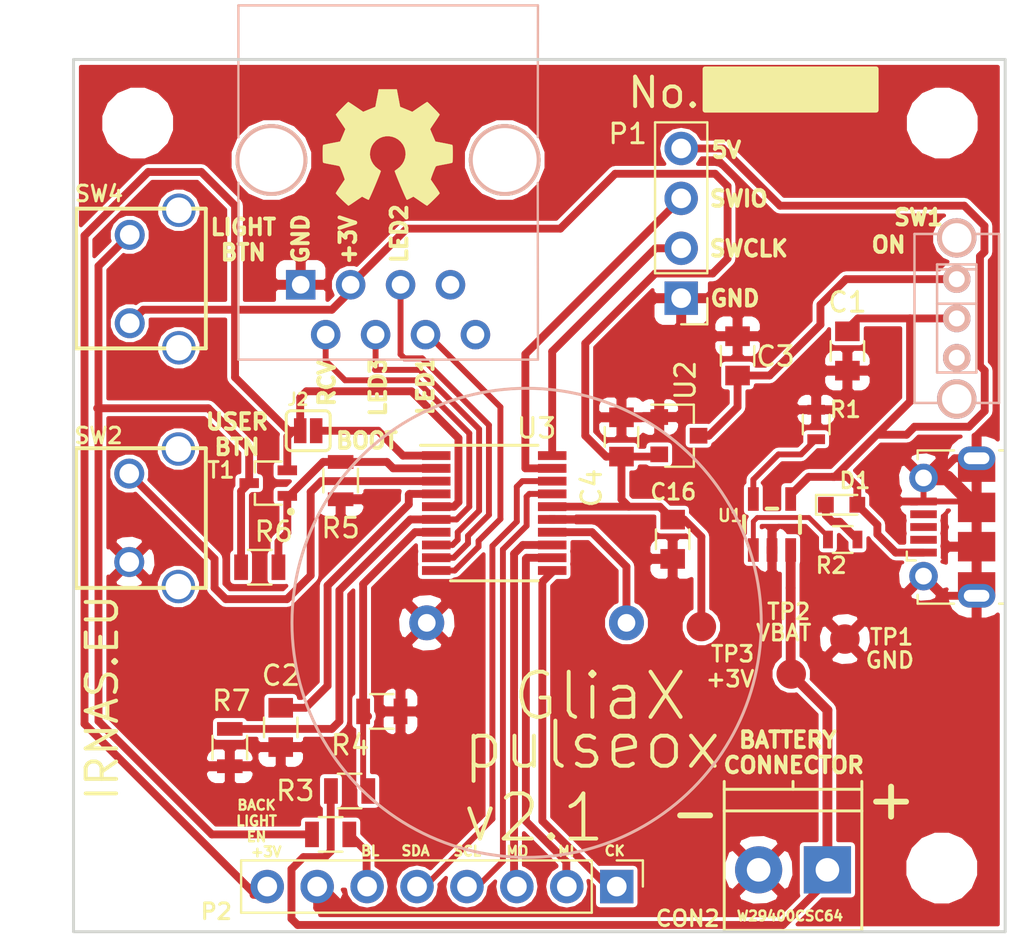
<source format=kicad_pcb>
(kicad_pcb (version 4) (host pcbnew 4.0.7-e2-6376~61~ubuntu18.04.1)

  (general
    (links 77)
    (no_connects 2)
    (area 27.864999 23.953399 75.411401 68.502601)
    (thickness 1.6)
    (drawings 46)
    (tracks 271)
    (zones 0)
    (modules 36)
    (nets 32)
  )

  (page A4)
  (layers
    (0 F.Cu signal)
    (31 B.Cu signal)
    (32 B.Adhes user)
    (33 F.Adhes user)
    (34 B.Paste user)
    (35 F.Paste user)
    (36 B.SilkS user)
    (37 F.SilkS user)
    (38 B.Mask user)
    (39 F.Mask user)
    (40 Dwgs.User user)
    (41 Cmts.User user)
    (42 Eco1.User user hide)
    (43 Eco2.User user hide)
    (44 Edge.Cuts user)
    (45 Margin user)
    (46 B.CrtYd user hide)
    (47 F.CrtYd user hide)
    (48 B.Fab user)
    (49 F.Fab user hide)
  )

  (setup
    (last_trace_width 0.25)
    (user_trace_width 0.3)
    (user_trace_width 0.4)
    (user_trace_width 0.5)
    (user_trace_width 0.75)
    (user_trace_width 1)
    (user_trace_width 1.5)
    (user_trace_width 2)
    (trace_clearance 0.2)
    (zone_clearance 0.2)
    (zone_45_only no)
    (trace_min 0.2)
    (segment_width 0.2)
    (edge_width 0.15)
    (via_size 0.6)
    (via_drill 0.4)
    (via_min_size 0.4)
    (via_min_drill 0.3)
    (uvia_size 0.3)
    (uvia_drill 0.1)
    (uvias_allowed no)
    (uvia_min_size 0.2)
    (uvia_min_drill 0.1)
    (pcb_text_width 0.3)
    (pcb_text_size 1.5 1.5)
    (mod_edge_width 0.15)
    (mod_text_size 1 1)
    (mod_text_width 0.15)
    (pad_size 1.524 1.524)
    (pad_drill 0.762)
    (pad_to_mask_clearance 0.2)
    (aux_axis_origin 0 0)
    (grid_origin 36.83 44.958)
    (visible_elements FFFFFF7F)
    (pcbplotparams
      (layerselection 0x00030_80000001)
      (usegerberextensions false)
      (excludeedgelayer true)
      (linewidth 0.100000)
      (plotframeref false)
      (viasonmask false)
      (mode 1)
      (useauxorigin false)
      (hpglpennumber 1)
      (hpglpenspeed 20)
      (hpglpendiameter 15)
      (hpglpenoverlay 2)
      (psnegative false)
      (psa4output false)
      (plotreference true)
      (plotvalue true)
      (plotinvisibletext false)
      (padsonsilk false)
      (subtractmaskfromsilk false)
      (outputformat 1)
      (mirror false)
      (drillshape 1)
      (scaleselection 1)
      (outputdirectory ""))
  )

  (net 0 "")
  (net 1 BUZZER)
  (net 2 GND)
  (net 3 VBUS)
  (net 4 RST_BTN)
  (net 5 "Net-(C3-Pad1)")
  (net 6 +3V3)
  (net 7 "Net-(CON1_MICROUSB1-Pad2)")
  (net 8 "Net-(CON1_MICROUSB1-Pad4)")
  (net 9 "Net-(CON1_MICROUSB1-Pad3)")
  (net 10 "Net-(D1-Pad1)")
  (net 11 BOOT0)
  (net 12 RCV2)
  (net 13 LED3)
  (net 14 LED2)
  (net 15 LED1)
  (net 16 "Net-(J3-Pad7)")
  (net 17 "Net-(J3-Pad8)")
  (net 18 SWCK)
  (net 19 SWIO)
  (net 20 PA5/SCK)
  (net 21 PA6/MISO)
  (net 22 PA7/MOSI)
  (net 23 PA9/SCL)
  (net 24 PA10/SDA)
  (net 25 B_LIGHT)
  (net 26 "Net-(R1-Pad2)")
  (net 27 "Net-(R2-Pad1)")
  (net 28 VBAT_A)
  (net 29 PF1/BL)
  (net 30 "Net-(SW1-Pad1)")
  (net 31 USR_BTN)

  (net_class Default "This is the default net class."
    (clearance 0.2)
    (trace_width 0.25)
    (via_dia 0.6)
    (via_drill 0.4)
    (uvia_dia 0.3)
    (uvia_drill 0.1)
    (add_net +3V3)
    (add_net BOOT0)
    (add_net BUZZER)
    (add_net B_LIGHT)
    (add_net GND)
    (add_net LED1)
    (add_net LED2)
    (add_net LED3)
    (add_net "Net-(C3-Pad1)")
    (add_net "Net-(CON1_MICROUSB1-Pad2)")
    (add_net "Net-(CON1_MICROUSB1-Pad3)")
    (add_net "Net-(CON1_MICROUSB1-Pad4)")
    (add_net "Net-(D1-Pad1)")
    (add_net "Net-(J3-Pad7)")
    (add_net "Net-(J3-Pad8)")
    (add_net "Net-(R1-Pad2)")
    (add_net "Net-(R2-Pad1)")
    (add_net "Net-(SW1-Pad1)")
    (add_net PA10/SDA)
    (add_net PA5/SCK)
    (add_net PA6/MISO)
    (add_net PA7/MOSI)
    (add_net PA9/SCL)
    (add_net PF1/BL)
    (add_net RCV2)
    (add_net RST_BTN)
    (add_net SWCK)
    (add_net SWIO)
    (add_net USR_BTN)
    (add_net VBAT_A)
    (add_net VBUS)
  )

  (module Housings_SSOP:TSSOP-20_4.4x6.5mm_Pitch0.65mm (layer F.Cu) (tedit 5B4CA904) (tstamp 5B4CA57F)
    (at 49.34204 47.117)
    (descr "20-Lead Plastic Thin Shrink Small Outline (ST)-4.4 mm Body [TSSOP] (see Microchip Packaging Specification 00000049BS.pdf)")
    (tags "SSOP 0.65")
    (path /5B4D72BC)
    (attr smd)
    (fp_text reference U3 (at 2.15646 -4.318) (layer F.SilkS)
      (effects (font (size 1 1) (thickness 0.15)))
    )
    (fp_text value STM32F030F4Px (at 0 4.3) (layer F.Fab) hide
      (effects (font (size 1 1) (thickness 0.15)))
    )
    (fp_line (start -1.2 -3.25) (end 2.2 -3.25) (layer F.Fab) (width 0.15))
    (fp_line (start 2.2 -3.25) (end 2.2 3.25) (layer F.Fab) (width 0.15))
    (fp_line (start 2.2 3.25) (end -2.2 3.25) (layer F.Fab) (width 0.15))
    (fp_line (start -2.2 3.25) (end -2.2 -2.25) (layer F.Fab) (width 0.15))
    (fp_line (start -2.2 -2.25) (end -1.2 -3.25) (layer F.Fab) (width 0.15))
    (fp_line (start -3.95 -3.55) (end -3.95 3.55) (layer F.CrtYd) (width 0.05))
    (fp_line (start 3.95 -3.55) (end 3.95 3.55) (layer F.CrtYd) (width 0.05))
    (fp_line (start -3.95 -3.55) (end 3.95 -3.55) (layer F.CrtYd) (width 0.05))
    (fp_line (start -3.95 3.55) (end 3.95 3.55) (layer F.CrtYd) (width 0.05))
    (fp_line (start -2.225 3.45) (end 2.225 3.45) (layer F.SilkS) (width 0.15))
    (fp_line (start -3.75 -3.45) (end 2.225 -3.45) (layer F.SilkS) (width 0.15))
    (fp_text user %R (at 0 0) (layer F.Fab)
      (effects (font (size 0.8 0.8) (thickness 0.15)))
    )
    (pad 1 smd rect (at -2.95 -2.925) (size 1.45 0.45) (layers F.Cu F.Paste F.Mask)
      (net 11 BOOT0))
    (pad 2 smd rect (at -2.95 -2.275) (size 1.45 0.45) (layers F.Cu F.Paste F.Mask)
      (net 29 PF1/BL))
    (pad 3 smd rect (at -2.95 -1.625) (size 1.45 0.45) (layers F.Cu F.Paste F.Mask)
      (net 31 USR_BTN))
    (pad 4 smd rect (at -2.95 -0.975) (size 1.45 0.45) (layers F.Cu F.Paste F.Mask)
      (net 4 RST_BTN))
    (pad 5 smd rect (at -2.95 -0.325) (size 1.45 0.45) (layers F.Cu F.Paste F.Mask)
      (net 6 +3V3))
    (pad 6 smd rect (at -2.95 0.325) (size 1.45 0.45) (layers F.Cu F.Paste F.Mask)
      (net 12 RCV2))
    (pad 7 smd rect (at -2.95 0.975) (size 1.45 0.45) (layers F.Cu F.Paste F.Mask)
      (net 28 VBAT_A))
    (pad 8 smd rect (at -2.95 1.625) (size 1.45 0.45) (layers F.Cu F.Paste F.Mask)
      (net 13 LED3))
    (pad 9 smd rect (at -2.95 2.275) (size 1.45 0.45) (layers F.Cu F.Paste F.Mask)
      (net 14 LED2))
    (pad 10 smd rect (at -2.95 2.925) (size 1.45 0.45) (layers F.Cu F.Paste F.Mask)
      (net 15 LED1))
    (pad 11 smd rect (at 2.95 2.925) (size 1.45 0.45) (layers F.Cu F.Paste F.Mask)
      (net 20 PA5/SCK))
    (pad 12 smd rect (at 2.95 2.275) (size 1.45 0.45) (layers F.Cu F.Paste F.Mask)
      (net 21 PA6/MISO))
    (pad 13 smd rect (at 2.95 1.625) (size 1.45 0.45) (layers F.Cu F.Paste F.Mask)
      (net 22 PA7/MOSI))
    (pad 14 smd rect (at 2.95 0.975) (size 1.45 0.45) (layers F.Cu F.Paste F.Mask)
      (net 1 BUZZER))
    (pad 15 smd rect (at 2.95 0.325) (size 1.45 0.45) (layers F.Cu F.Paste F.Mask)
      (net 2 GND))
    (pad 16 smd rect (at 2.95 -0.325) (size 1.45 0.45) (layers F.Cu F.Paste F.Mask)
      (net 6 +3V3))
    (pad 17 smd rect (at 2.95 -0.975) (size 1.45 0.45) (layers F.Cu F.Paste F.Mask)
      (net 23 PA9/SCL))
    (pad 18 smd rect (at 2.95 -1.625) (size 1.45 0.45) (layers F.Cu F.Paste F.Mask)
      (net 24 PA10/SDA))
    (pad 19 smd rect (at 2.95 -2.275) (size 1.45 0.45) (layers F.Cu F.Paste F.Mask)
      (net 19 SWIO))
    (pad 20 smd rect (at 2.95 -2.925) (size 1.45 0.45) (layers F.Cu F.Paste F.Mask)
      (net 18 SWCK))
    (model ${KISYS3DMOD}/Housings_SSOP.3dshapes/TSSOP-20_4.4x6.5mm_Pitch0.65mm.wrl
      (at (xyz 0 0 0))
      (scale (xyz 1 1 1))
      (rotate (xyz 0 0 0))
    )
  )

  (module Electromechanical:AT-2440-TWT-R (layer B.Cu) (tedit 5B4CAC74) (tstamp 5B4CA459)
    (at 50.9905 52.705)
    (descr "12MM BUZZER - PTH")
    (tags "12MM BUZZER - PTH")
    (path /5B4D600C)
    (attr virtual)
    (fp_text reference BUZ1 (at 0 12.7) (layer B.SilkS) hide
      (effects (font (size 0.6096 0.6096) (thickness 0.127)) (justify mirror))
    )
    (fp_text value AT-2440-TWT-R (at 0 -12.7) (layer B.SilkS) hide
      (effects (font (size 0.6096 0.6096) (thickness 0.127)) (justify mirror))
    )
    (fp_circle (center 0 0) (end 11.938 0) (layer B.SilkS) (width 0.15))
    (fp_circle (center 0 0) (end 0 1.27) (layer Dwgs.User) (width 0.2032))
    (pad + thru_hole circle (at 5.08 0) (size 1.778 1.778) (drill 0.89916) (layers *.Cu *.Mask)
      (net 1 BUZZER) (solder_mask_margin 0.1016))
    (pad - thru_hole circle (at -5.08 0) (size 1.778 1.778) (drill 0.89916) (layers *.Cu *.Mask)
      (net 2 GND) (solder_mask_margin 0.1016))
  )

  (module Capacitors_SMD:C_0805 (layer F.Cu) (tedit 5B4CA8D6) (tstamp 5B4CA45F)
    (at 67.31 38.86708 270)
    (descr "Capacitor SMD 0805, reflow soldering, AVX (see smccp.pdf)")
    (tags "capacitor 0805")
    (path /5B4C6C3E)
    (attr smd)
    (fp_text reference C1 (at -2.48158 0 360) (layer F.SilkS)
      (effects (font (size 1 1) (thickness 0.15)))
    )
    (fp_text value 10uF/16V (at 0 1.75 270) (layer F.Fab) hide
      (effects (font (size 1 1) (thickness 0.15)))
    )
    (fp_text user %R (at 0 -1.5 270) (layer F.Fab)
      (effects (font (size 1 1) (thickness 0.15)))
    )
    (fp_line (start -1 0.62) (end -1 -0.62) (layer F.Fab) (width 0.1))
    (fp_line (start 1 0.62) (end -1 0.62) (layer F.Fab) (width 0.1))
    (fp_line (start 1 -0.62) (end 1 0.62) (layer F.Fab) (width 0.1))
    (fp_line (start -1 -0.62) (end 1 -0.62) (layer F.Fab) (width 0.1))
    (fp_line (start 0.5 -0.85) (end -0.5 -0.85) (layer F.SilkS) (width 0.12))
    (fp_line (start -0.5 0.85) (end 0.5 0.85) (layer F.SilkS) (width 0.12))
    (fp_line (start -1.75 -0.88) (end 1.75 -0.88) (layer F.CrtYd) (width 0.05))
    (fp_line (start -1.75 -0.88) (end -1.75 0.87) (layer F.CrtYd) (width 0.05))
    (fp_line (start 1.75 0.87) (end 1.75 -0.88) (layer F.CrtYd) (width 0.05))
    (fp_line (start 1.75 0.87) (end -1.75 0.87) (layer F.CrtYd) (width 0.05))
    (pad 1 smd rect (at -1 0 270) (size 1 1.25) (layers F.Cu F.Paste F.Mask)
      (net 3 VBUS))
    (pad 2 smd rect (at 1 0 270) (size 1 1.25) (layers F.Cu F.Paste F.Mask)
      (net 2 GND))
    (model Capacitors_SMD.3dshapes/C_0805.wrl
      (at (xyz 0 0 0))
      (scale (xyz 1 1 1))
      (rotate (xyz 0 0 0))
    )
  )

  (module Capacitors_SMD:C_0805 (layer F.Cu) (tedit 5B4CA57D) (tstamp 5B4CA465)
    (at 38.481 58.02884 270)
    (descr "Capacitor SMD 0805, reflow soldering, AVX (see smccp.pdf)")
    (tags "capacitor 0805")
    (path /5B51F3E9)
    (attr smd)
    (fp_text reference C2 (at -2.6416 -0.0127 360) (layer F.SilkS)
      (effects (font (size 1 1) (thickness 0.15)))
    )
    (fp_text value 100nF/16V (at 0 1.75 270) (layer F.Fab) hide
      (effects (font (size 1 1) (thickness 0.15)))
    )
    (fp_text user %R (at 0 -1.5 270) (layer F.Fab)
      (effects (font (size 1 1) (thickness 0.15)))
    )
    (fp_line (start -1 0.62) (end -1 -0.62) (layer F.Fab) (width 0.1))
    (fp_line (start 1 0.62) (end -1 0.62) (layer F.Fab) (width 0.1))
    (fp_line (start 1 -0.62) (end 1 0.62) (layer F.Fab) (width 0.1))
    (fp_line (start -1 -0.62) (end 1 -0.62) (layer F.Fab) (width 0.1))
    (fp_line (start 0.5 -0.85) (end -0.5 -0.85) (layer F.SilkS) (width 0.12))
    (fp_line (start -0.5 0.85) (end 0.5 0.85) (layer F.SilkS) (width 0.12))
    (fp_line (start -1.75 -0.88) (end 1.75 -0.88) (layer F.CrtYd) (width 0.05))
    (fp_line (start -1.75 -0.88) (end -1.75 0.87) (layer F.CrtYd) (width 0.05))
    (fp_line (start 1.75 0.87) (end 1.75 -0.88) (layer F.CrtYd) (width 0.05))
    (fp_line (start 1.75 0.87) (end -1.75 0.87) (layer F.CrtYd) (width 0.05))
    (pad 1 smd rect (at -1 0 270) (size 1 1.25) (layers F.Cu F.Paste F.Mask)
      (net 4 RST_BTN))
    (pad 2 smd rect (at 1 0 270) (size 1 1.25) (layers F.Cu F.Paste F.Mask)
      (net 2 GND))
    (model Capacitors_SMD.3dshapes/C_0805.wrl
      (at (xyz 0 0 0))
      (scale (xyz 1 1 1))
      (rotate (xyz 0 0 0))
    )
  )

  (module Capacitors_SMD:C_0805 (layer F.Cu) (tedit 5B4CA8DF) (tstamp 5B4CA46B)
    (at 61.722 39.116 90)
    (descr "Capacitor SMD 0805, reflow soldering, AVX (see smccp.pdf)")
    (tags "capacitor 0805")
    (path /5B4C9471)
    (attr smd)
    (fp_text reference C3 (at -0.02286 1.93294 180) (layer F.SilkS)
      (effects (font (size 1 1) (thickness 0.15)))
    )
    (fp_text value 1uF/16V (at 0 1.75 90) (layer F.Fab) hide
      (effects (font (size 1 1) (thickness 0.15)))
    )
    (fp_text user %R (at 0 -1.5 90) (layer F.Fab)
      (effects (font (size 1 1) (thickness 0.15)))
    )
    (fp_line (start -1 0.62) (end -1 -0.62) (layer F.Fab) (width 0.1))
    (fp_line (start 1 0.62) (end -1 0.62) (layer F.Fab) (width 0.1))
    (fp_line (start 1 -0.62) (end 1 0.62) (layer F.Fab) (width 0.1))
    (fp_line (start -1 -0.62) (end 1 -0.62) (layer F.Fab) (width 0.1))
    (fp_line (start 0.5 -0.85) (end -0.5 -0.85) (layer F.SilkS) (width 0.12))
    (fp_line (start -0.5 0.85) (end 0.5 0.85) (layer F.SilkS) (width 0.12))
    (fp_line (start -1.75 -0.88) (end 1.75 -0.88) (layer F.CrtYd) (width 0.05))
    (fp_line (start -1.75 -0.88) (end -1.75 0.87) (layer F.CrtYd) (width 0.05))
    (fp_line (start 1.75 0.87) (end 1.75 -0.88) (layer F.CrtYd) (width 0.05))
    (fp_line (start 1.75 0.87) (end -1.75 0.87) (layer F.CrtYd) (width 0.05))
    (pad 1 smd rect (at -1 0 90) (size 1 1.25) (layers F.Cu F.Paste F.Mask)
      (net 5 "Net-(C3-Pad1)"))
    (pad 2 smd rect (at 1 0 90) (size 1 1.25) (layers F.Cu F.Paste F.Mask)
      (net 2 GND))
    (model Capacitors_SMD.3dshapes/C_0805.wrl
      (at (xyz 0 0 0))
      (scale (xyz 1 1 1))
      (rotate (xyz 0 0 0))
    )
  )

  (module Capacitors_SMD:C_0805 (layer F.Cu) (tedit 5B4CA8FA) (tstamp 5B4CA471)
    (at 55.8165 43.2435 90)
    (descr "Capacitor SMD 0805, reflow soldering, AVX (see smccp.pdf)")
    (tags "capacitor 0805")
    (path /5B4C9641)
    (attr smd)
    (fp_text reference C4 (at -2.6035 -1.524 90) (layer F.SilkS)
      (effects (font (size 1 1) (thickness 0.15)))
    )
    (fp_text value 1uF/16V (at 0 1.75 90) (layer F.Fab) hide
      (effects (font (size 1 1) (thickness 0.15)))
    )
    (fp_text user %R (at 0 -1.5 90) (layer F.Fab)
      (effects (font (size 1 1) (thickness 0.15)))
    )
    (fp_line (start -1 0.62) (end -1 -0.62) (layer F.Fab) (width 0.1))
    (fp_line (start 1 0.62) (end -1 0.62) (layer F.Fab) (width 0.1))
    (fp_line (start 1 -0.62) (end 1 0.62) (layer F.Fab) (width 0.1))
    (fp_line (start -1 -0.62) (end 1 -0.62) (layer F.Fab) (width 0.1))
    (fp_line (start 0.5 -0.85) (end -0.5 -0.85) (layer F.SilkS) (width 0.12))
    (fp_line (start -0.5 0.85) (end 0.5 0.85) (layer F.SilkS) (width 0.12))
    (fp_line (start -1.75 -0.88) (end 1.75 -0.88) (layer F.CrtYd) (width 0.05))
    (fp_line (start -1.75 -0.88) (end -1.75 0.87) (layer F.CrtYd) (width 0.05))
    (fp_line (start 1.75 0.87) (end 1.75 -0.88) (layer F.CrtYd) (width 0.05))
    (fp_line (start 1.75 0.87) (end -1.75 0.87) (layer F.CrtYd) (width 0.05))
    (pad 1 smd rect (at -1 0 90) (size 1 1.25) (layers F.Cu F.Paste F.Mask)
      (net 6 +3V3))
    (pad 2 smd rect (at 1 0 90) (size 1 1.25) (layers F.Cu F.Paste F.Mask)
      (net 2 GND))
    (model Capacitors_SMD.3dshapes/C_0805.wrl
      (at (xyz 0 0 0))
      (scale (xyz 1 1 1))
      (rotate (xyz 0 0 0))
    )
  )

  (module Capacitors_SMD:C_0805 (layer F.Cu) (tedit 5B4CA86E) (tstamp 5B4CA477)
    (at 58.42 48.4505 270)
    (descr "Capacitor SMD 0805, reflow soldering, AVX (see smccp.pdf)")
    (tags "capacitor 0805")
    (path /5B4D9703)
    (attr smd)
    (fp_text reference C16 (at -2.40792 -0.03302 360) (layer F.SilkS)
      (effects (font (size 0.8 0.8) (thickness 0.15)))
    )
    (fp_text value 100nF/16V (at 0 1.75 270) (layer F.Fab) hide
      (effects (font (size 1 1) (thickness 0.15)))
    )
    (fp_text user %R (at 0 -1.5 270) (layer F.Fab)
      (effects (font (size 1 1) (thickness 0.15)))
    )
    (fp_line (start -1 0.62) (end -1 -0.62) (layer F.Fab) (width 0.1))
    (fp_line (start 1 0.62) (end -1 0.62) (layer F.Fab) (width 0.1))
    (fp_line (start 1 -0.62) (end 1 0.62) (layer F.Fab) (width 0.1))
    (fp_line (start -1 -0.62) (end 1 -0.62) (layer F.Fab) (width 0.1))
    (fp_line (start 0.5 -0.85) (end -0.5 -0.85) (layer F.SilkS) (width 0.12))
    (fp_line (start -0.5 0.85) (end 0.5 0.85) (layer F.SilkS) (width 0.12))
    (fp_line (start -1.75 -0.88) (end 1.75 -0.88) (layer F.CrtYd) (width 0.05))
    (fp_line (start -1.75 -0.88) (end -1.75 0.87) (layer F.CrtYd) (width 0.05))
    (fp_line (start 1.75 0.87) (end 1.75 -0.88) (layer F.CrtYd) (width 0.05))
    (fp_line (start 1.75 0.87) (end -1.75 0.87) (layer F.CrtYd) (width 0.05))
    (pad 1 smd rect (at -1 0 270) (size 1 1.25) (layers F.Cu F.Paste F.Mask)
      (net 6 +3V3))
    (pad 2 smd rect (at 1 0 270) (size 1 1.25) (layers F.Cu F.Paste F.Mask)
      (net 2 GND))
    (model Capacitors_SMD.3dshapes/C_0805.wrl
      (at (xyz 0 0 0))
      (scale (xyz 1 1 1))
      (rotate (xyz 0 0 0))
    )
  )

  (module Connectors_USB:USB_Micro-B_Molex-105017-0001 (layer F.Cu) (tedit 5B4CAEF3) (tstamp 5B4CA488)
    (at 73.533 47.8282 90)
    (descr http://www.molex.com/pdm_docs/sd/1050170001_sd.pdf)
    (tags "Micro-USB SMD Typ-B")
    (path /5B4C63CC)
    (attr smd)
    (fp_text reference CON1_MICROUSB1 (at -5.0038 -0.6985 180) (layer F.SilkS) hide
      (effects (font (size 0.8 0.8) (thickness 0.15)))
    )
    (fp_text value USB_OTG (at 0.3 3.45 90) (layer F.Fab) hide
      (effects (font (size 1 1) (thickness 0.15)))
    )
    (fp_line (start -4.4 2.75) (end 4.4 2.75) (layer F.CrtYd) (width 0.05))
    (fp_line (start 4.4 -3.35) (end 4.4 2.75) (layer F.CrtYd) (width 0.05))
    (fp_line (start -4.4 -3.35) (end 4.4 -3.35) (layer F.CrtYd) (width 0.05))
    (fp_line (start -4.4 2.75) (end -4.4 -3.35) (layer F.CrtYd) (width 0.05))
    (fp_text user "PCB Edge" (at 0 1.8 90) (layer Dwgs.User) hide
      (effects (font (size 0.5 0.5) (thickness 0.08)))
    )
    (fp_line (start -3.9 -2.65) (end -3.45 -2.65) (layer F.SilkS) (width 0.12))
    (fp_line (start -3.9 -0.8) (end -3.9 -2.65) (layer F.SilkS) (width 0.12))
    (fp_line (start 3.9 1.75) (end 3.9 1.5) (layer F.SilkS) (width 0.12))
    (fp_line (start 3.75 2.5) (end 3.75 -2.5) (layer F.Fab) (width 0.1))
    (fp_line (start -3 1.801704) (end 3 1.801704) (layer F.Fab) (width 0.1))
    (fp_line (start -3.75 2.501704) (end 3.75 2.501704) (layer F.Fab) (width 0.1))
    (fp_line (start -3.75 -2.5) (end 3.75 -2.5) (layer F.Fab) (width 0.1))
    (fp_line (start -3.75 2.5) (end -3.75 -2.5) (layer F.Fab) (width 0.1))
    (fp_line (start -3.9 1.75) (end -3.9 1.5) (layer F.SilkS) (width 0.12))
    (fp_line (start 3.9 -0.8) (end 3.9 -2.65) (layer F.SilkS) (width 0.12))
    (fp_line (start 3.9 -2.65) (end 3.45 -2.65) (layer F.SilkS) (width 0.12))
    (fp_text user %R (at 0 0 90) (layer F.Fab) hide
      (effects (font (size 1 1) (thickness 0.15)))
    )
    (fp_line (start -1.7 -3.2) (end -1.25 -3.2) (layer F.SilkS) (width 0.12))
    (fp_line (start -1.7 -3.2) (end -1.7 -2.75) (layer F.SilkS) (width 0.12))
    (fp_line (start -1.3 -2.6) (end -1.5 -2.8) (layer F.Fab) (width 0.1))
    (fp_line (start -1.1 -2.8) (end -1.3 -2.6) (layer F.Fab) (width 0.1))
    (fp_line (start -1.5 -3.01) (end -1.1 -3.01) (layer F.Fab) (width 0.1))
    (fp_line (start -1.5 -3.01) (end -1.5 -2.8) (layer F.Fab) (width 0.1))
    (fp_line (start -1.1 -3.01) (end -1.1 -2.8) (layer F.Fab) (width 0.1))
    (pad 6 smd rect (at 1 0.35 90) (size 1.5 1.9) (layers F.Cu F.Paste F.Mask)
      (net 2 GND))
    (pad 6 thru_hole circle (at -2.5 -2.35 90) (size 1.45 1.45) (drill 0.85) (layers *.Cu *.Mask)
      (net 2 GND))
    (pad 2 smd rect (at -0.65 -2.35 90) (size 0.4 1.35) (layers F.Cu F.Paste F.Mask)
      (net 7 "Net-(CON1_MICROUSB1-Pad2)"))
    (pad 1 smd rect (at -1.3 -2.35 90) (size 0.4 1.35) (layers F.Cu F.Paste F.Mask)
      (net 3 VBUS))
    (pad 5 smd rect (at 1.3 -2.35 90) (size 0.4 1.35) (layers F.Cu F.Paste F.Mask)
      (net 2 GND))
    (pad 4 smd rect (at 0.65 -2.35 90) (size 0.4 1.35) (layers F.Cu F.Paste F.Mask)
      (net 8 "Net-(CON1_MICROUSB1-Pad4)"))
    (pad 3 smd rect (at 0 -2.35 90) (size 0.4 1.35) (layers F.Cu F.Paste F.Mask)
      (net 9 "Net-(CON1_MICROUSB1-Pad3)"))
    (pad 6 thru_hole circle (at 2.5 -2.35 90) (size 1.45 1.45) (drill 0.85) (layers *.Cu *.Mask)
      (net 2 GND))
    (pad 6 smd rect (at -1 0.35 90) (size 1.5 1.9) (layers F.Cu F.Paste F.Mask)
      (net 2 GND))
    (pad 6 thru_hole oval (at -3.5 0.35 270) (size 1.2 1.9) (drill oval 0.6 1.3) (layers *.Cu *.Mask)
      (net 2 GND))
    (pad 6 thru_hole oval (at 3.5 0.35 90) (size 1.2 1.9) (drill oval 0.6 1.3) (layers *.Cu *.Mask)
      (net 2 GND))
    (pad 6 smd rect (at 2.9 0.35 90) (size 1.2 1.9) (layers F.Cu F.Mask)
      (net 2 GND))
    (pad 6 smd rect (at -2.9 0.35 90) (size 1.2 1.9) (layers F.Cu F.Mask)
      (net 2 GND))
    (model ${KISYS3DMOD}/Connectors_USB.3dshapes/USB_Micro-B_Molex-105017-0001.wrl
      (at (xyz 0 0 0))
      (scale (xyz 1 1 1))
      (rotate (xyz 0 0 0))
    )
  )

  (module TerminalBlocks_Phoenix:TerminalBlock_Phoenix_PT-3.5mm_2pol (layer F.Cu) (tedit 5B4CADB6) (tstamp 5B4CA48E)
    (at 66.294 65.278 180)
    (descr "2-way 3.5mm pitch terminal block, Phoenix PT series")
    (path /5B526E9B)
    (fp_text reference CON2 (at 7.112 -2.4765 180) (layer F.SilkS)
      (effects (font (size 0.8 0.8) (thickness 0.15)))
    )
    (fp_text value TerminalBlock3.5mm (at 1.75 6 180) (layer F.Fab) hide
      (effects (font (size 1 1) (thickness 0.15)))
    )
    (fp_text user %R (at 1.75 0 180) (layer F.Fab) hide
      (effects (font (size 1 1) (thickness 0.15)))
    )
    (fp_line (start -1.9 -3.3) (end 5.4 -3.3) (layer F.CrtYd) (width 0.05))
    (fp_line (start -1.9 4.7) (end -1.9 -3.3) (layer F.CrtYd) (width 0.05))
    (fp_line (start 5.4 4.7) (end -1.9 4.7) (layer F.CrtYd) (width 0.05))
    (fp_line (start 5.4 -3.3) (end 5.4 4.7) (layer F.CrtYd) (width 0.05))
    (fp_line (start 1.75 4.1) (end 1.75 4.5) (layer F.SilkS) (width 0.15))
    (fp_line (start -1.75 3) (end 5.25 3) (layer F.SilkS) (width 0.15))
    (fp_line (start -1.75 4.1) (end 5.25 4.1) (layer F.SilkS) (width 0.15))
    (fp_line (start -1.75 -3.1) (end -1.75 4.5) (layer F.SilkS) (width 0.15))
    (fp_line (start 5.25 4.5) (end 5.25 -3.1) (layer F.SilkS) (width 0.15))
    (fp_line (start 5.25 -3.1) (end -1.75 -3.1) (layer F.SilkS) (width 0.15))
    (pad 2 thru_hole circle (at 3.5 0 180) (size 2.4 2.4) (drill 1.2) (layers *.Cu *.Mask)
      (net 2 GND))
    (pad 1 thru_hole rect (at 0 0 180) (size 2.4 2.4) (drill 1.2) (layers *.Cu *.Mask)
      (net 3 VBUS))
    (model ${KISYS3DMOD}/TerminalBlock_Phoenix.3dshapes/TerminalBlock_Phoenix_PT-3.5mm_2pol.wrl
      (at (xyz 0 0 0))
      (scale (xyz 1 1 1))
      (rotate (xyz 0 0 0))
    )
  )

  (module LEDs:LED_0603 (layer F.Cu) (tedit 5B4CA8B6) (tstamp 5B4CA494)
    (at 67.01536 46.69536)
    (descr "LED 0603 smd package")
    (tags "LED led 0603 SMD smd SMT smt smdled SMDLED smtled SMTLED")
    (path /5B4C696A)
    (attr smd)
    (fp_text reference D1 (at 0.67564 -1.22936) (layer F.SilkS)
      (effects (font (size 0.8 0.8) (thickness 0.15)))
    )
    (fp_text value LED (at 0 1.35) (layer F.Fab) hide
      (effects (font (size 1 1) (thickness 0.15)))
    )
    (fp_line (start -1.3 -0.5) (end -1.3 0.5) (layer F.SilkS) (width 0.12))
    (fp_line (start -0.2 -0.2) (end -0.2 0.2) (layer F.Fab) (width 0.1))
    (fp_line (start -0.15 0) (end 0.15 -0.2) (layer F.Fab) (width 0.1))
    (fp_line (start 0.15 0.2) (end -0.15 0) (layer F.Fab) (width 0.1))
    (fp_line (start 0.15 -0.2) (end 0.15 0.2) (layer F.Fab) (width 0.1))
    (fp_line (start 0.8 0.4) (end -0.8 0.4) (layer F.Fab) (width 0.1))
    (fp_line (start 0.8 -0.4) (end 0.8 0.4) (layer F.Fab) (width 0.1))
    (fp_line (start -0.8 -0.4) (end 0.8 -0.4) (layer F.Fab) (width 0.1))
    (fp_line (start -0.8 0.4) (end -0.8 -0.4) (layer F.Fab) (width 0.1))
    (fp_line (start -1.3 0.5) (end 0.8 0.5) (layer F.SilkS) (width 0.12))
    (fp_line (start -1.3 -0.5) (end 0.8 -0.5) (layer F.SilkS) (width 0.12))
    (fp_line (start 1.45 -0.65) (end 1.45 0.65) (layer F.CrtYd) (width 0.05))
    (fp_line (start 1.45 0.65) (end -1.45 0.65) (layer F.CrtYd) (width 0.05))
    (fp_line (start -1.45 0.65) (end -1.45 -0.65) (layer F.CrtYd) (width 0.05))
    (fp_line (start -1.45 -0.65) (end 1.45 -0.65) (layer F.CrtYd) (width 0.05))
    (pad 2 smd rect (at 0.8 0 180) (size 0.8 0.8) (layers F.Cu F.Paste F.Mask)
      (net 3 VBUS))
    (pad 1 smd rect (at -0.8 0 180) (size 0.8 0.8) (layers F.Cu F.Paste F.Mask)
      (net 10 "Net-(D1-Pad1)"))
    (model ${KISYS3DMOD}/LEDs.3dshapes/LED_0603.wrl
      (at (xyz 0 0 0))
      (scale (xyz 1 1 1))
      (rotate (xyz 0 0 180))
    )
  )

  (module Jumpers:SMT-JUMPER_2_NO_SILK (layer F.Cu) (tedit 5B4CA80F) (tstamp 5B4CA49A)
    (at 39.878 42.926 180)
    (path /5B4D4D65)
    (attr smd)
    (fp_text reference J2 (at 0.51816 1.6002 180) (layer F.SilkS)
      (effects (font (size 0.6096 0.6096) (thickness 0.127)))
    )
    (fp_text value Jumper_NO_Small (at 0 1.651 180) (layer F.SilkS) hide
      (effects (font (size 0.6096 0.6096) (thickness 0.127)))
    )
    (fp_line (start 0.8636 1.016) (end -0.8636 1.016) (layer F.SilkS) (width 0.1524))
    (fp_line (start 1.1176 0.762) (end 1.1176 -0.762) (layer F.SilkS) (width 0.1524))
    (fp_line (start -1.1176 0.762) (end -1.1176 -0.762) (layer F.SilkS) (width 0.1524))
    (fp_line (start -0.8636 -1.016) (end 0.8636 -1.016) (layer F.SilkS) (width 0.1524))
    (fp_arc (start 0.8636 -0.762) (end 0.8636 -1.016) (angle 90) (layer F.SilkS) (width 0.1524))
    (fp_arc (start -0.8636 -0.762) (end -1.1176 -0.762) (angle 90) (layer F.SilkS) (width 0.1524))
    (fp_arc (start -0.8636 0.762) (end -0.8636 1.016) (angle 90) (layer F.SilkS) (width 0.1524))
    (fp_arc (start 0.8636 0.762) (end 1.1176 0.762) (angle 90) (layer F.SilkS) (width 0.1524))
    (pad 1 smd rect (at -0.4064 0 180) (size 0.635 1.27) (layers F.Cu F.Mask)
      (net 11 BOOT0) (solder_mask_margin 0.1016))
    (pad 2 smd rect (at 0.4064 0 180) (size 0.635 1.27) (layers F.Cu F.Mask)
      (net 6 +3V3) (solder_mask_margin 0.1016))
  )

  (module Connectors:RJ45_8 (layer B.Cu) (tedit 5B4CA913) (tstamp 5B4CA4A8)
    (at 39.497 35.4965)
    (tags RJ45)
    (path /5B523A0B)
    (fp_text reference J3 (at 4.7 -11.18) (layer B.SilkS) hide
      (effects (font (size 1 1) (thickness 0.15)) (justify mirror))
    )
    (fp_text value CON3 (at 4.59 -6.25) (layer B.Fab) hide
      (effects (font (size 1 1) (thickness 0.15)) (justify mirror))
    )
    (fp_line (start -3.17 -14.22) (end 12.07 -14.22) (layer B.SilkS) (width 0.12))
    (fp_line (start 12.07 3.81) (end 12.06 -5.18) (layer B.SilkS) (width 0.12))
    (fp_line (start 12.07 3.81) (end -3.17 3.81) (layer B.SilkS) (width 0.12))
    (fp_line (start -3.17 3.81) (end -3.17 -5.19) (layer B.SilkS) (width 0.12))
    (fp_line (start 12.06 -7.52) (end 12.07 -14.22) (layer B.SilkS) (width 0.12))
    (fp_line (start -3.17 -7.51) (end -3.17 -14.22) (layer B.SilkS) (width 0.12))
    (fp_line (start -3.56 4.06) (end 12.46 4.06) (layer B.CrtYd) (width 0.05))
    (fp_line (start -3.56 4.06) (end -3.56 -14.47) (layer B.CrtYd) (width 0.05))
    (fp_line (start 12.46 -14.47) (end 12.46 4.06) (layer B.CrtYd) (width 0.05))
    (fp_line (start 12.46 -14.47) (end -3.56 -14.47) (layer B.CrtYd) (width 0.05))
    (pad Hole np_thru_hole circle (at 10.38 -6.35) (size 3.65 3.65) (drill 3.25) (layers *.Cu *.SilkS *.Mask))
    (pad Hole np_thru_hole circle (at -1.49 -6.35) (size 3.65 3.65) (drill 3.25) (layers *.Cu *.SilkS *.Mask))
    (pad 1 thru_hole rect (at 0 0) (size 1.5 1.5) (drill 0.9) (layers *.Cu *.Mask)
      (net 2 GND))
    (pad 2 thru_hole circle (at 1.27 2.54) (size 1.5 1.5) (drill 0.9) (layers *.Cu *.Mask)
      (net 12 RCV2))
    (pad 3 thru_hole circle (at 2.54 0) (size 1.5 1.5) (drill 0.9) (layers *.Cu *.Mask)
      (net 6 +3V3))
    (pad 4 thru_hole circle (at 3.81 2.54) (size 1.5 1.5) (drill 0.9) (layers *.Cu *.Mask)
      (net 13 LED3))
    (pad 5 thru_hole circle (at 5.08 0) (size 1.5 1.5) (drill 0.9) (layers *.Cu *.Mask)
      (net 14 LED2))
    (pad 6 thru_hole circle (at 6.35 2.54) (size 1.5 1.5) (drill 0.9) (layers *.Cu *.Mask)
      (net 15 LED1))
    (pad 7 thru_hole circle (at 7.62 0) (size 1.5 1.5) (drill 0.9) (layers *.Cu *.Mask)
      (net 16 "Net-(J3-Pad7)"))
    (pad 8 thru_hole circle (at 8.89 2.54) (size 1.5 1.5) (drill 0.9) (layers *.Cu *.Mask)
      (net 17 "Net-(J3-Pad8)"))
    (model ${KISYS3DMOD}/Connectors.3dshapes/RJ45_8.wrl
      (at (xyz 0.18 -0.25 0))
      (scale (xyz 0.4 0.4 0.4))
      (rotate (xyz 0 0 0))
    )
  )

  (module Mounting_Holes:MountingHole_3.2mm_M3_ISO7380 (layer F.Cu) (tedit 5B4CA57F) (tstamp 5B4CA4AD)
    (at 31.1785 65.1002)
    (descr "Mounting Hole 3.2mm, no annular, M3, ISO7380")
    (tags "mounting hole 3.2mm no annular m3 iso7380")
    (path /5B530AB6)
    (attr virtual)
    (fp_text reference MK1 (at 0 -3.85) (layer F.SilkS) hide
      (effects (font (size 1 1) (thickness 0.15)))
    )
    (fp_text value Mounting_Hole (at 0 3.85) (layer F.Fab) hide
      (effects (font (size 1 1) (thickness 0.15)))
    )
    (fp_text user %R (at 0.3 0) (layer F.Fab)
      (effects (font (size 1 1) (thickness 0.15)))
    )
    (fp_circle (center 0 0) (end 2.85 0) (layer Cmts.User) (width 0.15))
    (fp_circle (center 0 0) (end 3.1 0) (layer F.CrtYd) (width 0.05))
    (pad 1 np_thru_hole circle (at 0 0) (size 3.2 3.2) (drill 3.2) (layers *.Cu *.Mask))
  )

  (module Mounting_Holes:MountingHole_3.2mm_M3_ISO7380 (layer F.Cu) (tedit 5B4CA90D) (tstamp 5B4CA4B2)
    (at 31.2039 27.2669)
    (descr "Mounting Hole 3.2mm, no annular, M3, ISO7380")
    (tags "mounting hole 3.2mm no annular m3 iso7380")
    (path /5B530E14)
    (attr virtual)
    (fp_text reference MK2 (at 0 -3.85) (layer F.SilkS) hide
      (effects (font (size 1 1) (thickness 0.15)))
    )
    (fp_text value Mounting_Hole (at 0 3.85) (layer F.Fab) hide
      (effects (font (size 1 1) (thickness 0.15)))
    )
    (fp_text user %R (at 0.3 0) (layer F.Fab)
      (effects (font (size 1 1) (thickness 0.15)))
    )
    (fp_circle (center 0 0) (end 2.85 0) (layer Cmts.User) (width 0.15))
    (fp_circle (center 0 0) (end 3.1 0) (layer F.CrtYd) (width 0.05))
    (pad 1 np_thru_hole circle (at 0 0) (size 3.2 3.2) (drill 3.2) (layers *.Cu *.Mask))
  )

  (module Mounting_Holes:MountingHole_3.2mm_M3_ISO7380 (layer F.Cu) (tedit 5B4CA6B2) (tstamp 5B4CA4B7)
    (at 72.1106 65.1891)
    (descr "Mounting Hole 3.2mm, no annular, M3, ISO7380")
    (tags "mounting hole 3.2mm no annular m3 iso7380")
    (path /5B530D88)
    (attr virtual)
    (fp_text reference MK3 (at 0 -3.85) (layer F.SilkS) hide
      (effects (font (size 1 1) (thickness 0.15)))
    )
    (fp_text value Mounting_Hole (at 0 3.85) (layer F.Fab) hide
      (effects (font (size 1 1) (thickness 0.15)))
    )
    (fp_text user %R (at 0.3 0) (layer F.Fab)
      (effects (font (size 1 1) (thickness 0.15)))
    )
    (fp_circle (center 0 0) (end 2.85 0) (layer Cmts.User) (width 0.15))
    (fp_circle (center 0 0) (end 3.1 0) (layer F.CrtYd) (width 0.05))
    (pad 1 np_thru_hole circle (at 0 0) (size 3.2 3.2) (drill 3.2) (layers *.Cu *.Mask))
  )

  (module Mounting_Holes:MountingHole_3.2mm_M3_ISO7380 (layer F.Cu) (tedit 5B4CA90B) (tstamp 5B4CA4BC)
    (at 72.136 27.2669)
    (descr "Mounting Hole 3.2mm, no annular, M3, ISO7380")
    (tags "mounting hole 3.2mm no annular m3 iso7380")
    (path /5B530E9B)
    (attr virtual)
    (fp_text reference MK4 (at 0 -3.85) (layer F.SilkS) hide
      (effects (font (size 1 1) (thickness 0.15)))
    )
    (fp_text value Mounting_Hole (at 0 3.85) (layer F.Fab) hide
      (effects (font (size 1 1) (thickness 0.15)))
    )
    (fp_text user %R (at 0.3 0) (layer F.Fab)
      (effects (font (size 1 1) (thickness 0.15)))
    )
    (fp_circle (center 0 0) (end 2.85 0) (layer Cmts.User) (width 0.15))
    (fp_circle (center 0 0) (end 3.1 0) (layer F.CrtYd) (width 0.05))
    (pad 1 np_thru_hole circle (at 0 0) (size 3.2 3.2) (drill 3.2) (layers *.Cu *.Mask))
  )

  (module Pin_Headers:Pin_Header_Straight_1x04_Pitch2.54mm (layer F.Cu) (tedit 5B4CAA03) (tstamp 5B4CA4C4)
    (at 58.85434 36.17976 180)
    (descr "Through hole straight pin header, 1x04, 2.54mm pitch, single row")
    (tags "Through hole pin header THT 1x04 2.54mm single row")
    (path /5B4CB5BD)
    (fp_text reference P1 (at 2.72034 8.36676 180) (layer F.SilkS)
      (effects (font (size 1 1) (thickness 0.15)))
    )
    (fp_text value "Header 4" (at 0 9.95 180) (layer F.Fab) hide
      (effects (font (size 1 1) (thickness 0.15)))
    )
    (fp_line (start -0.635 -1.27) (end 1.27 -1.27) (layer F.Fab) (width 0.1))
    (fp_line (start 1.27 -1.27) (end 1.27 8.89) (layer F.Fab) (width 0.1))
    (fp_line (start 1.27 8.89) (end -1.27 8.89) (layer F.Fab) (width 0.1))
    (fp_line (start -1.27 8.89) (end -1.27 -0.635) (layer F.Fab) (width 0.1))
    (fp_line (start -1.27 -0.635) (end -0.635 -1.27) (layer F.Fab) (width 0.1))
    (fp_line (start -1.33 8.95) (end 1.33 8.95) (layer F.SilkS) (width 0.12))
    (fp_line (start -1.33 1.27) (end -1.33 8.95) (layer F.SilkS) (width 0.12))
    (fp_line (start 1.33 1.27) (end 1.33 8.95) (layer F.SilkS) (width 0.12))
    (fp_line (start -1.33 1.27) (end 1.33 1.27) (layer F.SilkS) (width 0.12))
    (fp_line (start -1.33 0) (end -1.33 -1.33) (layer F.SilkS) (width 0.12))
    (fp_line (start -1.33 -1.33) (end 0 -1.33) (layer F.SilkS) (width 0.12))
    (fp_line (start -1.8 -1.8) (end -1.8 9.4) (layer F.CrtYd) (width 0.05))
    (fp_line (start -1.8 9.4) (end 1.8 9.4) (layer F.CrtYd) (width 0.05))
    (fp_line (start 1.8 9.4) (end 1.8 -1.8) (layer F.CrtYd) (width 0.05))
    (fp_line (start 1.8 -1.8) (end -1.8 -1.8) (layer F.CrtYd) (width 0.05))
    (fp_text user %R (at 0 3.81 270) (layer F.Fab)
      (effects (font (size 1 1) (thickness 0.15)))
    )
    (pad 1 thru_hole rect (at 0 0 180) (size 1.7 1.7) (drill 1) (layers *.Cu *.Mask)
      (net 2 GND))
    (pad 2 thru_hole oval (at 0 2.54 180) (size 1.7 1.7) (drill 1) (layers *.Cu *.Mask)
      (net 18 SWCK))
    (pad 3 thru_hole oval (at 0 5.08 180) (size 1.7 1.7) (drill 1) (layers *.Cu *.Mask)
      (net 19 SWIO))
    (pad 4 thru_hole oval (at 0 7.62 180) (size 1.7 1.7) (drill 1) (layers *.Cu *.Mask)
      (net 3 VBUS))
    (model ${KISYS3DMOD}/Pin_Headers.3dshapes/Pin_Header_Straight_1x04_Pitch2.54mm.wrl
      (at (xyz 0 0 0))
      (scale (xyz 1 1 1))
      (rotate (xyz 0 0 0))
    )
  )

  (module Pin_Headers:Pin_Header_Straight_1x08_Pitch2.54mm (layer F.Cu) (tedit 5B4CA932) (tstamp 5B4CA4D0)
    (at 55.5752 66.1289 270)
    (descr "Through hole straight pin header, 1x08, 2.54mm pitch, single row")
    (tags "Through hole pin header THT 1x08 2.54mm single row")
    (path /5B519050)
    (fp_text reference P2 (at 1.27 20.3708 360) (layer F.SilkS)
      (effects (font (size 0.8 0.8) (thickness 0.15)))
    )
    (fp_text value Header8 (at 0 20.11 270) (layer F.Fab) hide
      (effects (font (size 1 1) (thickness 0.15)))
    )
    (fp_line (start -0.635 -1.27) (end 1.27 -1.27) (layer F.Fab) (width 0.1))
    (fp_line (start 1.27 -1.27) (end 1.27 19.05) (layer F.Fab) (width 0.1))
    (fp_line (start 1.27 19.05) (end -1.27 19.05) (layer F.Fab) (width 0.1))
    (fp_line (start -1.27 19.05) (end -1.27 -0.635) (layer F.Fab) (width 0.1))
    (fp_line (start -1.27 -0.635) (end -0.635 -1.27) (layer F.Fab) (width 0.1))
    (fp_line (start -1.33 19.11) (end 1.33 19.11) (layer F.SilkS) (width 0.12))
    (fp_line (start -1.33 1.27) (end -1.33 19.11) (layer F.SilkS) (width 0.12))
    (fp_line (start 1.33 1.27) (end 1.33 19.11) (layer F.SilkS) (width 0.12))
    (fp_line (start -1.33 1.27) (end 1.33 1.27) (layer F.SilkS) (width 0.12))
    (fp_line (start -1.33 0) (end -1.33 -1.33) (layer F.SilkS) (width 0.12))
    (fp_line (start -1.33 -1.33) (end 0 -1.33) (layer F.SilkS) (width 0.12))
    (fp_line (start -1.8 -1.8) (end -1.8 19.55) (layer F.CrtYd) (width 0.05))
    (fp_line (start -1.8 19.55) (end 1.8 19.55) (layer F.CrtYd) (width 0.05))
    (fp_line (start 1.8 19.55) (end 1.8 -1.8) (layer F.CrtYd) (width 0.05))
    (fp_line (start 1.8 -1.8) (end -1.8 -1.8) (layer F.CrtYd) (width 0.05))
    (fp_text user %R (at 0 8.89 360) (layer F.Fab)
      (effects (font (size 1 1) (thickness 0.15)))
    )
    (pad 1 thru_hole rect (at 0 0 270) (size 1.7 1.7) (drill 1) (layers *.Cu *.Mask)
      (net 20 PA5/SCK))
    (pad 2 thru_hole oval (at 0 2.54 270) (size 1.7 1.7) (drill 1) (layers *.Cu *.Mask)
      (net 21 PA6/MISO))
    (pad 3 thru_hole oval (at 0 5.08 270) (size 1.7 1.7) (drill 1) (layers *.Cu *.Mask)
      (net 22 PA7/MOSI))
    (pad 4 thru_hole oval (at 0 7.62 270) (size 1.7 1.7) (drill 1) (layers *.Cu *.Mask)
      (net 23 PA9/SCL))
    (pad 5 thru_hole oval (at 0 10.16 270) (size 1.7 1.7) (drill 1) (layers *.Cu *.Mask)
      (net 24 PA10/SDA))
    (pad 6 thru_hole oval (at 0 12.7 270) (size 1.7 1.7) (drill 1) (layers *.Cu *.Mask)
      (net 25 B_LIGHT))
    (pad 7 thru_hole oval (at 0 15.24 270) (size 1.7 1.7) (drill 1) (layers *.Cu *.Mask)
      (net 2 GND))
    (pad 8 thru_hole oval (at 0 17.78 270) (size 1.7 1.7) (drill 1) (layers *.Cu *.Mask)
      (net 6 +3V3))
    (model ${KISYS3DMOD}/Pin_Headers.3dshapes/Pin_Header_Straight_1x08_Pitch2.54mm.wrl
      (at (xyz 0 0 0))
      (scale (xyz 1 1 1))
      (rotate (xyz 0 0 0))
    )
  )

  (module Resistors_SMD:R_0603 (layer F.Cu) (tedit 5B4CA8CF) (tstamp 5B4CA4D6)
    (at 65.7225 42.6085 270)
    (descr "Resistor SMD 0603, reflow soldering, Vishay (see dcrcw.pdf)")
    (tags "resistor 0603")
    (path /5B4C6AA6)
    (attr smd)
    (fp_text reference R1 (at -0.762 -1.48336 360) (layer F.SilkS)
      (effects (font (size 0.8 0.8) (thickness 0.15)))
    )
    (fp_text value 10K (at 0 1.5 270) (layer F.Fab) hide
      (effects (font (size 1 1) (thickness 0.15)))
    )
    (fp_text user %R (at 0 0 270) (layer F.Fab)
      (effects (font (size 0.4 0.4) (thickness 0.075)))
    )
    (fp_line (start -0.8 0.4) (end -0.8 -0.4) (layer F.Fab) (width 0.1))
    (fp_line (start 0.8 0.4) (end -0.8 0.4) (layer F.Fab) (width 0.1))
    (fp_line (start 0.8 -0.4) (end 0.8 0.4) (layer F.Fab) (width 0.1))
    (fp_line (start -0.8 -0.4) (end 0.8 -0.4) (layer F.Fab) (width 0.1))
    (fp_line (start 0.5 0.68) (end -0.5 0.68) (layer F.SilkS) (width 0.12))
    (fp_line (start -0.5 -0.68) (end 0.5 -0.68) (layer F.SilkS) (width 0.12))
    (fp_line (start -1.25 -0.7) (end 1.25 -0.7) (layer F.CrtYd) (width 0.05))
    (fp_line (start -1.25 -0.7) (end -1.25 0.7) (layer F.CrtYd) (width 0.05))
    (fp_line (start 1.25 0.7) (end 1.25 -0.7) (layer F.CrtYd) (width 0.05))
    (fp_line (start 1.25 0.7) (end -1.25 0.7) (layer F.CrtYd) (width 0.05))
    (pad 1 smd rect (at -0.75 0 270) (size 0.5 0.9) (layers F.Cu F.Paste F.Mask)
      (net 2 GND))
    (pad 2 smd rect (at 0.75 0 270) (size 0.5 0.9) (layers F.Cu F.Paste F.Mask)
      (net 26 "Net-(R1-Pad2)"))
    (model ${KISYS3DMOD}/Resistors_SMD.3dshapes/R_0603.wrl
      (at (xyz 0 0 0))
      (scale (xyz 1 1 1))
      (rotate (xyz 0 0 0))
    )
  )

  (module Resistors_SMD:R_0603 (layer F.Cu) (tedit 5B4CA8AB) (tstamp 5B4CA4DC)
    (at 67.07124 48.4632)
    (descr "Resistor SMD 0603, reflow soldering, Vishay (see dcrcw.pdf)")
    (tags "resistor 0603")
    (path /5B4C6889)
    (attr smd)
    (fp_text reference R2 (at -0.58674 1.3208) (layer F.SilkS)
      (effects (font (size 0.8 0.8) (thickness 0.15)))
    )
    (fp_text value 1K (at 0 1.5) (layer F.Fab) hide
      (effects (font (size 1 1) (thickness 0.15)))
    )
    (fp_text user %R (at 0 0) (layer F.Fab)
      (effects (font (size 0.4 0.4) (thickness 0.075)))
    )
    (fp_line (start -0.8 0.4) (end -0.8 -0.4) (layer F.Fab) (width 0.1))
    (fp_line (start 0.8 0.4) (end -0.8 0.4) (layer F.Fab) (width 0.1))
    (fp_line (start 0.8 -0.4) (end 0.8 0.4) (layer F.Fab) (width 0.1))
    (fp_line (start -0.8 -0.4) (end 0.8 -0.4) (layer F.Fab) (width 0.1))
    (fp_line (start 0.5 0.68) (end -0.5 0.68) (layer F.SilkS) (width 0.12))
    (fp_line (start -0.5 -0.68) (end 0.5 -0.68) (layer F.SilkS) (width 0.12))
    (fp_line (start -1.25 -0.7) (end 1.25 -0.7) (layer F.CrtYd) (width 0.05))
    (fp_line (start -1.25 -0.7) (end -1.25 0.7) (layer F.CrtYd) (width 0.05))
    (fp_line (start 1.25 0.7) (end 1.25 -0.7) (layer F.CrtYd) (width 0.05))
    (fp_line (start 1.25 0.7) (end -1.25 0.7) (layer F.CrtYd) (width 0.05))
    (pad 1 smd rect (at -0.75 0) (size 0.5 0.9) (layers F.Cu F.Paste F.Mask)
      (net 27 "Net-(R2-Pad1)"))
    (pad 2 smd rect (at 0.75 0) (size 0.5 0.9) (layers F.Cu F.Paste F.Mask)
      (net 10 "Net-(D1-Pad1)"))
    (model ${KISYS3DMOD}/Resistors_SMD.3dshapes/R_0603.wrl
      (at (xyz 0 0 0))
      (scale (xyz 1 1 1))
      (rotate (xyz 0 0 0))
    )
  )

  (module Resistors_SMD:R_0805 (layer F.Cu) (tedit 5B4CA584) (tstamp 5B4CA4E2)
    (at 41.9862 61.2648 180)
    (descr "Resistor SMD 0805, reflow soldering, Vishay (see dcrcw.pdf)")
    (tags "resistor 0805")
    (path /5B4E2582)
    (attr smd)
    (fp_text reference R3 (at 2.76606 0.01016 180) (layer F.SilkS)
      (effects (font (size 1 1) (thickness 0.15)))
    )
    (fp_text value 4K7 (at 0 1.75 180) (layer F.Fab) hide
      (effects (font (size 1 1) (thickness 0.15)))
    )
    (fp_text user %R (at 0 0 180) (layer F.Fab)
      (effects (font (size 0.5 0.5) (thickness 0.075)))
    )
    (fp_line (start -1 0.62) (end -1 -0.62) (layer F.Fab) (width 0.1))
    (fp_line (start 1 0.62) (end -1 0.62) (layer F.Fab) (width 0.1))
    (fp_line (start 1 -0.62) (end 1 0.62) (layer F.Fab) (width 0.1))
    (fp_line (start -1 -0.62) (end 1 -0.62) (layer F.Fab) (width 0.1))
    (fp_line (start 0.6 0.88) (end -0.6 0.88) (layer F.SilkS) (width 0.12))
    (fp_line (start -0.6 -0.88) (end 0.6 -0.88) (layer F.SilkS) (width 0.12))
    (fp_line (start -1.55 -0.9) (end 1.55 -0.9) (layer F.CrtYd) (width 0.05))
    (fp_line (start -1.55 -0.9) (end -1.55 0.9) (layer F.CrtYd) (width 0.05))
    (fp_line (start 1.55 0.9) (end 1.55 -0.9) (layer F.CrtYd) (width 0.05))
    (fp_line (start 1.55 0.9) (end -1.55 0.9) (layer F.CrtYd) (width 0.05))
    (pad 1 smd rect (at -0.95 0 180) (size 0.7 1.3) (layers F.Cu F.Paste F.Mask)
      (net 28 VBAT_A))
    (pad 2 smd rect (at 0.95 0 180) (size 0.7 1.3) (layers F.Cu F.Paste F.Mask)
      (net 3 VBUS))
    (model ${KISYS3DMOD}/Resistors_SMD.3dshapes/R_0805.wrl
      (at (xyz 0 0 0))
      (scale (xyz 1 1 1))
      (rotate (xyz 0 0 0))
    )
  )

  (module Resistors_SMD:R_0805 (layer F.Cu) (tedit 5B4CA588) (tstamp 5B4CA4E8)
    (at 43.6245 57.2135 180)
    (descr "Resistor SMD 0805, reflow soldering, Vishay (see dcrcw.pdf)")
    (tags "resistor 0805")
    (path /5B4E38F2)
    (attr smd)
    (fp_text reference R4 (at 1.61036 -1.71704 180) (layer F.SilkS)
      (effects (font (size 1 1) (thickness 0.15)))
    )
    (fp_text value 10K (at 0 1.75 180) (layer F.Fab) hide
      (effects (font (size 1 1) (thickness 0.15)))
    )
    (fp_text user %R (at 0 0 180) (layer F.Fab)
      (effects (font (size 0.5 0.5) (thickness 0.075)))
    )
    (fp_line (start -1 0.62) (end -1 -0.62) (layer F.Fab) (width 0.1))
    (fp_line (start 1 0.62) (end -1 0.62) (layer F.Fab) (width 0.1))
    (fp_line (start 1 -0.62) (end 1 0.62) (layer F.Fab) (width 0.1))
    (fp_line (start -1 -0.62) (end 1 -0.62) (layer F.Fab) (width 0.1))
    (fp_line (start 0.6 0.88) (end -0.6 0.88) (layer F.SilkS) (width 0.12))
    (fp_line (start -0.6 -0.88) (end 0.6 -0.88) (layer F.SilkS) (width 0.12))
    (fp_line (start -1.55 -0.9) (end 1.55 -0.9) (layer F.CrtYd) (width 0.05))
    (fp_line (start -1.55 -0.9) (end -1.55 0.9) (layer F.CrtYd) (width 0.05))
    (fp_line (start 1.55 0.9) (end 1.55 -0.9) (layer F.CrtYd) (width 0.05))
    (fp_line (start 1.55 0.9) (end -1.55 0.9) (layer F.CrtYd) (width 0.05))
    (pad 1 smd rect (at -0.95 0 180) (size 0.7 1.3) (layers F.Cu F.Paste F.Mask)
      (net 2 GND))
    (pad 2 smd rect (at 0.95 0 180) (size 0.7 1.3) (layers F.Cu F.Paste F.Mask)
      (net 28 VBAT_A))
    (model ${KISYS3DMOD}/Resistors_SMD.3dshapes/R_0805.wrl
      (at (xyz 0 0 0))
      (scale (xyz 1 1 1))
      (rotate (xyz 0 0 0))
    )
  )

  (module Resistors_SMD:R_0805 (layer F.Cu) (tedit 5B4CA7E9) (tstamp 5B4CA4EE)
    (at 41.529 45.466 90)
    (descr "Resistor SMD 0805, reflow soldering, Vishay (see dcrcw.pdf)")
    (tags "resistor 0805")
    (path /5B4CFAC3)
    (attr smd)
    (fp_text reference R5 (at -2.413 0 180) (layer F.SilkS)
      (effects (font (size 1 1) (thickness 0.15)))
    )
    (fp_text value 47K (at 0 1.75 90) (layer F.Fab) hide
      (effects (font (size 1 1) (thickness 0.15)))
    )
    (fp_text user %R (at 0 0 90) (layer F.Fab)
      (effects (font (size 0.5 0.5) (thickness 0.075)))
    )
    (fp_line (start -1 0.62) (end -1 -0.62) (layer F.Fab) (width 0.1))
    (fp_line (start 1 0.62) (end -1 0.62) (layer F.Fab) (width 0.1))
    (fp_line (start 1 -0.62) (end 1 0.62) (layer F.Fab) (width 0.1))
    (fp_line (start -1 -0.62) (end 1 -0.62) (layer F.Fab) (width 0.1))
    (fp_line (start 0.6 0.88) (end -0.6 0.88) (layer F.SilkS) (width 0.12))
    (fp_line (start -0.6 -0.88) (end 0.6 -0.88) (layer F.SilkS) (width 0.12))
    (fp_line (start -1.55 -0.9) (end 1.55 -0.9) (layer F.CrtYd) (width 0.05))
    (fp_line (start -1.55 -0.9) (end -1.55 0.9) (layer F.CrtYd) (width 0.05))
    (fp_line (start 1.55 0.9) (end 1.55 -0.9) (layer F.CrtYd) (width 0.05))
    (fp_line (start 1.55 0.9) (end -1.55 0.9) (layer F.CrtYd) (width 0.05))
    (pad 1 smd rect (at -0.95 0 90) (size 0.7 1.3) (layers F.Cu F.Paste F.Mask)
      (net 2 GND))
    (pad 2 smd rect (at 0.95 0 90) (size 0.7 1.3) (layers F.Cu F.Paste F.Mask)
      (net 29 PF1/BL))
    (model ${KISYS3DMOD}/Resistors_SMD.3dshapes/R_0805.wrl
      (at (xyz 0 0 0))
      (scale (xyz 1 1 1))
      (rotate (xyz 0 0 0))
    )
  )

  (module Resistors_SMD:R_0805 (layer F.Cu) (tedit 5B4CAB3D) (tstamp 5B4CA4F4)
    (at 37.4142 49.87544 180)
    (descr "Resistor SMD 0805, reflow soldering, Vishay (see dcrcw.pdf)")
    (tags "resistor 0805")
    (path /5B4CF449)
    (attr smd)
    (fp_text reference R6 (at -0.7112 1.81356 180) (layer F.SilkS)
      (effects (font (size 1 1) (thickness 0.15)))
    )
    (fp_text value 10K (at 0 1.75 180) (layer F.Fab) hide
      (effects (font (size 1 1) (thickness 0.15)))
    )
    (fp_text user %R (at 0 0 180) (layer F.Fab)
      (effects (font (size 0.5 0.5) (thickness 0.075)))
    )
    (fp_line (start -1 0.62) (end -1 -0.62) (layer F.Fab) (width 0.1))
    (fp_line (start 1 0.62) (end -1 0.62) (layer F.Fab) (width 0.1))
    (fp_line (start 1 -0.62) (end 1 0.62) (layer F.Fab) (width 0.1))
    (fp_line (start -1 -0.62) (end 1 -0.62) (layer F.Fab) (width 0.1))
    (fp_line (start 0.6 0.88) (end -0.6 0.88) (layer F.SilkS) (width 0.12))
    (fp_line (start -0.6 -0.88) (end 0.6 -0.88) (layer F.SilkS) (width 0.12))
    (fp_line (start -1.55 -0.9) (end 1.55 -0.9) (layer F.CrtYd) (width 0.05))
    (fp_line (start -1.55 -0.9) (end -1.55 0.9) (layer F.CrtYd) (width 0.05))
    (fp_line (start 1.55 0.9) (end 1.55 -0.9) (layer F.CrtYd) (width 0.05))
    (fp_line (start 1.55 0.9) (end -1.55 0.9) (layer F.CrtYd) (width 0.05))
    (pad 1 smd rect (at -0.95 0 180) (size 0.7 1.3) (layers F.Cu F.Paste F.Mask)
      (net 29 PF1/BL))
    (pad 2 smd rect (at 0.95 0 180) (size 0.7 1.3) (layers F.Cu F.Paste F.Mask)
      (net 25 B_LIGHT))
    (model ${KISYS3DMOD}/Resistors_SMD.3dshapes/R_0805.wrl
      (at (xyz 0 0 0))
      (scale (xyz 1 1 1))
      (rotate (xyz 0 0 0))
    )
  )

  (module Resistors_SMD:R_0805 (layer F.Cu) (tedit 5B4CA579) (tstamp 5B4CA4FA)
    (at 35.8902 59.055 270)
    (descr "Resistor SMD 0805, reflow soldering, Vishay (see dcrcw.pdf)")
    (tags "resistor 0805")
    (path /5B52473C)
    (attr smd)
    (fp_text reference R7 (at -2.3876 -0.0762 360) (layer F.SilkS)
      (effects (font (size 1 1) (thickness 0.15)))
    )
    (fp_text value 10K (at 0 1.75 270) (layer F.Fab) hide
      (effects (font (size 1 1) (thickness 0.15)))
    )
    (fp_text user %R (at 0 0 270) (layer F.Fab)
      (effects (font (size 0.5 0.5) (thickness 0.075)))
    )
    (fp_line (start -1 0.62) (end -1 -0.62) (layer F.Fab) (width 0.1))
    (fp_line (start 1 0.62) (end -1 0.62) (layer F.Fab) (width 0.1))
    (fp_line (start 1 -0.62) (end 1 0.62) (layer F.Fab) (width 0.1))
    (fp_line (start -1 -0.62) (end 1 -0.62) (layer F.Fab) (width 0.1))
    (fp_line (start 0.6 0.88) (end -0.6 0.88) (layer F.SilkS) (width 0.12))
    (fp_line (start -0.6 -0.88) (end 0.6 -0.88) (layer F.SilkS) (width 0.12))
    (fp_line (start -1.55 -0.9) (end 1.55 -0.9) (layer F.CrtYd) (width 0.05))
    (fp_line (start -1.55 -0.9) (end -1.55 0.9) (layer F.CrtYd) (width 0.05))
    (fp_line (start 1.55 0.9) (end 1.55 -0.9) (layer F.CrtYd) (width 0.05))
    (fp_line (start 1.55 0.9) (end -1.55 0.9) (layer F.CrtYd) (width 0.05))
    (pad 1 smd rect (at -0.95 0 270) (size 0.7 1.3) (layers F.Cu F.Paste F.Mask)
      (net 12 RCV2))
    (pad 2 smd rect (at 0.95 0 270) (size 0.7 1.3) (layers F.Cu F.Paste F.Mask)
      (net 2 GND))
    (model ${KISYS3DMOD}/Resistors_SMD.3dshapes/R_0805.wrl
      (at (xyz 0 0 0))
      (scale (xyz 1 1 1))
      (rotate (xyz 0 0 0))
    )
  )

  (module rascalmicro-kicad-footprints:OS102011MA1QS1 (layer B.Cu) (tedit 5B4CA8D9) (tstamp 5B4CA50D)
    (at 72.8726 37.211 90)
    (path /5B535424)
    (fp_text reference SW1 (at 0 4 90) (layer B.SilkS) hide
      (effects (font (size 1.27 1.27) (thickness 0.127)) (justify mirror))
    )
    (fp_text value OS102011MA1QS1 (at 0 -3.75 90) (layer B.SilkS) hide
      (effects (font (size 1.016 1.016) (thickness 0.127)) (justify mirror))
    )
    (fp_line (start 2.5 1) (end 2.5 -1) (layer B.SilkS) (width 0.127))
    (fp_line (start 0.75 1) (end 0.75 -1) (layer B.SilkS) (width 0.127))
    (fp_line (start -2.75 1) (end 2.75 1) (layer B.SilkS) (width 0.127))
    (fp_line (start 2.75 1) (end 2.75 -1) (layer B.SilkS) (width 0.127))
    (fp_line (start 2.75 -1) (end -2.75 -1) (layer B.SilkS) (width 0.127))
    (fp_line (start -2.75 -1) (end -2.75 1) (layer B.SilkS) (width 0.127))
    (fp_line (start -4.3 2.15) (end 4.3 2.15) (layer B.SilkS) (width 0.127))
    (fp_line (start 4.3 2.15) (end 4.3 -2.15) (layer B.SilkS) (width 0.127))
    (fp_line (start 4.3 -2.15) (end -4.3 -2.15) (layer B.SilkS) (width 0.127))
    (fp_line (start -4.3 -2.15) (end -4.3 2.15) (layer B.SilkS) (width 0.127))
    (pad 2 thru_hole circle (at 0 0 90) (size 1.397 1.397) (drill 0.8128) (layers *.Cu *.Mask B.SilkS)
      (net 3 VBUS))
    (pad 3 thru_hole circle (at 2 0 90) (size 1.397 1.397) (drill 0.8128) (layers *.Cu *.Mask B.SilkS)
      (net 5 "Net-(C3-Pad1)"))
    (pad 1 thru_hole circle (at -2 0 90) (size 1.397 1.397) (drill 0.8128) (layers *.Cu *.Mask B.SilkS)
      (net 30 "Net-(SW1-Pad1)"))
    (pad 4 thru_hole circle (at -4.1 0 90) (size 2 2) (drill 1.5) (layers *.Cu *.Mask B.SilkS))
    (pad 5 thru_hole circle (at 4.1 0 90) (size 2 2) (drill 1.5) (layers *.Cu *.Mask B.SilkS))
  )

  (module "Switches:SWITCH TACTILE SPST-NO 0.05A 12V" (layer F.Cu) (tedit 5B4CA7CE) (tstamp 5B4CA515)
    (at 33.274 47.3583 270)
    (path /5B4D31C8)
    (fp_text reference SW2 (at -4.1783 4.064 360) (layer F.SilkS)
      (effects (font (size 0.8 0.8) (thickness 0.15)))
    )
    (fp_text value SW_Push (at 0 -2.5 270) (layer F.Fab) hide
      (effects (font (size 1 1) (thickness 0.15)))
    )
    (fp_line (start 1.25 5) (end 1.25 9) (layer F.Fab) (width 0.15))
    (fp_line (start -1.25 9) (end -1.25 5) (layer F.Fab) (width 0.15))
    (fp_line (start 1.25 9) (end -1.25 9) (layer F.Fab) (width 0.15))
    (fp_line (start -3 2.25) (end 3 2.25) (layer F.Fab) (width 0.15))
    (fp_line (start 0 5) (end 3 5) (layer F.Fab) (width 0.15))
    (fp_line (start -3 5) (end 0 5) (layer F.Fab) (width 0.15))
    (fp_line (start -3 -1) (end -3 5) (layer F.Fab) (width 0.15))
    (fp_line (start 3 5) (end 3 -1) (layer F.Fab) (width 0.15))
    (pad NC thru_hole circle (at 3.5 0 270) (size 1.7 1.7) (drill 1.3) (layers *.Cu *.Mask))
    (pad 2 thru_hole circle (at 2.25 2.5 270) (size 1.524 1.524) (drill 1) (layers *.Cu *.Mask)
      (net 2 GND))
    (pad 1 thru_hole circle (at -2.25 2.5 270) (size 1.524 1.524) (drill 1) (layers *.Cu *.Mask)
      (net 31 USR_BTN))
    (pad NC thru_hole circle (at -3.5 0 270) (size 1.7 1.7) (drill 1.3) (layers *.Cu *.Mask))
  )

  (module "Switches:SWITCH TACTILE SPST-NO 0.05A 12V" (layer F.Cu) (tedit 5B4CA786) (tstamp 5B4CA51D)
    (at 33.2994 35.2044 270)
    (path /5B4CEE98)
    (fp_text reference SW4 (at -4.3434 4.064 360) (layer F.SilkS)
      (effects (font (size 0.8 0.8) (thickness 0.15)))
    )
    (fp_text value SW_Push (at 0 -2.5 270) (layer F.Fab) hide
      (effects (font (size 1 1) (thickness 0.15)))
    )
    (fp_line (start 1.25 5) (end 1.25 9) (layer F.Fab) (width 0.15))
    (fp_line (start -1.25 9) (end -1.25 5) (layer F.Fab) (width 0.15))
    (fp_line (start 1.25 9) (end -1.25 9) (layer F.Fab) (width 0.15))
    (fp_line (start -3 2.25) (end 3 2.25) (layer F.Fab) (width 0.15))
    (fp_line (start 0 5) (end 3 5) (layer F.Fab) (width 0.15))
    (fp_line (start -3 5) (end 0 5) (layer F.Fab) (width 0.15))
    (fp_line (start -3 -1) (end -3 5) (layer F.Fab) (width 0.15))
    (fp_line (start 3 5) (end 3 -1) (layer F.Fab) (width 0.15))
    (pad NC thru_hole circle (at 3.5 0 270) (size 1.7 1.7) (drill 1.3) (layers *.Cu *.Mask))
    (pad 2 thru_hole circle (at 2.25 2.5 270) (size 1.524 1.524) (drill 1) (layers *.Cu *.Mask)
      (net 6 +3V3))
    (pad 1 thru_hole circle (at -2.25 2.5 270) (size 1.524 1.524) (drill 1) (layers *.Cu *.Mask)
      (net 25 B_LIGHT))
    (pad NC thru_hole circle (at -3.5 0 270) (size 1.7 1.7) (drill 1.3) (layers *.Cu *.Mask))
  )

  (module SOT65P210X110-3N:SOT65P210X110-3N (layer F.Cu) (tedit 5B4CB810) (tstamp 5B4CA53A)
    (at 37.846 45.593 180)
    (path /5B4CFD23)
    (attr smd)
    (fp_text reference T1 (at 2.4003 0.6604 180) (layer F.SilkS)
      (effects (font (size 0.8 0.8) (thickness 0.15)))
    )
    (fp_text value NX7002BK (at 0.637286 3.18643 180) (layer F.SilkS) hide
      (effects (font (size 1.0036 1.0036) (thickness 0.05)))
    )
    (fp_line (start 0.68 -1.1) (end 0.68 1.1) (layer Dwgs.User) (width 0.127))
    (fp_line (start 0.68 1.1) (end -0.68 1.1) (layer Dwgs.User) (width 0.127))
    (fp_line (start -0.68 1.1) (end -0.68 -1.1) (layer Dwgs.User) (width 0.127))
    (fp_line (start -0.68 -1.1) (end 0.68 -1.1) (layer Dwgs.User) (width 0.127))
    (fp_line (start 0.68 -0.55) (end 0.68 -1.1) (layer F.SilkS) (width 0.127))
    (fp_line (start 0.68 -1.1) (end -0.68 -1.1) (layer F.SilkS) (width 0.127))
    (fp_line (start 0.68 1.1) (end 0.68 0.55) (layer F.SilkS) (width 0.127))
    (fp_line (start 0.68 1.1) (end -0.68 1.1) (layer F.SilkS) (width 0.127))
    (fp_circle (center -1.15 -1.45) (end -1.05 -1.45) (layer F.SilkS) (width 0.2))
    (fp_circle (center -0.35 -0.7) (end -0.25 -0.7) (layer Dwgs.User) (width 0.2))
    (fp_line (start 1.72 -0.5) (end 1.72 0.5) (layer Eco1.User) (width 0.05))
    (fp_line (start 1.72 0.5) (end 0.93 0.5) (layer Eco1.User) (width 0.05))
    (fp_line (start 0.93 0.5) (end 0.93 1.35) (layer Eco1.User) (width 0.05))
    (fp_line (start 0.93 1.35) (end -0.93 1.35) (layer Eco1.User) (width 0.05))
    (fp_line (start -1.72 1.15) (end -1.72 -1.15) (layer Eco1.User) (width 0.05))
    (fp_line (start -0.93 -1.35) (end 0.93 -1.35) (layer Eco1.User) (width 0.05))
    (fp_line (start 0.93 -1.35) (end 0.93 -0.5) (layer Eco1.User) (width 0.05))
    (fp_line (start 0.93 -0.5) (end 1.72 -0.5) (layer Eco1.User) (width 0.05))
    (fp_line (start -0.93 -1.35) (end -0.93 -1.15) (layer Eco1.User) (width 0.05))
    (fp_line (start -0.93 -1.15) (end -1.72 -1.15) (layer Eco1.User) (width 0.05))
    (fp_line (start -0.93 1.35) (end -0.93 1.15) (layer Eco1.User) (width 0.05))
    (fp_line (start -0.93 1.15) (end -1.72 1.15) (layer Eco1.User) (width 0.05))
    (pad 3 smd rect (at 0.97 0 180) (size 0.99 0.5) (layers F.Cu F.Paste F.Mask)
      (net 25 B_LIGHT))
    (pad 1 smd rect (at -0.97 -0.65 180) (size 0.99 0.5) (layers F.Cu F.Paste F.Mask)
      (net 29 PF1/BL))
    (pad 2 smd rect (at -0.97 0.65 180) (size 0.99 0.5) (layers F.Cu F.Paste F.Mask)
      (net 6 +3V3))
  )

  (module Measurement_Points:Measurement_Point_Round-SMD-Pad_Small (layer F.Cu) (tedit 5B4CA89D) (tstamp 5B4CA53F)
    (at 67.183 53.5305)
    (descr "Mesurement Point, Round, SMD Pad, DM 1.5mm,")
    (tags "Mesurement Point Round SMD Pad 1.5mm")
    (path /5B4C7074)
    (attr virtual)
    (fp_text reference TP1 (at 2.37744 -0.1016) (layer F.SilkS)
      (effects (font (size 0.8 0.8) (thickness 0.15)))
    )
    (fp_text value TEST (at 0 2) (layer F.Fab) hide
      (effects (font (size 1 1) (thickness 0.15)))
    )
    (fp_circle (center 0 0) (end 1 0) (layer F.CrtYd) (width 0.05))
    (pad 1 smd circle (at 0 0) (size 1.5 1.5) (layers F.Cu F.Mask)
      (net 2 GND))
  )

  (module Measurement_Points:Measurement_Point_Round-SMD-Pad_Small (layer F.Cu) (tedit 5B4CAC2E) (tstamp 5B4CA544)
    (at 64.4525 55.3085)
    (descr "Mesurement Point, Round, SMD Pad, DM 1.5mm,")
    (tags "Mesurement Point Round SMD Pad 1.5mm")
    (path /5B4C6DDD)
    (attr virtual)
    (fp_text reference TP2 (at -0.127 -3.175) (layer F.SilkS)
      (effects (font (size 0.8 0.8) (thickness 0.15)))
    )
    (fp_text value TEST (at 0 2) (layer F.Fab) hide
      (effects (font (size 1 1) (thickness 0.15)))
    )
    (fp_circle (center 0 0) (end 1 0) (layer F.CrtYd) (width 0.05))
    (pad 1 smd circle (at 0 0) (size 1.5 1.5) (layers F.Cu F.Mask)
      (net 3 VBUS))
  )

  (module Measurement_Points:Measurement_Point_Round-SMD-Pad_Small (layer F.Cu) (tedit 5B4CAC0D) (tstamp 5B4CA549)
    (at 59.8805 52.8955)
    (descr "Mesurement Point, Round, SMD Pad, DM 1.5mm,")
    (tags "Mesurement Point Round SMD Pad 1.5mm")
    (path /5B4C9C59)
    (attr virtual)
    (fp_text reference TP3 (at 1.5875 1.397) (layer F.SilkS)
      (effects (font (size 0.8 0.8) (thickness 0.15)))
    )
    (fp_text value TEST (at 0 2) (layer F.Fab) hide
      (effects (font (size 1 1) (thickness 0.15)))
    )
    (fp_circle (center 0 0) (end 1 0) (layer F.CrtYd) (width 0.05))
    (pad 1 smd circle (at 0 0) (size 1.5 1.5) (layers F.Cu F.Mask)
      (net 6 +3V3))
  )

  (module Silicon-Standard:SOT23-5 (layer F.Cu) (tedit 5B4CA8C1) (tstamp 5B4CA552)
    (at 63.4746 47.7012)
    (descr "SMALL OUTLINE TRANSISTOR")
    (tags "SMALL OUTLINE TRANSISTOR")
    (path /5B4C660E)
    (attr smd)
    (fp_text reference U1 (at -2.1336 -0.4572 180) (layer F.SilkS)
      (effects (font (size 0.6096 0.6096) (thickness 0.127)))
    )
    (fp_text value MCP73831 (at 2.159 0 90) (layer F.SilkS) hide
      (effects (font (size 0.6096 0.6096) (thickness 0.127)))
    )
    (fp_line (start -1.19888 1.4986) (end -0.6985 1.4986) (layer Dwgs.User) (width 0.06604))
    (fp_line (start -0.6985 1.4986) (end -0.6985 0.84836) (layer Dwgs.User) (width 0.06604))
    (fp_line (start -1.19888 0.84836) (end -0.6985 0.84836) (layer Dwgs.User) (width 0.06604))
    (fp_line (start -1.19888 1.4986) (end -1.19888 0.84836) (layer Dwgs.User) (width 0.06604))
    (fp_line (start -0.24892 1.4986) (end 0.24892 1.4986) (layer Dwgs.User) (width 0.06604))
    (fp_line (start 0.24892 1.4986) (end 0.24892 0.84836) (layer Dwgs.User) (width 0.06604))
    (fp_line (start -0.24892 0.84836) (end 0.24892 0.84836) (layer Dwgs.User) (width 0.06604))
    (fp_line (start -0.24892 1.4986) (end -0.24892 0.84836) (layer Dwgs.User) (width 0.06604))
    (fp_line (start 0.6985 1.4986) (end 1.19888 1.4986) (layer Dwgs.User) (width 0.06604))
    (fp_line (start 1.19888 1.4986) (end 1.19888 0.84836) (layer Dwgs.User) (width 0.06604))
    (fp_line (start 0.6985 0.84836) (end 1.19888 0.84836) (layer Dwgs.User) (width 0.06604))
    (fp_line (start 0.6985 1.4986) (end 0.6985 0.84836) (layer Dwgs.User) (width 0.06604))
    (fp_line (start 0.6985 -0.84836) (end 1.19888 -0.84836) (layer Dwgs.User) (width 0.06604))
    (fp_line (start 1.19888 -0.84836) (end 1.19888 -1.4986) (layer Dwgs.User) (width 0.06604))
    (fp_line (start 0.6985 -1.4986) (end 1.19888 -1.4986) (layer Dwgs.User) (width 0.06604))
    (fp_line (start 0.6985 -0.84836) (end 0.6985 -1.4986) (layer Dwgs.User) (width 0.06604))
    (fp_line (start -1.19888 -0.84836) (end -0.6985 -0.84836) (layer Dwgs.User) (width 0.06604))
    (fp_line (start -0.6985 -0.84836) (end -0.6985 -1.4986) (layer Dwgs.User) (width 0.06604))
    (fp_line (start -1.19888 -1.4986) (end -0.6985 -1.4986) (layer Dwgs.User) (width 0.06604))
    (fp_line (start -1.19888 -0.84836) (end -1.19888 -1.4986) (layer Dwgs.User) (width 0.06604))
    (fp_line (start 1.4224 -0.42926) (end 1.4224 0.42926) (layer F.SilkS) (width 0.2032))
    (fp_line (start 1.39954 0.79756) (end -1.39954 0.79756) (layer Dwgs.User) (width 0.1524))
    (fp_line (start -1.4224 0.42926) (end -1.4224 -0.42926) (layer F.SilkS) (width 0.2032))
    (fp_line (start -1.39954 -0.79756) (end 1.39954 -0.79756) (layer Dwgs.User) (width 0.1524))
    (fp_line (start -0.2667 -0.81026) (end 0.2667 -0.81026) (layer F.SilkS) (width 0.2032))
    (fp_line (start 1.39954 -0.79756) (end 1.39954 0.79756) (layer Dwgs.User) (width 0.1524))
    (fp_line (start -1.39954 -0.79756) (end -1.39954 0.79756) (layer Dwgs.User) (width 0.1524))
    (pad 1 smd rect (at -0.94996 1.29794) (size 0.54864 1.19888) (layers F.Cu F.Paste F.Mask)
      (net 27 "Net-(R2-Pad1)") (solder_mask_margin 0.1016))
    (pad 2 smd rect (at 0 1.29794) (size 0.54864 1.19888) (layers F.Cu F.Paste F.Mask)
      (net 2 GND) (solder_mask_margin 0.1016))
    (pad 3 smd rect (at 0.94996 1.29794) (size 0.54864 1.19888) (layers F.Cu F.Paste F.Mask)
      (net 3 VBUS) (solder_mask_margin 0.1016))
    (pad 4 smd rect (at 0.94996 -1.29794) (size 0.54864 1.19888) (layers F.Cu F.Paste F.Mask)
      (net 3 VBUS) (solder_mask_margin 0.1016))
    (pad 5 smd rect (at -0.94996 -1.29794) (size 0.54864 1.19888) (layers F.Cu F.Paste F.Mask)
      (net 26 "Net-(R1-Pad2)") (solder_mask_margin 0.1016))
  )

  (module TO_SOT_Packages_SMD:SOT-23 (layer F.Cu) (tedit 5B4CA8EC) (tstamp 5B4CA567)
    (at 58.7375 43.18)
    (descr "SOT-23, Standard")
    (tags SOT-23)
    (path /5B4C91F9)
    (attr smd)
    (fp_text reference U2 (at 0.3302 -2.8194 90) (layer F.SilkS)
      (effects (font (size 1 1) (thickness 0.15)))
    )
    (fp_text value MCP1700-3002E_SOT23 (at 0 2.5) (layer F.Fab) hide
      (effects (font (size 1 1) (thickness 0.15)))
    )
    (fp_text user %R (at 0 0 90) (layer F.Fab)
      (effects (font (size 0.5 0.5) (thickness 0.075)))
    )
    (fp_line (start -0.7 -0.95) (end -0.7 1.5) (layer F.Fab) (width 0.1))
    (fp_line (start -0.15 -1.52) (end 0.7 -1.52) (layer F.Fab) (width 0.1))
    (fp_line (start -0.7 -0.95) (end -0.15 -1.52) (layer F.Fab) (width 0.1))
    (fp_line (start 0.7 -1.52) (end 0.7 1.52) (layer F.Fab) (width 0.1))
    (fp_line (start -0.7 1.52) (end 0.7 1.52) (layer F.Fab) (width 0.1))
    (fp_line (start 0.76 1.58) (end 0.76 0.65) (layer F.SilkS) (width 0.12))
    (fp_line (start 0.76 -1.58) (end 0.76 -0.65) (layer F.SilkS) (width 0.12))
    (fp_line (start -1.7 -1.75) (end 1.7 -1.75) (layer F.CrtYd) (width 0.05))
    (fp_line (start 1.7 -1.75) (end 1.7 1.75) (layer F.CrtYd) (width 0.05))
    (fp_line (start 1.7 1.75) (end -1.7 1.75) (layer F.CrtYd) (width 0.05))
    (fp_line (start -1.7 1.75) (end -1.7 -1.75) (layer F.CrtYd) (width 0.05))
    (fp_line (start 0.76 -1.58) (end -1.4 -1.58) (layer F.SilkS) (width 0.12))
    (fp_line (start 0.76 1.58) (end -0.7 1.58) (layer F.SilkS) (width 0.12))
    (pad 1 smd rect (at -1 -0.95) (size 0.9 0.8) (layers F.Cu F.Paste F.Mask)
      (net 2 GND))
    (pad 2 smd rect (at -1 0.95) (size 0.9 0.8) (layers F.Cu F.Paste F.Mask)
      (net 6 +3V3))
    (pad 3 smd rect (at 1 0) (size 0.9 0.8) (layers F.Cu F.Paste F.Mask)
      (net 5 "Net-(C3-Pad1)"))
    (model ${KISYS3DMOD}/TO_SOT_Packages_SMD.3dshapes/SOT-23.wrl
      (at (xyz 0 0 0))
      (scale (xyz 1 1 1))
      (rotate (xyz 0 0 0))
    )
  )

  (module Resistors_SMD:R_0805 (layer F.Cu) (tedit 5B4CBA50) (tstamp 5B4CB5E5)
    (at 41.021 63.4746)
    (descr "Resistor SMD 0805, reflow soldering, Vishay (see dcrcw.pdf)")
    (tags "resistor 0805")
    (path /5B53BF50)
    (attr smd)
    (fp_text reference J1 (at 0 -1.65) (layer F.SilkS) hide
      (effects (font (size 1 1) (thickness 0.15)))
    )
    (fp_text value Jumper_NO_Small (at 0 1.75) (layer F.Fab) hide
      (effects (font (size 1 1) (thickness 0.15)))
    )
    (fp_text user %R (at 0 0) (layer F.Fab)
      (effects (font (size 0.5 0.5) (thickness 0.075)))
    )
    (fp_line (start -1 0.62) (end -1 -0.62) (layer F.Fab) (width 0.1))
    (fp_line (start 1 0.62) (end -1 0.62) (layer F.Fab) (width 0.1))
    (fp_line (start 1 -0.62) (end 1 0.62) (layer F.Fab) (width 0.1))
    (fp_line (start -1 -0.62) (end 1 -0.62) (layer F.Fab) (width 0.1))
    (fp_line (start 0.6 0.88) (end -0.6 0.88) (layer F.SilkS) (width 0.12))
    (fp_line (start -0.6 -0.88) (end 0.6 -0.88) (layer F.SilkS) (width 0.12))
    (fp_line (start -1.55 -0.9) (end 1.55 -0.9) (layer F.CrtYd) (width 0.05))
    (fp_line (start -1.55 -0.9) (end -1.55 0.9) (layer F.CrtYd) (width 0.05))
    (fp_line (start 1.55 0.9) (end 1.55 -0.9) (layer F.CrtYd) (width 0.05))
    (fp_line (start 1.55 0.9) (end -1.55 0.9) (layer F.CrtYd) (width 0.05))
    (pad 1 smd rect (at -0.95 0) (size 0.7 1.3) (layers F.Cu F.Paste F.Mask)
      (net 25 B_LIGHT))
    (pad 2 smd rect (at 0.95 0) (size 0.7 1.3) (layers F.Cu F.Paste F.Mask)
      (net 25 B_LIGHT))
    (model ${KISYS3DMOD}/Resistors_SMD.3dshapes/R_0805.wrl
      (at (xyz 0 0 0))
      (scale (xyz 1 1 1))
      (rotate (xyz 0 0 0))
    )
  )

  (module Symbols:OSHW-Symbol_6.7x6mm_SilkScreen (layer F.Cu) (tedit 0) (tstamp 5B4CB9F7)
    (at 43.9166 28.5242)
    (descr "Open Source Hardware Symbol")
    (tags "Logo Symbol OSHW")
    (attr virtual)
    (fp_text reference REF*** (at 0 0) (layer F.SilkS) hide
      (effects (font (size 1 1) (thickness 0.15)))
    )
    (fp_text value OSHW-Symbol_6.7x6mm_SilkScreen (at 0.75 0) (layer F.Fab) hide
      (effects (font (size 1 1) (thickness 0.15)))
    )
    (fp_poly (pts (xy 0.555814 -2.531069) (xy 0.639635 -2.086445) (xy 0.94892 -1.958947) (xy 1.258206 -1.831449)
      (xy 1.629246 -2.083754) (xy 1.733157 -2.154004) (xy 1.827087 -2.216728) (xy 1.906652 -2.269062)
      (xy 1.96747 -2.308143) (xy 2.005157 -2.331107) (xy 2.015421 -2.336058) (xy 2.03391 -2.323324)
      (xy 2.07342 -2.288118) (xy 2.129522 -2.234938) (xy 2.197787 -2.168282) (xy 2.273786 -2.092646)
      (xy 2.353092 -2.012528) (xy 2.431275 -1.932426) (xy 2.503907 -1.856836) (xy 2.566559 -1.790255)
      (xy 2.614803 -1.737182) (xy 2.64421 -1.702113) (xy 2.651241 -1.690377) (xy 2.641123 -1.66874)
      (xy 2.612759 -1.621338) (xy 2.569129 -1.552807) (xy 2.513218 -1.467785) (xy 2.448006 -1.370907)
      (xy 2.410219 -1.31565) (xy 2.341343 -1.214752) (xy 2.28014 -1.123701) (xy 2.229578 -1.04703)
      (xy 2.192628 -0.989272) (xy 2.172258 -0.954957) (xy 2.169197 -0.947746) (xy 2.176136 -0.927252)
      (xy 2.195051 -0.879487) (xy 2.223087 -0.811168) (xy 2.257391 -0.729011) (xy 2.295109 -0.63973)
      (xy 2.333387 -0.550042) (xy 2.36937 -0.466662) (xy 2.400206 -0.396306) (xy 2.423039 -0.34569)
      (xy 2.435017 -0.321529) (xy 2.435724 -0.320578) (xy 2.454531 -0.315964) (xy 2.504618 -0.305672)
      (xy 2.580793 -0.290713) (xy 2.677865 -0.272099) (xy 2.790643 -0.250841) (xy 2.856442 -0.238582)
      (xy 2.97695 -0.215638) (xy 3.085797 -0.193805) (xy 3.177476 -0.174278) (xy 3.246481 -0.158252)
      (xy 3.287304 -0.146921) (xy 3.295511 -0.143326) (xy 3.303548 -0.118994) (xy 3.310033 -0.064041)
      (xy 3.31497 0.015108) (xy 3.318364 0.112026) (xy 3.320218 0.220287) (xy 3.320538 0.333465)
      (xy 3.319327 0.445135) (xy 3.31659 0.548868) (xy 3.312331 0.638241) (xy 3.306555 0.706826)
      (xy 3.299267 0.748197) (xy 3.294895 0.75681) (xy 3.268764 0.767133) (xy 3.213393 0.781892)
      (xy 3.136107 0.799352) (xy 3.04423 0.81778) (xy 3.012158 0.823741) (xy 2.857524 0.852066)
      (xy 2.735375 0.874876) (xy 2.641673 0.89308) (xy 2.572384 0.907583) (xy 2.523471 0.919292)
      (xy 2.490897 0.929115) (xy 2.470628 0.937956) (xy 2.458626 0.946724) (xy 2.456947 0.948457)
      (xy 2.440184 0.976371) (xy 2.414614 1.030695) (xy 2.382788 1.104777) (xy 2.34726 1.191965)
      (xy 2.310583 1.285608) (xy 2.275311 1.379052) (xy 2.243996 1.465647) (xy 2.219193 1.53874)
      (xy 2.203454 1.591678) (xy 2.199332 1.617811) (xy 2.199676 1.618726) (xy 2.213641 1.640086)
      (xy 2.245322 1.687084) (xy 2.291391 1.754827) (xy 2.348518 1.838423) (xy 2.413373 1.932982)
      (xy 2.431843 1.959854) (xy 2.497699 2.057275) (xy 2.55565 2.146163) (xy 2.602538 2.221412)
      (xy 2.635207 2.27792) (xy 2.6505 2.310581) (xy 2.651241 2.314593) (xy 2.638392 2.335684)
      (xy 2.602888 2.377464) (xy 2.549293 2.435445) (xy 2.482171 2.505135) (xy 2.406087 2.582045)
      (xy 2.325604 2.661683) (xy 2.245287 2.739561) (xy 2.169699 2.811186) (xy 2.103405 2.87207)
      (xy 2.050969 2.917721) (xy 2.016955 2.94365) (xy 2.007545 2.947883) (xy 1.985643 2.937912)
      (xy 1.9408 2.91102) (xy 1.880321 2.871736) (xy 1.833789 2.840117) (xy 1.749475 2.782098)
      (xy 1.649626 2.713784) (xy 1.549473 2.645579) (xy 1.495627 2.609075) (xy 1.313371 2.4858)
      (xy 1.160381 2.56852) (xy 1.090682 2.604759) (xy 1.031414 2.632926) (xy 0.991311 2.648991)
      (xy 0.981103 2.651226) (xy 0.968829 2.634722) (xy 0.944613 2.588082) (xy 0.910263 2.515609)
      (xy 0.867588 2.421606) (xy 0.818394 2.310374) (xy 0.76449 2.186215) (xy 0.707684 2.053432)
      (xy 0.649782 1.916327) (xy 0.592593 1.779202) (xy 0.537924 1.646358) (xy 0.487584 1.522098)
      (xy 0.44338 1.410725) (xy 0.407119 1.316539) (xy 0.380609 1.243844) (xy 0.365658 1.196941)
      (xy 0.363254 1.180833) (xy 0.382311 1.160286) (xy 0.424036 1.126933) (xy 0.479706 1.087702)
      (xy 0.484378 1.084599) (xy 0.628264 0.969423) (xy 0.744283 0.835053) (xy 0.83143 0.685784)
      (xy 0.888699 0.525913) (xy 0.915086 0.359737) (xy 0.909585 0.191552) (xy 0.87119 0.025655)
      (xy 0.798895 -0.133658) (xy 0.777626 -0.168513) (xy 0.666996 -0.309263) (xy 0.536302 -0.422286)
      (xy 0.390064 -0.506997) (xy 0.232808 -0.562806) (xy 0.069057 -0.589126) (xy -0.096667 -0.58537)
      (xy -0.259838 -0.55095) (xy -0.415935 -0.485277) (xy -0.560433 -0.387765) (xy -0.605131 -0.348187)
      (xy -0.718888 -0.224297) (xy -0.801782 -0.093876) (xy -0.858644 0.052315) (xy -0.890313 0.197088)
      (xy -0.898131 0.35986) (xy -0.872062 0.52344) (xy -0.814755 0.682298) (xy -0.728856 0.830906)
      (xy -0.617014 0.963735) (xy -0.481877 1.075256) (xy -0.464117 1.087011) (xy -0.40785 1.125508)
      (xy -0.365077 1.158863) (xy -0.344628 1.18016) (xy -0.344331 1.180833) (xy -0.348721 1.203871)
      (xy -0.366124 1.256157) (xy -0.394732 1.33339) (xy -0.432735 1.431268) (xy -0.478326 1.545491)
      (xy -0.529697 1.671758) (xy -0.585038 1.805767) (xy -0.642542 1.943218) (xy -0.700399 2.079808)
      (xy -0.756802 2.211237) (xy -0.809942 2.333205) (xy -0.85801 2.441409) (xy -0.899199 2.531549)
      (xy -0.931699 2.599323) (xy -0.953703 2.64043) (xy -0.962564 2.651226) (xy -0.98964 2.642819)
      (xy -1.040303 2.620272) (xy -1.105817 2.587613) (xy -1.141841 2.56852) (xy -1.294832 2.4858)
      (xy -1.477088 2.609075) (xy -1.570125 2.672228) (xy -1.671985 2.741727) (xy -1.767438 2.807165)
      (xy -1.81525 2.840117) (xy -1.882495 2.885273) (xy -1.939436 2.921057) (xy -1.978646 2.942938)
      (xy -1.991381 2.947563) (xy -2.009917 2.935085) (xy -2.050941 2.900252) (xy -2.110475 2.846678)
      (xy -2.184542 2.777983) (xy -2.269165 2.697781) (xy -2.322685 2.646286) (xy -2.416319 2.554286)
      (xy -2.497241 2.471999) (xy -2.562177 2.402945) (xy -2.607858 2.350644) (xy -2.631011 2.318616)
      (xy -2.633232 2.312116) (xy -2.622924 2.287394) (xy -2.594439 2.237405) (xy -2.550937 2.167212)
      (xy -2.495577 2.081875) (xy -2.43152 1.986456) (xy -2.413303 1.959854) (xy -2.346927 1.863167)
      (xy -2.287378 1.776117) (xy -2.237984 1.703595) (xy -2.202075 1.650493) (xy -2.182981 1.621703)
      (xy -2.181136 1.618726) (xy -2.183895 1.595782) (xy -2.198538 1.545336) (xy -2.222513 1.474041)
      (xy -2.253266 1.388547) (xy -2.288244 1.295507) (xy -2.324893 1.201574) (xy -2.360661 1.113399)
      (xy -2.392994 1.037634) (xy -2.419338 0.980931) (xy -2.437142 0.949943) (xy -2.438407 0.948457)
      (xy -2.449294 0.939601) (xy -2.467682 0.930843) (xy -2.497606 0.921277) (xy -2.543103 0.909996)
      (xy -2.608209 0.896093) (xy -2.696961 0.878663) (xy -2.813393 0.856798) (xy -2.961542 0.829591)
      (xy -2.993618 0.823741) (xy -3.088686 0.805374) (xy -3.171565 0.787405) (xy -3.23493 0.771569)
      (xy -3.271458 0.7596) (xy -3.276356 0.75681) (xy -3.284427 0.732072) (xy -3.290987 0.67679)
      (xy -3.296033 0.597389) (xy -3.299559 0.500296) (xy -3.301561 0.391938) (xy -3.302036 0.27874)
      (xy -3.300977 0.167128) (xy -3.298382 0.063529) (xy -3.294246 -0.025632) (xy -3.288563 -0.093928)
      (xy -3.281331 -0.134934) (xy -3.276971 -0.143326) (xy -3.252698 -0.151792) (xy -3.197426 -0.165565)
      (xy -3.116662 -0.18345) (xy -3.015912 -0.204252) (xy -2.900683 -0.226777) (xy -2.837902 -0.238582)
      (xy -2.718787 -0.260849) (xy -2.612565 -0.281021) (xy -2.524427 -0.298085) (xy -2.459566 -0.311031)
      (xy -2.423174 -0.318845) (xy -2.417184 -0.320578) (xy -2.407061 -0.34011) (xy -2.385662 -0.387157)
      (xy -2.355839 -0.454997) (xy -2.320445 -0.536909) (xy -2.282332 -0.626172) (xy -2.244353 -0.716065)
      (xy -2.20936 -0.799865) (xy -2.180206 -0.870853) (xy -2.159743 -0.922306) (xy -2.150823 -0.947503)
      (xy -2.150657 -0.948604) (xy -2.160769 -0.968481) (xy -2.189117 -1.014223) (xy -2.232723 -1.081283)
      (xy -2.288606 -1.165116) (xy -2.353787 -1.261174) (xy -2.391679 -1.31635) (xy -2.460725 -1.417519)
      (xy -2.52205 -1.50937) (xy -2.572663 -1.587256) (xy -2.609571 -1.646531) (xy -2.629782 -1.682549)
      (xy -2.632701 -1.690623) (xy -2.620153 -1.709416) (xy -2.585463 -1.749543) (xy -2.533063 -1.806507)
      (xy -2.467384 -1.875815) (xy -2.392856 -1.952969) (xy -2.313913 -2.033475) (xy -2.234983 -2.112837)
      (xy -2.1605 -2.18656) (xy -2.094894 -2.250148) (xy -2.042596 -2.299106) (xy -2.008039 -2.328939)
      (xy -1.996478 -2.336058) (xy -1.977654 -2.326047) (xy -1.932631 -2.297922) (xy -1.865787 -2.254546)
      (xy -1.781499 -2.198782) (xy -1.684144 -2.133494) (xy -1.610707 -2.083754) (xy -1.239667 -1.831449)
      (xy -0.621095 -2.086445) (xy -0.537275 -2.531069) (xy -0.453454 -2.975693) (xy 0.471994 -2.975693)
      (xy 0.555814 -2.531069)) (layer F.SilkS) (width 0.01))
  )

  (gr_text CK (at 55.4736 64.3128) (layer F.SilkS)
    (effects (font (size 0.5 0.5) (thickness 0.125)))
  )
  (gr_text MI (at 53.0098 64.3382) (layer F.SilkS)
    (effects (font (size 0.5 0.5) (thickness 0.125)))
  )
  (gr_text MO (at 50.5206 64.3382) (layer F.SilkS)
    (effects (font (size 0.5 0.5) (thickness 0.125)))
  )
  (gr_text SCL (at 47.9679 64.3255) (layer F.SilkS)
    (effects (font (size 0.5 0.5) (thickness 0.125)))
  )
  (gr_text SDA (at 45.339 64.3128) (layer F.SilkS)
    (effects (font (size 0.5 0.5) (thickness 0.125)))
  )
  (gr_text BL (at 43.0276 64.3128) (layer F.SilkS)
    (effects (font (size 0.5 0.5) (thickness 0.125)))
  )
  (gr_text +3V (at 37.7444 64.3636) (layer F.SilkS)
    (effects (font (size 0.5 0.5) (thickness 0.125)))
  )
  (gr_text "BACK\nLIGHT\nEN" (at 37.2491 62.7888) (layer F.SilkS)
    (effects (font (size 0.5 0.5) (thickness 0.125)))
  )
  (gr_text W29400CSC64 (at 64.389 67.6275) (layer F.SilkS)
    (effects (font (size 0.5 0.5) (thickness 0.125)))
  )
  (gr_text GND (at 69.469 54.61) (layer F.SilkS)
    (effects (font (size 0.8 0.8) (thickness 0.15)))
  )
  (gr_text VBAT (at 64.0715 53.213) (layer F.SilkS)
    (effects (font (size 0.8 0.8) (thickness 0.15)))
  )
  (gr_text +3V (at 61.341 55.5625) (layer F.SilkS)
    (effects (font (size 0.8 0.8) (thickness 0.15)))
  )
  (gr_text GliaX (at 50.1523 56.4388) (layer F.SilkS)
    (effects (font (size 2.3 2.3) (thickness 0.2)) (justify left))
  )
  (gr_text "\npulseox\nv2.1" (at 47.6123 58.928) (layer F.SilkS)
    (effects (font (size 2.3 2.3) (thickness 0.2)) (justify left))
  )
  (gr_text IRNAS.EU (at 29.4005 56.515 90) (layer F.SilkS)
    (effects (font (size 1.55 1.55) (thickness 0.2)))
  )
  (gr_text BOOT (at 42.8625 43.434) (layer F.SilkS)
    (effects (font (size 0.8 0.8) (thickness 0.2)))
  )
  (gr_text "USER\nBTN" (at 36.2585 43.1165) (layer F.SilkS)
    (effects (font (size 0.8 0.8) (thickness 0.2)))
  )
  (gr_text "LIGHT\nBTN" (at 36.576 33.2105) (layer F.SilkS)
    (effects (font (size 0.8 0.8) (thickness 0.2)))
  )
  (gr_text LED1 (at 45.847 40.64 90) (layer F.SilkS)
    (effects (font (size 0.8 0.8) (thickness 0.2)))
  )
  (gr_text LED3 (at 43.434 40.7035 90) (layer F.SilkS)
    (effects (font (size 0.8 0.8) (thickness 0.2)))
  )
  (gr_text RCV (at 40.8305 40.513 90) (layer F.SilkS)
    (effects (font (size 0.8 0.8) (thickness 0.2)))
  )
  (gr_text LED2 (at 44.5135 32.893 90) (layer F.SilkS)
    (effects (font (size 0.8 0.8) (thickness 0.2)))
  )
  (gr_text +3V (at 41.91 33.2105 90) (layer F.SilkS)
    (effects (font (size 0.8 0.8) (thickness 0.2)))
  )
  (gr_text GND (at 39.497 33.147 90) (layer F.SilkS)
    (effects (font (size 0.8 0.8) (thickness 0.2)))
  )
  (gr_text "No.\n" (at 57.9755 25.7175) (layer F.SilkS)
    (effects (font (size 1.5 1.5) (thickness 0.2)))
  )
  (gr_text GND (at 61.595 36.195) (layer F.SilkS)
    (effects (font (size 0.8 0.8) (thickness 0.2)))
  )
  (gr_text SWCLK (at 62.2935 33.655) (layer F.SilkS)
    (effects (font (size 0.8 0.8) (thickness 0.2)))
  )
  (gr_text "SWIO\n" (at 61.7855 31.115) (layer F.SilkS)
    (effects (font (size 0.8 0.8) (thickness 0.2)))
  )
  (gr_text 5V (at 61.1505 28.6385) (layer F.SilkS)
    (effects (font (size 0.8 0.8) (thickness 0.2)))
  )
  (gr_text ON (at 69.4055 33.4645) (layer F.SilkS)
    (effects (font (size 0.8 0.8) (thickness 0.2)))
  )
  (gr_text SW1 (at 70.9295 32.0675) (layer F.SilkS)
    (effects (font (size 0.8 0.8) (thickness 0.2)))
  )
  (gr_text "BATTERY \nCONNECTOR" (at 64.5795 59.309) (layer F.SilkS)
    (effects (font (size 0.8 0.8) (thickness 0.2)))
  )
  (gr_text - (at 59.563 62.357) (layer F.SilkS)
    (effects (font (size 2 2) (thickness 0.3)))
  )
  (gr_text + (at 69.5325 61.6585) (layer F.SilkS)
    (effects (font (size 2 2) (thickness 0.3)))
  )
  (gr_line (start 28.067 50.927) (end 28.067 43.815) (angle 90) (layer F.SilkS) (width 0.2))
  (gr_line (start 34.671 50.927) (end 28.067 50.927) (angle 90) (layer F.SilkS) (width 0.2))
  (gr_line (start 34.671 43.815) (end 34.671 50.927) (angle 90) (layer F.SilkS) (width 0.2))
  (gr_line (start 28.067 43.815) (end 34.671 43.815) (angle 90) (layer F.SilkS) (width 0.2))
  (gr_line (start 28.067 38.735) (end 28.067 31.623) (angle 90) (layer F.SilkS) (width 0.2))
  (gr_line (start 34.671 38.735) (end 28.067 38.735) (angle 90) (layer F.SilkS) (width 0.2))
  (gr_line (start 34.671 31.623) (end 34.671 38.735) (angle 90) (layer F.SilkS) (width 0.2))
  (gr_line (start 28.067 31.623) (end 34.671 31.623) (angle 90) (layer F.SilkS) (width 0.2))
  (gr_line (start 75.3364 24.0284) (end 27.94 24.0284) (angle 90) (layer Edge.Cuts) (width 0.15))
  (gr_line (start 75.3364 68.4276) (end 75.3364 24.0284) (angle 90) (layer Edge.Cuts) (width 0.15))
  (gr_line (start 27.94 68.4276) (end 75.3364 68.4276) (angle 90) (layer Edge.Cuts) (width 0.15))
  (gr_line (start 27.94 24.0284) (end 27.94 68.42) (angle 90) (layer Edge.Cuts) (width 0.15))

  (segment (start 52.29204 48.092) (end 54.315 48.092) (width 0.4) (layer F.Cu) (net 1))
  (segment (start 56.0705 49.8475) (end 56.0705 52.705) (width 0.4) (layer F.Cu) (net 1) (tstamp 5B4CB2C7))
  (segment (start 54.315 48.092) (end 56.0705 49.8475) (width 0.4) (layer F.Cu) (net 1) (tstamp 5B4CB2C6))
  (segment (start 71.183 46.5282) (end 71.183 45.3282) (width 0.3) (layer F.Cu) (net 2))
  (segment (start 71.183 45.3282) (end 72.383 45.3282) (width 0.75) (layer F.Cu) (net 2))
  (segment (start 72.383 45.3282) (end 73.883 46.8282) (width 0.75) (layer F.Cu) (net 2) (tstamp 5B4CB9D7))
  (segment (start 71.183 46.5282) (end 73.583 46.5282) (width 0.3) (layer F.Cu) (net 2))
  (segment (start 73.583 46.5282) (end 73.883 46.8282) (width 0.3) (layer F.Cu) (net 2) (tstamp 5B4CB9D2))
  (segment (start 63.4746 48.99914) (end 63.4746 48.133) (width 0.25) (layer F.Cu) (net 2))
  (segment (start 65.4685 51.816) (end 67.183 53.5305) (width 0.25) (layer F.Cu) (net 2) (tstamp 5B4CB901))
  (segment (start 65.4685 48.5394) (end 65.4685 51.816) (width 0.25) (layer F.Cu) (net 2) (tstamp 5B4CB900))
  (segment (start 64.724702 47.795602) (end 65.4685 48.5394) (width 0.25) (layer F.Cu) (net 2) (tstamp 5B4CB8FF))
  (segment (start 63.811998 47.795602) (end 64.724702 47.795602) (width 0.25) (layer F.Cu) (net 2) (tstamp 5B4CB8FE))
  (segment (start 63.4746 48.133) (end 63.811998 47.795602) (width 0.25) (layer F.Cu) (net 2) (tstamp 5B4CB8FD))
  (segment (start 40.3352 66.1289) (end 40.6019 66.1289) (width 0.4) (layer F.Cu) (net 2))
  (segment (start 40.6019 66.1289) (end 41.5417 67.0687) (width 0.4) (layer F.Cu) (net 2) (tstamp 5B4CB8B9))
  (segment (start 40.6019 66.1289) (end 41.5417 67.0687) (width 0.4) (layer F.Cu) (net 2) (tstamp 5B4CB8B6))
  (segment (start 40.3352 66.1289) (end 40.3352 66.2051) (width 0.4) (layer F.Cu) (net 2))
  (segment (start 40.3352 66.2051) (end 41.3258 67.1957) (width 0.4) (layer F.Cu) (net 2) (tstamp 5B4CB8B3))
  (segment (start 40.3352 66.1289) (end 40.3352 66.5607) (width 0.4) (layer F.Cu) (net 2))
  (segment (start 40.3352 66.5607) (end 41.148 67.3735) (width 0.4) (layer F.Cu) (net 2) (tstamp 5B4CB8B0))
  (segment (start 40.3352 66.1289) (end 40.3352 66.8909) (width 0.4) (layer F.Cu) (net 2))
  (segment (start 40.3352 66.8909) (end 40.8686 67.4243) (width 0.4) (layer F.Cu) (net 2) (tstamp 5B4CB8AD))
  (segment (start 40.3352 66.1289) (end 40.3352 67.2084) (width 0.4) (layer F.Cu) (net 2))
  (segment (start 40.3352 67.2084) (end 40.5892 67.4624) (width 0.4) (layer F.Cu) (net 2) (tstamp 5B4CB8A9))
  (segment (start 55.8165 42.2435) (end 57.724 42.2435) (width 0.4) (layer F.Cu) (net 2))
  (segment (start 57.724 42.2435) (end 57.7375 42.23) (width 0.4) (layer F.Cu) (net 2) (tstamp 5B4CB11F))
  (segment (start 73.883 51.3282) (end 72.183 51.3282) (width 0.4) (layer F.Cu) (net 2))
  (segment (start 72.183 51.3282) (end 71.183 50.3282) (width 0.4) (layer F.Cu) (net 2) (tstamp 5B4CB651))
  (segment (start 73.883 48.8282) (end 73.883 51.3282) (width 0.4) (layer F.Cu) (net 2))
  (segment (start 73.883 46.8282) (end 73.883 48.8282) (width 0.4) (layer F.Cu) (net 2))
  (segment (start 73.883 44.3282) (end 73.883 46.8282) (width 0.4) (layer F.Cu) (net 2))
  (segment (start 71.183 45.3282) (end 71.7658 45.3282) (width 0.4) (layer F.Cu) (net 2))
  (segment (start 71.7658 45.3282) (end 72.7658 44.3282) (width 0.4) (layer F.Cu) (net 2) (tstamp 5B4CB647))
  (segment (start 72.7658 44.3282) (end 73.883 44.3282) (width 0.4) (layer F.Cu) (net 2) (tstamp 5B4CB648))
  (segment (start 60.97016 28.55976) (end 58.85434 28.55976) (width 0.4) (layer F.Cu) (net 3) (tstamp 5B4CB729))
  (segment (start 63.881 31.4706) (end 60.97016 28.55976) (width 0.4) (layer F.Cu) (net 3) (tstamp 5B4CB727))
  (segment (start 73.2536 31.4706) (end 63.881 31.4706) (width 0.4) (layer F.Cu) (net 3) (tstamp 5B4CB726))
  (segment (start 74.2823 32.4993) (end 73.2536 31.4706) (width 0.4) (layer F.Cu) (net 3) (tstamp 5B4CB725))
  (segment (start 74.2823 33.8201) (end 74.2823 32.4993) (width 0.4) (layer F.Cu) (net 3) (tstamp 5B4CB724))
  (segment (start 74.0537 34.0487) (end 74.2823 33.8201) (width 0.4) (layer F.Cu) (net 3) (tstamp 5B4CB723))
  (segment (start 74.0537 39.624) (end 74.0537 34.0487) (width 0.4) (layer F.Cu) (net 3) (tstamp 5B4CB722))
  (segment (start 74.295 39.8653) (end 74.0537 39.624) (width 0.4) (layer F.Cu) (net 3) (tstamp 5B4CB721))
  (segment (start 74.295 41.9227) (end 74.295 39.8653) (width 0.4) (layer F.Cu) (net 3) (tstamp 5B4CB720))
  (segment (start 73.4949 42.7228) (end 74.295 41.9227) (width 0.4) (layer F.Cu) (net 3) (tstamp 5B4CB71F))
  (segment (start 70.7263 42.7228) (end 73.4949 42.7228) (width 0.4) (layer F.Cu) (net 3) (tstamp 5B4CB71E))
  (segment (start 70.3199 43.1292) (end 70.7263 42.7228) (width 0.4) (layer F.Cu) (net 3) (tstamp 5B4CB71D))
  (segment (start 68.8086 43.1292) (end 70.3199 43.1292) (width 0.4) (layer F.Cu) (net 3))
  (segment (start 68.8086 43.1292) (end 66.6623 45.2755) (width 0.4) (layer F.Cu) (net 3) (tstamp 5B4CB71B))
  (segment (start 70.4977 41.4401) (end 68.8086 43.1292) (width 0.4) (layer F.Cu) (net 3) (tstamp 5B4CB715))
  (segment (start 70.4977 37.211) (end 70.4977 41.4401) (width 0.4) (layer F.Cu) (net 3))
  (segment (start 66.6623 45.2755) (end 66.548 45.2755) (width 0.4) (layer F.Cu) (net 3) (tstamp 5B4CB719))
  (segment (start 70.4977 37.211) (end 72.8726 37.211) (width 0.4) (layer F.Cu) (net 3) (tstamp 5B4CB713))
  (segment (start 67.31 37.86708) (end 67.31 37.7444) (width 0.4) (layer F.Cu) (net 3))
  (segment (start 67.31 37.7444) (end 67.8434 37.211) (width 0.4) (layer F.Cu) (net 3) (tstamp 5B4CB708))
  (segment (start 67.8434 37.211) (end 70.4977 37.211) (width 0.4) (layer F.Cu) (net 3) (tstamp 5B4CB709))
  (segment (start 41.0235 61.2775) (end 41.0235 62.5475) (width 0.4) (layer F.Cu) (net 3))
  (segment (start 64.0334 68.0847) (end 39.3446 68.0847) (width 0.4) (layer F.Cu) (net 3) (tstamp 5B4CB507))
  (segment (start 39.3446 68.0847) (end 39.0271 67.7672) (width 0.4) (layer F.Cu) (net 3) (tstamp 5B4CB50B))
  (segment (start 39.0271 67.7672) (end 39.0271 65.2399) (width 0.4) (layer F.Cu) (net 3) (tstamp 5B4CB50D))
  (segment (start 39.0271 65.2399) (end 39.6367 64.6303) (width 0.4) (layer F.Cu) (net 3) (tstamp 5B4CB510))
  (segment (start 39.6367 64.6303) (end 40.7289 64.6303) (width 0.4) (layer F.Cu) (net 3) (tstamp 5B4CB511))
  (segment (start 40.7289 64.6303) (end 41.0235 64.3357) (width 0.4) (layer F.Cu) (net 3) (tstamp 5B4CB512))
  (segment (start 41.0235 64.3357) (end 41.0235 62.5475) (width 0.4) (layer F.Cu) (net 3) (tstamp 5B4CB513))
  (segment (start 64.0334 68.0847) (end 66.294 65.8241) (width 0.4) (layer F.Cu) (net 3) (tstamp 5B4CB506))
  (segment (start 41.0235 61.2775) (end 41.0362 61.2648) (width 0.4) (layer F.Cu) (net 3) (tstamp 5B4CB618))
  (segment (start 66.294 65.278) (end 66.294 65.8241) (width 0.4) (layer F.Cu) (net 3))
  (segment (start 64.42456 46.40326) (end 64.42456 46.19244) (width 0.4) (layer F.Cu) (net 3))
  (segment (start 64.42456 46.19244) (end 65.3415 45.2755) (width 0.4) (layer F.Cu) (net 3) (tstamp 5B4CB149))
  (segment (start 65.3415 45.2755) (end 66.6623 45.2755) (width 0.4) (layer F.Cu) (net 3) (tstamp 5B4CB14A))
  (segment (start 67.81536 45.78086) (end 67.81536 46.69536) (width 0.4) (layer F.Cu) (net 3) (tstamp 5B4CB14C))
  (segment (start 67.31 45.2755) (end 67.81536 45.78086) (width 0.4) (layer F.Cu) (net 3) (tstamp 5B4CB14B))
  (segment (start 66.548 45.2755) (end 67.31 45.2755) (width 0.4) (layer F.Cu) (net 3) (tstamp 5B4CB6B5))
  (segment (start 71.183 49.1282) (end 69.7657 49.1282) (width 0.4) (layer F.Cu) (net 3))
  (segment (start 68.834 47.714) (end 67.81536 46.69536) (width 0.4) (layer F.Cu) (net 3) (tstamp 5B4CB146))
  (segment (start 68.834 48.1965) (end 68.834 47.714) (width 0.4) (layer F.Cu) (net 3) (tstamp 5B4CB145))
  (segment (start 69.7657 49.1282) (end 68.834 48.1965) (width 0.4) (layer F.Cu) (net 3) (tstamp 5B4CB144))
  (segment (start 67.31 37.86708) (end 67.60642 37.86708) (width 0.4) (layer F.Cu) (net 3))
  (segment (start 66.294 65.278) (end 66.294 57.15) (width 0.5) (layer F.Cu) (net 3))
  (segment (start 66.294 57.15) (end 64.4525 55.3085) (width 0.5) (layer F.Cu) (net 3) (tstamp 5B4CB0F7))
  (segment (start 64.42456 48.99914) (end 64.42456 50.927) (width 0.5) (layer F.Cu) (net 3))
  (segment (start 64.42456 50.927) (end 64.42456 55.28056) (width 0.5) (layer F.Cu) (net 3) (tstamp 5B4CB100))
  (segment (start 64.42456 55.28056) (end 64.4525 55.3085) (width 0.5) (layer F.Cu) (net 3) (tstamp 5B4CB0F4))
  (segment (start 38.481 57.02884) (end 39.74516 57.02884) (width 0.4) (layer F.Cu) (net 4))
  (segment (start 45.0313 46.142) (end 46.39204 46.142) (width 0.4) (layer F.Cu) (net 4) (tstamp 5B4CB7CF))
  (segment (start 44.9961 46.1772) (end 45.0313 46.142) (width 0.4) (layer F.Cu) (net 4) (tstamp 5B4CB7CE))
  (segment (start 44.9961 46.67487) (end 44.9961 46.1772) (width 0.4) (layer F.Cu) (net 4) (tstamp 5B4CB7CB))
  (segment (start 40.865498 50.805472) (end 44.9961 46.67487) (width 0.4) (layer F.Cu) (net 4) (tstamp 5B4CB7C9))
  (segment (start 40.865498 55.908502) (end 40.865498 50.805472) (width 0.4) (layer F.Cu) (net 4) (tstamp 5B4CB7C7))
  (segment (start 39.74516 57.02884) (end 40.865498 55.908502) (width 0.4) (layer F.Cu) (net 4) (tstamp 5B4CB7C6))
  (segment (start 61.722 40.116) (end 63.3509 40.116) (width 0.4) (layer F.Cu) (net 5))
  (segment (start 67.2399 35.211) (end 72.8726 35.211) (width 0.4) (layer F.Cu) (net 5) (tstamp 5B4CB710))
  (segment (start 65.9384 36.5125) (end 67.2399 35.211) (width 0.4) (layer F.Cu) (net 5) (tstamp 5B4CB70F))
  (segment (start 65.9384 37.5285) (end 65.9384 36.5125) (width 0.4) (layer F.Cu) (net 5) (tstamp 5B4CB70E))
  (segment (start 63.3509 40.116) (end 65.9384 37.5285) (width 0.4) (layer F.Cu) (net 5) (tstamp 5B4CB70C))
  (segment (start 59.7375 43.18) (end 60.2615 43.18) (width 0.4) (layer F.Cu) (net 5))
  (segment (start 61.722 41.7195) (end 61.722 40.116) (width 0.4) (layer F.Cu) (net 5) (tstamp 5B4CB11C))
  (segment (start 60.2615 43.18) (end 61.722 41.7195) (width 0.4) (layer F.Cu) (net 5) (tstamp 5B4CB11B))
  (segment (start 39.4716 42.926) (end 38.8747 42.926) (width 0.4) (layer F.Cu) (net 6))
  (segment (start 36.1569 40.2082) (end 36.1569 36.7665) (width 0.4) (layer F.Cu) (net 6) (tstamp 5B4CB643))
  (segment (start 38.8747 42.926) (end 36.1569 40.2082) (width 0.4) (layer F.Cu) (net 6) (tstamp 5B4CB642))
  (segment (start 36.1569 36.7665) (end 36.1569 31.4706) (width 0.4) (layer F.Cu) (net 6))
  (segment (start 36.1569 31.4706) (end 34.4424 29.7561) (width 0.4) (layer F.Cu) (net 6) (tstamp 5B4CB637))
  (segment (start 34.4424 29.7561) (end 31.7373 29.7561) (width 0.4) (layer F.Cu) (net 6) (tstamp 5B4CB638))
  (segment (start 31.7373 29.7561) (end 28.4988 32.9946) (width 0.4) (layer F.Cu) (net 6) (tstamp 5B4CB639))
  (segment (start 28.4988 32.9946) (end 28.4988 57.84613) (width 0.4) (layer F.Cu) (net 6) (tstamp 5B4CB63B))
  (segment (start 28.4988 57.84613) (end 37.20067 66.548) (width 0.4) (layer F.Cu) (net 6) (tstamp 5B4CB63D))
  (segment (start 37.20067 66.548) (end 37.7698 66.548) (width 0.4) (layer F.Cu) (net 6) (tstamp 5B4CB63F))
  (segment (start 37.7698 66.548) (end 37.0967 66.548) (width 0.4) (layer F.Cu) (net 6))
  (segment (start 46.39204 46.792) (end 47.2896 46.792) (width 0.4) (layer F.Cu) (net 6))
  (segment (start 39.4716 41.2369) (end 39.4716 42.926) (width 0.4) (layer F.Cu) (net 6) (tstamp 5B4CB403))
  (segment (start 39.7891 40.9194) (end 39.4716 41.2369) (width 0.4) (layer F.Cu) (net 6) (tstamp 5B4CB402))
  (segment (start 45.1358 40.9194) (end 39.7891 40.9194) (width 0.4) (layer F.Cu) (net 6) (tstamp 5B4CB400))
  (segment (start 47.5234 43.307) (end 45.1358 40.9194) (width 0.4) (layer F.Cu) (net 6) (tstamp 5B4CB3F8))
  (segment (start 47.5234 46.5582) (end 47.5234 43.307) (width 0.4) (layer F.Cu) (net 6) (tstamp 5B4CB3F4))
  (segment (start 47.2896 46.792) (end 47.5234 46.5582) (width 0.4) (layer F.Cu) (net 6) (tstamp 5B4CB3F0))
  (segment (start 39.4716 42.926) (end 39.116 42.926) (width 0.4) (layer F.Cu) (net 6))
  (segment (start 38.816 43.226) (end 38.816 44.943) (width 0.4) (layer F.Cu) (net 6) (tstamp 5B4CB261))
  (segment (start 39.116 42.926) (end 38.816 43.226) (width 0.4) (layer F.Cu) (net 6) (tstamp 5B4CB260))
  (segment (start 42.037 35.4965) (end 42.037 35.814) (width 0.4) (layer F.Cu) (net 6))
  (segment (start 42.037 35.814) (end 41.0845 36.7665) (width 0.4) (layer F.Cu) (net 6) (tstamp 5B4CB17B))
  (segment (start 41.0845 36.7665) (end 36.1569 36.7665) (width 0.4) (layer F.Cu) (net 6) (tstamp 5B4CB17C))
  (segment (start 31.4873 36.7665) (end 30.7994 37.4544) (width 0.4) (layer F.Cu) (net 6) (tstamp 5B4CB17D))
  (segment (start 36.1569 36.7665) (end 31.4873 36.7665) (width 0.4) (layer F.Cu) (net 6) (tstamp 5B4CB635))
  (segment (start 55.8165 44.2435) (end 55.0385 44.2435) (width 0.4) (layer F.Cu) (net 6))
  (segment (start 44.8945 32.639) (end 42.037 35.4965) (width 0.4) (layer F.Cu) (net 6) (tstamp 5B4CB177))
  (segment (start 52.705 32.639) (end 44.8945 32.639) (width 0.4) (layer F.Cu) (net 6) (tstamp 5B4CB175))
  (segment (start 55.499 29.845) (end 52.705 32.639) (width 0.4) (layer F.Cu) (net 6) (tstamp 5B4CB173))
  (segment (start 60.579 29.845) (end 55.499 29.845) (width 0.4) (layer F.Cu) (net 6) (tstamp 5B4CB172))
  (segment (start 61.214 30.48) (end 60.579 29.845) (width 0.4) (layer F.Cu) (net 6) (tstamp 5B4CB171))
  (segment (start 61.214 34.163) (end 61.214 30.48) (width 0.4) (layer F.Cu) (net 6) (tstamp 5B4CB170))
  (segment (start 60.452 34.925) (end 61.214 34.163) (width 0.4) (layer F.Cu) (net 6) (tstamp 5B4CB16F))
  (segment (start 57.531 34.925) (end 60.452 34.925) (width 0.4) (layer F.Cu) (net 6) (tstamp 5B4CB16D))
  (segment (start 53.975 38.481) (end 57.531 34.925) (width 0.4) (layer F.Cu) (net 6) (tstamp 5B4CB16B))
  (segment (start 53.975 43.18) (end 53.975 38.481) (width 0.4) (layer F.Cu) (net 6) (tstamp 5B4CB16A))
  (segment (start 55.0385 44.2435) (end 53.975 43.18) (width 0.4) (layer F.Cu) (net 6) (tstamp 5B4CB169))
  (segment (start 58.42 47.4505) (end 59.0075 47.4505) (width 0.4) (layer F.Cu) (net 6))
  (segment (start 59.0075 47.4505) (end 59.8805 48.3235) (width 0.4) (layer F.Cu) (net 6) (tstamp 5B4CB134))
  (segment (start 59.8805 48.3235) (end 59.8805 52.8955) (width 0.4) (layer F.Cu) (net 6) (tstamp 5B4CB135))
  (segment (start 55.8165 44.2435) (end 55.8165 46.4185) (width 0.4) (layer F.Cu) (net 6))
  (segment (start 55.8165 46.4185) (end 56.19 46.792) (width 0.4) (layer F.Cu) (net 6) (tstamp 5B4CB12B))
  (segment (start 52.29204 46.792) (end 56.19 46.792) (width 0.4) (layer F.Cu) (net 6))
  (segment (start 56.19 46.792) (end 57.7615 46.792) (width 0.4) (layer F.Cu) (net 6) (tstamp 5B4CB12E))
  (segment (start 57.7615 46.792) (end 58.42 47.4505) (width 0.4) (layer F.Cu) (net 6) (tstamp 5B4CB128))
  (segment (start 55.8165 44.2435) (end 57.624 44.2435) (width 0.4) (layer F.Cu) (net 6))
  (segment (start 57.624 44.2435) (end 57.7375 44.13) (width 0.4) (layer F.Cu) (net 6) (tstamp 5B4CB122))
  (segment (start 66.21536 46.69536) (end 66.21536 47.22886) (width 0.4) (layer F.Cu) (net 10))
  (segment (start 66.91954 47.5615) (end 67.82124 48.4632) (width 0.4) (layer F.Cu) (net 10) (tstamp 5B4CB141))
  (segment (start 66.548 47.5615) (end 66.91954 47.5615) (width 0.4) (layer F.Cu) (net 10) (tstamp 5B4CB140))
  (segment (start 66.21536 47.22886) (end 66.548 47.5615) (width 0.4) (layer F.Cu) (net 10) (tstamp 5B4CB13F))
  (segment (start 46.39204 44.192) (end 44.7 44.192) (width 0.4) (layer F.Cu) (net 11))
  (segment (start 43.434 42.926) (end 40.2844 42.926) (width 0.4) (layer F.Cu) (net 11) (tstamp 5B4CB26E))
  (segment (start 44.7 44.192) (end 43.434 42.926) (width 0.4) (layer F.Cu) (net 11) (tstamp 5B4CB26D))
  (segment (start 46.39204 47.442) (end 47.427 47.442) (width 0.3) (layer F.Cu) (net 12))
  (segment (start 40.767 39.37) (end 40.767 38.0365) (width 0.3) (layer F.Cu) (net 12) (tstamp 5B4CB940))
  (segment (start 41.7576 40.3606) (end 40.767 39.37) (width 0.3) (layer F.Cu) (net 12) (tstamp 5B4CB93F))
  (segment (start 45.3771 40.3606) (end 41.7576 40.3606) (width 0.3) (layer F.Cu) (net 12) (tstamp 5B4CB93D))
  (segment (start 48.073402 43.056902) (end 45.3771 40.3606) (width 0.3) (layer F.Cu) (net 12) (tstamp 5B4CB938))
  (segment (start 48.073402 46.795598) (end 48.073402 43.056902) (width 0.3) (layer F.Cu) (net 12) (tstamp 5B4CB937))
  (segment (start 47.427 47.442) (end 48.073402 46.795598) (width 0.3) (layer F.Cu) (net 12) (tstamp 5B4CB932))
  (segment (start 46.39204 47.442) (end 45.0775 47.442) (width 0.4) (layer F.Cu) (net 12))
  (segment (start 41.082 58.105) (end 35.8902 58.105) (width 0.4) (layer F.Cu) (net 12) (tstamp 5B4CB1E2))
  (segment (start 41.4655 57.7215) (end 41.082 58.105) (width 0.4) (layer F.Cu) (net 12) (tstamp 5B4CB1E1))
  (segment (start 41.4655 51.054) (end 41.4655 57.7215) (width 0.4) (layer F.Cu) (net 12) (tstamp 5B4CB1DF))
  (segment (start 45.0775 47.442) (end 41.4655 51.054) (width 0.4) (layer F.Cu) (net 12) (tstamp 5B4CB1DE))
  (segment (start 46.39204 48.742) (end 47.2192 48.742) (width 0.3) (layer F.Cu) (net 13))
  (segment (start 43.307 39.8018) (end 43.307 38.0365) (width 0.3) (layer F.Cu) (net 13) (tstamp 5B4CB95E))
  (segment (start 43.2816 39.8272) (end 43.307 39.8018) (width 0.3) (layer F.Cu) (net 13) (tstamp 5B4CB95D))
  (segment (start 45.5549 39.8272) (end 43.2816 39.8272) (width 0.3) (layer F.Cu) (net 13) (tstamp 5B4CB95A))
  (segment (start 48.573404 42.845704) (end 45.5549 39.8272) (width 0.3) (layer F.Cu) (net 13) (tstamp 5B4CB957))
  (segment (start 48.573404 47.002706) (end 48.573404 42.845704) (width 0.3) (layer F.Cu) (net 13) (tstamp 5B4CB953))
  (segment (start 47.4853 48.09081) (end 48.573404 47.002706) (width 0.3) (layer F.Cu) (net 13) (tstamp 5B4CB952))
  (segment (start 47.4853 48.4759) (end 47.4853 48.09081) (width 0.3) (layer F.Cu) (net 13) (tstamp 5B4CB94D))
  (segment (start 47.2192 48.742) (end 47.4853 48.4759) (width 0.3) (layer F.Cu) (net 13) (tstamp 5B4CB94C))
  (segment (start 43.307 38.2143) (end 43.307 38.0365) (width 0.4) (layer F.Cu) (net 13) (tstamp 5B4CB44A))
  (segment (start 46.39204 49.392) (end 47.27631 49.392) (width 0.3) (layer F.Cu) (net 14))
  (segment (start 44.577 39.0398) (end 44.577 35.4965) (width 0.3) (layer F.Cu) (net 14) (tstamp 5B4CB96B))
  (segment (start 44.7802 39.243) (end 44.577 39.0398) (width 0.3) (layer F.Cu) (net 14) (tstamp 5B4CB96A))
  (segment (start 45.67781 39.243) (end 44.7802 39.243) (width 0.3) (layer F.Cu) (net 14) (tstamp 5B4CB969))
  (segment (start 49.073406 42.638596) (end 45.67781 39.243) (width 0.3) (layer F.Cu) (net 14) (tstamp 5B4CB966))
  (segment (start 49.073406 47.209814) (end 49.073406 42.638596) (width 0.3) (layer F.Cu) (net 14) (tstamp 5B4CB964))
  (segment (start 48.00826 48.27496) (end 49.073406 47.209814) (width 0.3) (layer F.Cu) (net 14) (tstamp 5B4CB963))
  (segment (start 48.00826 48.66005) (end 48.00826 48.27496) (width 0.3) (layer F.Cu) (net 14) (tstamp 5B4CB962))
  (segment (start 47.27631 49.392) (end 48.00826 48.66005) (width 0.3) (layer F.Cu) (net 14) (tstamp 5B4CB961))
  (segment (start 44.6405 35.56) (end 44.577 35.4965) (width 0.4) (layer F.Cu) (net 14) (tstamp 5B4CB298))
  (segment (start 46.39204 50.042) (end 47.33342 50.042) (width 0.3) (layer F.Cu) (net 15))
  (segment (start 49.657 41.7195) (end 45.974 38.0365) (width 0.3) (layer F.Cu) (net 15) (tstamp 5B4CB97A))
  (segment (start 49.657 47.4218) (end 49.657 41.7195) (width 0.3) (layer F.Cu) (net 15) (tstamp 5B4CB978))
  (segment (start 48.545965 48.532835) (end 49.657 47.4218) (width 0.3) (layer F.Cu) (net 15) (tstamp 5B4CB977))
  (segment (start 48.545965 48.829455) (end 48.545965 48.532835) (width 0.3) (layer F.Cu) (net 15) (tstamp 5B4CB975))
  (segment (start 47.33342 50.042) (end 48.545965 48.829455) (width 0.3) (layer F.Cu) (net 15) (tstamp 5B4CB974))
  (segment (start 45.974 38.0365) (end 45.847 38.0365) (width 0.3) (layer F.Cu) (net 15) (tstamp 5B4CB97D))
  (segment (start 45.847 38.0365) (end 46.228 38.0365) (width 0.4) (layer F.Cu) (net 15))
  (segment (start 52.29204 44.192) (end 52.29204 38.89396) (width 0.4) (layer F.Cu) (net 18))
  (segment (start 57.54624 33.63976) (end 58.85434 33.63976) (width 0.4) (layer F.Cu) (net 18) (tstamp 5B4CB15E))
  (segment (start 52.29204 38.89396) (end 57.54624 33.63976) (width 0.4) (layer F.Cu) (net 18) (tstamp 5B4CB15C))
  (segment (start 52.29204 44.842) (end 50.938 44.842) (width 0.4) (layer F.Cu) (net 19))
  (segment (start 50.927 39.0271) (end 58.85434 31.09976) (width 0.4) (layer F.Cu) (net 19) (tstamp 5B4CB1A6))
  (segment (start 50.927 44.831) (end 50.927 39.0271) (width 0.4) (layer F.Cu) (net 19) (tstamp 5B4CB1A5))
  (segment (start 50.938 44.842) (end 50.927 44.831) (width 0.4) (layer F.Cu) (net 19) (tstamp 5B4CB1A4))
  (segment (start 52.29204 50.042) (end 52.29204 50.12076) (width 0.4) (layer F.Cu) (net 20))
  (segment (start 52.29204 50.12076) (end 51.7906 50.6222) (width 0.4) (layer F.Cu) (net 20) (tstamp 5B4CB3A8))
  (segment (start 51.7906 50.6222) (end 51.7906 62.7888) (width 0.4) (layer F.Cu) (net 20) (tstamp 5B4CB3AA))
  (segment (start 51.7906 62.7888) (end 55.5498 66.548) (width 0.4) (layer F.Cu) (net 20) (tstamp 5B4CB3AC))
  (segment (start 53.0098 66.548) (end 53.0098 64.8589) (width 0.4) (layer F.Cu) (net 21))
  (segment (start 51.0015 49.392) (end 52.29204 49.392) (width 0.4) (layer F.Cu) (net 21) (tstamp 5B4CB3BA))
  (segment (start 50.9524 49.4411) (end 51.0015 49.392) (width 0.4) (layer F.Cu) (net 21) (tstamp 5B4CB3B9))
  (segment (start 50.9524 62.8015) (end 50.9524 49.4411) (width 0.4) (layer F.Cu) (net 21) (tstamp 5B4CB3B4))
  (segment (start 53.0098 64.8589) (end 50.9524 62.8015) (width 0.4) (layer F.Cu) (net 21) (tstamp 5B4CB3B1))
  (segment (start 52.29204 48.742) (end 50.8006 48.742) (width 0.4) (layer F.Cu) (net 22))
  (segment (start 50.352398 49.190202) (end 50.352398 66.430598) (width 0.4) (layer F.Cu) (net 22) (tstamp 5B4CB3BE))
  (segment (start 50.8006 48.742) (end 50.352398 49.190202) (width 0.4) (layer F.Cu) (net 22) (tstamp 5B4CB3BD))
  (segment (start 50.352398 66.430598) (end 50.4698 66.548) (width 0.4) (layer F.Cu) (net 22) (tstamp 5B4CB3C0))
  (segment (start 47.9298 66.548) (end 48.075196 66.548) (width 0.3) (layer F.Cu) (net 23))
  (segment (start 48.075196 66.548) (end 49.784 64.839196) (width 0.3) (layer F.Cu) (net 23) (tstamp 5B4CB4DB))
  (segment (start 49.784 64.839196) (end 49.784 48.9712) (width 0.3) (layer F.Cu) (net 23) (tstamp 5B4CB4DE))
  (segment (start 49.784 48.9712) (end 50.9905 47.7647) (width 0.3) (layer F.Cu) (net 23) (tstamp 5B4CB4E3))
  (segment (start 50.9905 47.7647) (end 50.9905 46.2788) (width 0.3) (layer F.Cu) (net 23) (tstamp 5B4CB4E5))
  (segment (start 50.9905 46.2788) (end 51.1273 46.142) (width 0.3) (layer F.Cu) (net 23) (tstamp 5B4CB4E8))
  (segment (start 51.1273 46.142) (end 52.29204 46.142) (width 0.3) (layer F.Cu) (net 23) (tstamp 5B4CB4E9))
  (segment (start 52.29204 45.492) (end 50.774 45.492) (width 0.3) (layer F.Cu) (net 24))
  (segment (start 49.2506 62.6872) (end 45.3898 66.548) (width 0.3) (layer F.Cu) (net 24) (tstamp 5B4CB4F3))
  (segment (start 49.2506 48.7934) (end 49.2506 62.6872) (width 0.3) (layer F.Cu) (net 24) (tstamp 5B4CB4F0))
  (segment (start 50.490498 47.553502) (end 49.2506 48.7934) (width 0.3) (layer F.Cu) (net 24) (tstamp 5B4CB4EE))
  (segment (start 50.490498 45.775502) (end 50.490498 47.553502) (width 0.3) (layer F.Cu) (net 24) (tstamp 5B4CB4ED))
  (segment (start 50.774 45.492) (end 50.490498 45.775502) (width 0.3) (layer F.Cu) (net 24) (tstamp 5B4CB4EC))
  (segment (start 36.4642 49.87544) (end 36.4642 46.0048) (width 0.4) (layer F.Cu) (net 25))
  (segment (start 36.4642 46.0048) (end 36.876 45.593) (width 0.4) (layer F.Cu) (net 25) (tstamp 5B4CB8E2))
  (segment (start 40.071 63.4746) (end 34.9758 63.4746) (width 0.4) (layer F.Cu) (net 25))
  (segment (start 29.21 57.7088) (end 29.21 41.7195) (width 0.4) (layer F.Cu) (net 25) (tstamp 5B4CB621))
  (segment (start 34.9758 63.4746) (end 29.21 57.7088) (width 0.4) (layer F.Cu) (net 25) (tstamp 5B4CB61F))
  (segment (start 42.8498 66.548) (end 42.8498 64.3534) (width 0.4) (layer F.Cu) (net 25))
  (segment (start 42.8498 64.3534) (end 41.971 63.4746) (width 0.4) (layer F.Cu) (net 25) (tstamp 5B4CB61C))
  (segment (start 36.876 45.593) (end 36.876 43.861) (width 0.4) (layer F.Cu) (net 25))
  (segment (start 29.21 34.5438) (end 30.7994 32.9544) (width 0.4) (layer F.Cu) (net 25) (tstamp 5B4CB26A))
  (segment (start 29.21 41.7195) (end 29.21 34.5438) (width 0.4) (layer F.Cu) (net 25) (tstamp 5B4CB269))
  (segment (start 29.1465 41.783) (end 29.21 41.7195) (width 0.4) (layer F.Cu) (net 25) (tstamp 5B4CB268))
  (segment (start 34.798 41.783) (end 29.1465 41.783) (width 0.4) (layer F.Cu) (net 25) (tstamp 5B4CB266))
  (segment (start 36.876 43.861) (end 34.798 41.783) (width 0.4) (layer F.Cu) (net 25) (tstamp 5B4CB264))
  (segment (start 62.52464 46.40326) (end 62.52464 45.41266) (width 0.3) (layer F.Cu) (net 26))
  (segment (start 64.9485 44.1325) (end 65.7225 43.3585) (width 0.3) (layer F.Cu) (net 26) (tstamp 5B4CB919))
  (segment (start 63.8048 44.1325) (end 64.9485 44.1325) (width 0.3) (layer F.Cu) (net 26) (tstamp 5B4CB917))
  (segment (start 62.52464 45.41266) (end 63.8048 44.1325) (width 0.3) (layer F.Cu) (net 26) (tstamp 5B4CB916))
  (segment (start 66.32124 48.4632) (end 66.32124 48.31264) (width 0.25) (layer F.Cu) (net 27))
  (segment (start 66.32124 48.31264) (end 65.3542 47.3456) (width 0.25) (layer F.Cu) (net 27) (tstamp 5B4CB8F4))
  (segment (start 65.3542 47.3456) (end 62.7253 47.3456) (width 0.25) (layer F.Cu) (net 27) (tstamp 5B4CB8F6))
  (segment (start 62.7253 47.3456) (end 62.52464 47.54626) (width 0.25) (layer F.Cu) (net 27) (tstamp 5B4CB8F9))
  (segment (start 62.52464 47.54626) (end 62.52464 48.99914) (width 0.25) (layer F.Cu) (net 27) (tstamp 5B4CB8FA))
  (segment (start 42.6745 57.2135) (end 42.6745 61.0031) (width 0.3) (layer F.Cu) (net 28))
  (segment (start 42.6745 61.0031) (end 42.9362 61.2648) (width 0.3) (layer F.Cu) (net 28) (tstamp 5B4CB988))
  (segment (start 42.9235 57.4625) (end 42.6745 57.2135) (width 0.4) (layer F.Cu) (net 28) (tstamp 5B4CB51F))
  (segment (start 42.6745 57.2135) (end 42.6745 50.734) (width 0.4) (layer F.Cu) (net 28))
  (segment (start 45.3165 48.092) (end 46.39204 48.092) (width 0.4) (layer F.Cu) (net 28) (tstamp 5B4CB1D3))
  (segment (start 42.6745 50.734) (end 45.3165 48.092) (width 0.4) (layer F.Cu) (net 28) (tstamp 5B4CB1D1))
  (segment (start 38.3642 49.87544) (end 38.3642 48.58) (width 0.4) (layer F.Cu) (net 29))
  (segment (start 38.816 48.1282) (end 38.816 46.243) (width 0.4) (layer F.Cu) (net 29) (tstamp 5B4CB8DF))
  (segment (start 38.3642 48.58) (end 38.816 48.1282) (width 0.4) (layer F.Cu) (net 29) (tstamp 5B4CB8DE))
  (segment (start 41.529 44.516) (end 43.881 44.516) (width 0.4) (layer F.Cu) (net 29))
  (segment (start 44.207 44.842) (end 46.39204 44.842) (width 0.4) (layer F.Cu) (net 29) (tstamp 5B4CB25D))
  (segment (start 43.881 44.516) (end 44.207 44.842) (width 0.4) (layer F.Cu) (net 29) (tstamp 5B4CB25C))
  (segment (start 38.816 46.243) (end 38.9105 46.243) (width 0.4) (layer F.Cu) (net 29))
  (segment (start 38.9105 46.243) (end 40.6375 44.516) (width 0.4) (layer F.Cu) (net 29) (tstamp 5B4CB258))
  (segment (start 40.6375 44.516) (end 41.529 44.516) (width 0.4) (layer F.Cu) (net 29) (tstamp 5B4CB259))
  (segment (start 46.39204 45.492) (end 40.5505 45.492) (width 0.4) (layer F.Cu) (net 31))
  (segment (start 35.1155 49.4498) (end 30.774 45.1083) (width 0.4) (layer F.Cu) (net 31) (tstamp 5B4CB255))
  (segment (start 35.1155 50.927) (end 35.1155 49.4498) (width 0.4) (layer F.Cu) (net 31) (tstamp 5B4CB254))
  (segment (start 35.687 51.4985) (end 35.1155 50.927) (width 0.4) (layer F.Cu) (net 31) (tstamp 5B4CB253))
  (segment (start 38.7985 51.4985) (end 35.687 51.4985) (width 0.4) (layer F.Cu) (net 31) (tstamp 5B4CB252))
  (segment (start 40.005 50.292) (end 38.7985 51.4985) (width 0.4) (layer F.Cu) (net 31) (tstamp 5B4CB251))
  (segment (start 40.005 46.0375) (end 40.005 50.292) (width 0.4) (layer F.Cu) (net 31) (tstamp 5B4CB250))
  (segment (start 40.5505 45.492) (end 40.005 46.0375) (width 0.4) (layer F.Cu) (net 31) (tstamp 5B4CB24F))

  (zone (net 0) (net_name "") (layer F.SilkS) (tstamp 5B4CADE5) (hatch edge 0.508)
    (connect_pads (clearance 0.508))
    (min_thickness 0.254)
    (fill yes (arc_segments 16) (thermal_gap 0.508) (thermal_bridge_width 0.508))
    (polygon
      (pts
        (xy 59.944 24.384) (xy 59.944 26.7335) (xy 68.8975 26.7335) (xy 68.8975 24.384)
      )
    )
    (filled_polygon
      (pts
        (xy 68.7705 26.6065) (xy 60.071 26.6065) (xy 60.071 24.511) (xy 68.7705 24.511)
      )
    )
  )
  (zone (net 2) (net_name GND) (layer F.Cu) (tstamp 5B4CB65A) (hatch edge 0.508)
    (connect_pads (clearance 0.2))
    (min_thickness 0.2)
    (fill yes (arc_segments 16) (thermal_gap 0.508) (thermal_bridge_width 0.508))
    (polygon
      (pts
        (xy 27.94 24.0411) (xy 75.3364 24.0284) (xy 75.3364 68.4276) (xy 27.94 68.4149)
      )
    )
    (filled_polygon
      (pts
        (xy 74.9614 43.378798) (xy 74.837559 43.271087) (xy 74.387 43.1202) (xy 74.037 43.1202) (xy 74.037 46.6742)
        (xy 74.057 46.6742) (xy 74.057 46.9822) (xy 74.037 46.9822) (xy 74.037 48.6742) (xy 74.057 48.6742)
        (xy 74.057 48.9822) (xy 74.037 48.9822) (xy 74.037 52.5362) (xy 74.387 52.5362) (xy 74.837559 52.385313)
        (xy 74.9614 52.277602) (xy 74.9614 68.0526) (xy 64.772606 68.0526) (xy 66.04133 66.783877) (xy 67.494 66.783877)
        (xy 67.605173 66.762958) (xy 67.707279 66.697255) (xy 67.775778 66.597003) (xy 67.799877 66.478) (xy 67.799877 65.565375)
        (xy 70.210271 65.565375) (xy 70.498919 66.263957) (xy 71.032931 66.798902) (xy 71.731009 67.088769) (xy 72.486875 67.089429)
        (xy 73.185457 66.800781) (xy 73.720402 66.266769) (xy 74.010269 65.568691) (xy 74.010929 64.812825) (xy 73.722281 64.114243)
        (xy 73.188269 63.579298) (xy 72.490191 63.289431) (xy 71.734325 63.288771) (xy 71.035743 63.577419) (xy 70.500798 64.111431)
        (xy 70.210931 64.809509) (xy 70.210271 65.565375) (xy 67.799877 65.565375) (xy 67.799877 64.078) (xy 67.778958 63.966827)
        (xy 67.713255 63.864721) (xy 67.613003 63.796222) (xy 67.494 63.772123) (xy 66.844 63.772123) (xy 66.844 57.15)
        (xy 66.802134 56.939524) (xy 66.682909 56.761091) (xy 65.484061 55.562243) (xy 65.502318 55.518274) (xy 65.502682 55.100558)
        (xy 65.343166 54.7145) (xy 65.133183 54.504149) (xy 66.42714 54.504149) (xy 66.498788 54.734238) (xy 67.011521 54.904445)
        (xy 67.55036 54.865482) (xy 67.867212 54.734238) (xy 67.93886 54.504149) (xy 67.183 53.748289) (xy 66.42714 54.504149)
        (xy 65.133183 54.504149) (xy 65.048054 54.418872) (xy 64.97456 54.388355) (xy 64.97456 53.359021) (xy 65.809055 53.359021)
        (xy 65.848018 53.89786) (xy 65.979262 54.214712) (xy 66.209351 54.28636) (xy 66.965211 53.5305) (xy 67.400789 53.5305)
        (xy 68.156649 54.28636) (xy 68.386738 54.214712) (xy 68.556945 53.701979) (xy 68.517982 53.16314) (xy 68.386738 52.846288)
        (xy 68.156649 52.77464) (xy 67.400789 53.5305) (xy 66.965211 53.5305) (xy 66.209351 52.77464) (xy 65.979262 52.846288)
        (xy 65.809055 53.359021) (xy 64.97456 53.359021) (xy 64.97456 52.556851) (xy 66.42714 52.556851) (xy 67.183 53.312711)
        (xy 67.93886 52.556851) (xy 67.867212 52.326762) (xy 67.354479 52.156555) (xy 66.81564 52.195518) (xy 66.498788 52.326762)
        (xy 66.42714 52.556851) (xy 64.97456 52.556851) (xy 64.97456 51.283679) (xy 70.44531 51.283679) (xy 70.513866 51.511185)
        (xy 71.017509 51.677202) (xy 71.546348 51.637846) (xy 71.852134 51.511185) (xy 71.92069 51.283679) (xy 71.183 50.545989)
        (xy 70.44531 51.283679) (xy 64.97456 51.283679) (xy 64.97456 49.726508) (xy 64.980658 49.717583) (xy 65.004757 49.59858)
        (xy 65.004757 48.3997) (xy 64.983838 48.288527) (xy 64.918135 48.186421) (xy 64.817883 48.117922) (xy 64.69888 48.093823)
        (xy 64.280316 48.093823) (xy 64.264358 48.055296) (xy 64.093325 47.884263) (xy 63.869859 47.7917) (xy 63.76376 47.7917)
        (xy 63.61176 47.9437) (xy 63.61176 48.84514) (xy 63.6486 48.84514) (xy 63.6486 49.15314) (xy 63.61176 49.15314)
        (xy 63.61176 50.05458) (xy 63.76376 50.20658) (xy 63.869859 50.20658) (xy 63.87456 50.204633) (xy 63.87456 54.411198)
        (xy 63.8585 54.417834) (xy 63.562872 54.712946) (xy 63.402682 55.098726) (xy 63.402318 55.516442) (xy 63.561834 55.9025)
        (xy 63.856946 56.198128) (xy 64.242726 56.358318) (xy 64.660442 56.358682) (xy 64.706028 56.339846) (xy 65.744 57.377818)
        (xy 65.744 63.772123) (xy 65.094 63.772123) (xy 64.982827 63.793042) (xy 64.880721 63.858745) (xy 64.812222 63.958997)
        (xy 64.788123 64.078) (xy 64.788123 66.478) (xy 64.809042 66.589173) (xy 64.814045 66.596948) (xy 63.826294 67.5847)
        (xy 40.489202 67.5847) (xy 40.489202 67.42579) (xy 40.71411 67.536803) (xy 41.062816 67.392377) (xy 41.490941 67.017754)
        (xy 41.743115 66.507811) (xy 41.633057 66.282902) (xy 41.751352 66.282902) (xy 41.812739 66.591516) (xy 42.062027 66.964603)
        (xy 42.435114 67.213891) (xy 42.8752 67.30143) (xy 43.315286 67.213891) (xy 43.688373 66.964603) (xy 43.937661 66.591516)
        (xy 44.0252 66.15143) (xy 44.0252 66.10637) (xy 43.937661 65.666284) (xy 43.688373 65.293197) (xy 43.3498 65.06697)
        (xy 43.3498 64.3534) (xy 43.31174 64.162058) (xy 43.203353 63.999847) (xy 42.626877 63.423371) (xy 42.626877 62.8246)
        (xy 42.605958 62.713427) (xy 42.540255 62.611321) (xy 42.440003 62.542822) (xy 42.321 62.518723) (xy 41.621 62.518723)
        (xy 41.5235 62.537069) (xy 41.5235 62.182946) (xy 41.599479 62.134055) (xy 41.667978 62.033803) (xy 41.692077 61.9148)
        (xy 41.692077 60.6148) (xy 41.671158 60.503627) (xy 41.605455 60.401521) (xy 41.505203 60.333022) (xy 41.3862 60.308923)
        (xy 40.6862 60.308923) (xy 40.575027 60.329842) (xy 40.472921 60.395545) (xy 40.404422 60.495797) (xy 40.380323 60.6148)
        (xy 40.380323 61.9148) (xy 40.401242 62.025973) (xy 40.466945 62.128079) (xy 40.5235 62.166721) (xy 40.5235 62.53948)
        (xy 40.421 62.518723) (xy 39.721 62.518723) (xy 39.609827 62.539642) (xy 39.507721 62.605345) (xy 39.439222 62.705597)
        (xy 39.415123 62.8246) (xy 39.415123 62.9746) (xy 35.182907 62.9746) (xy 32.519307 60.311) (xy 34.6322 60.311)
        (xy 34.6322 60.475939) (xy 34.724763 60.699405) (xy 34.895796 60.870438) (xy 35.119262 60.963) (xy 35.5842 60.963)
        (xy 35.7362 60.811) (xy 35.7362 60.159) (xy 36.0442 60.159) (xy 36.0442 60.811) (xy 36.1962 60.963)
        (xy 36.661138 60.963) (xy 36.884604 60.870438) (xy 37.055637 60.699405) (xy 37.1482 60.475939) (xy 37.1482 60.311)
        (xy 36.9962 60.159) (xy 36.0442 60.159) (xy 35.7362 60.159) (xy 34.7842 60.159) (xy 34.6322 60.311)
        (xy 32.519307 60.311) (xy 31.742368 59.534061) (xy 34.6322 59.534061) (xy 34.6322 59.699) (xy 34.7842 59.851)
        (xy 35.7362 59.851) (xy 35.7362 59.199) (xy 36.0442 59.199) (xy 36.0442 59.851) (xy 36.9962 59.851)
        (xy 37.1482 59.699) (xy 37.1482 59.534061) (xy 37.06568 59.33484) (xy 37.248 59.33484) (xy 37.248 59.649779)
        (xy 37.340563 59.873245) (xy 37.511596 60.044278) (xy 37.735062 60.13684) (xy 38.175 60.13684) (xy 38.327 59.98484)
        (xy 38.327 59.18284) (xy 38.635 59.18284) (xy 38.635 59.98484) (xy 38.787 60.13684) (xy 39.226938 60.13684)
        (xy 39.450404 60.044278) (xy 39.621437 59.873245) (xy 39.714 59.649779) (xy 39.714 59.33484) (xy 39.562 59.18284)
        (xy 38.635 59.18284) (xy 38.327 59.18284) (xy 37.4 59.18284) (xy 37.248 59.33484) (xy 37.06568 59.33484)
        (xy 37.055637 59.310595) (xy 36.884604 59.139562) (xy 36.661138 59.047) (xy 36.1962 59.047) (xy 36.0442 59.199)
        (xy 35.7362 59.199) (xy 35.5842 59.047) (xy 35.119262 59.047) (xy 34.895796 59.139562) (xy 34.724763 59.310595)
        (xy 34.6322 59.534061) (xy 31.742368 59.534061) (xy 29.71 57.501694) (xy 29.71 51.086046) (xy 32.123801 51.086046)
        (xy 32.298509 51.508872) (xy 32.621727 51.832654) (xy 33.044247 52.0081) (xy 33.501746 52.008499) (xy 33.924572 51.833791)
        (xy 34.248354 51.510573) (xy 34.4238 51.088053) (xy 34.424199 50.630554) (xy 34.249491 50.207728) (xy 33.926273 49.883946)
        (xy 33.503753 49.7085) (xy 33.046254 49.708101) (xy 32.623428 49.882809) (xy 32.299646 50.206027) (xy 32.1242 50.628547)
        (xy 32.123801 51.086046) (xy 29.71 51.086046) (xy 29.71 50.590668) (xy 30.009421 50.590668) (xy 30.082551 50.821998)
        (xy 30.599647 50.994217) (xy 31.143287 50.955442) (xy 31.465449 50.821998) (xy 31.538579 50.590668) (xy 30.774 49.826089)
        (xy 30.009421 50.590668) (xy 29.71 50.590668) (xy 29.71 50.347073) (xy 29.791632 50.372879) (xy 30.556211 49.6083)
        (xy 30.991789 49.6083) (xy 31.756368 50.372879) (xy 31.987698 50.299749) (xy 32.159917 49.782653) (xy 32.121142 49.239013)
        (xy 31.987698 48.916851) (xy 31.756368 48.843721) (xy 30.991789 49.6083) (xy 30.556211 49.6083) (xy 29.791632 48.843721)
        (xy 29.71 48.869527) (xy 29.71 48.625932) (xy 30.009421 48.625932) (xy 30.774 49.390511) (xy 31.538579 48.625932)
        (xy 31.465449 48.394602) (xy 30.948353 48.222383) (xy 30.404713 48.261158) (xy 30.082551 48.394602) (xy 30.009421 48.625932)
        (xy 29.71 48.625932) (xy 29.71 42.283) (xy 34.590894 42.283) (xy 36.376 44.068107) (xy 36.376 45.038064)
        (xy 36.269827 45.058042) (xy 36.167721 45.123745) (xy 36.099222 45.223997) (xy 36.075123 45.343) (xy 36.075123 45.704412)
        (xy 36.00226 45.813458) (xy 35.9642 46.0048) (xy 35.9642 48.965466) (xy 35.900921 49.006185) (xy 35.832422 49.106437)
        (xy 35.808323 49.22544) (xy 35.808323 50.52544) (xy 35.829242 50.636613) (xy 35.894945 50.738719) (xy 35.995197 50.807218)
        (xy 36.1142 50.831317) (xy 36.8142 50.831317) (xy 36.925373 50.810398) (xy 37.027479 50.744695) (xy 37.095978 50.644443)
        (xy 37.120077 50.52544) (xy 37.120077 49.22544) (xy 37.099158 49.114267) (xy 37.033455 49.012161) (xy 36.9642 48.964841)
        (xy 36.9642 46.211906) (xy 37.027229 46.148877) (xy 37.371 46.148877) (xy 37.482173 46.127958) (xy 37.584279 46.062255)
        (xy 37.652778 45.962003) (xy 37.676877 45.843) (xy 37.676877 45.343) (xy 37.655958 45.231827) (xy 37.590255 45.129721)
        (xy 37.490003 45.061222) (xy 37.376 45.038136) (xy 37.376 43.861) (xy 37.33794 43.669658) (xy 37.312996 43.632327)
        (xy 37.229554 43.507447) (xy 35.151553 41.429447) (xy 34.989342 41.32106) (xy 34.798 41.283) (xy 29.71 41.283)
        (xy 29.71 38.932146) (xy 32.149201 38.932146) (xy 32.323909 39.354972) (xy 32.647127 39.678754) (xy 33.069647 39.8542)
        (xy 33.527146 39.854599) (xy 33.949972 39.679891) (xy 34.273754 39.356673) (xy 34.4492 38.934153) (xy 34.449599 38.476654)
        (xy 34.274891 38.053828) (xy 33.951673 37.730046) (xy 33.529153 37.5546) (xy 33.071654 37.554201) (xy 32.648828 37.728909)
        (xy 32.325046 38.052127) (xy 32.1496 38.474647) (xy 32.149201 38.932146) (xy 29.71 38.932146) (xy 29.71 34.750906)
        (xy 30.486512 33.974394) (xy 30.587228 34.016215) (xy 31.009718 34.016584) (xy 31.400189 33.855245) (xy 31.699195 33.55676)
        (xy 31.861215 33.166572) (xy 31.861584 32.744082) (xy 31.700245 32.353611) (xy 31.40176 32.054605) (xy 31.106846 31.932146)
        (xy 32.149201 31.932146) (xy 32.323909 32.354972) (xy 32.647127 32.678754) (xy 33.069647 32.8542) (xy 33.527146 32.854599)
        (xy 33.949972 32.679891) (xy 34.273754 32.356673) (xy 34.4492 31.934153) (xy 34.449599 31.476654) (xy 34.274891 31.053828)
        (xy 33.951673 30.730046) (xy 33.529153 30.5546) (xy 33.071654 30.554201) (xy 32.648828 30.728909) (xy 32.325046 31.052127)
        (xy 32.1496 31.474647) (xy 32.149201 31.932146) (xy 31.106846 31.932146) (xy 31.011572 31.892585) (xy 30.589082 31.892216)
        (xy 30.198611 32.053555) (xy 29.899605 32.35204) (xy 29.737585 32.742228) (xy 29.737216 33.164718) (xy 29.779541 33.267153)
        (xy 28.9988 34.047894) (xy 28.9988 33.201706) (xy 31.944407 30.2561) (xy 34.235294 30.2561) (xy 35.6569 31.677706)
        (xy 35.6569 36.2665) (xy 31.4873 36.2665) (xy 31.295958 36.30456) (xy 31.271118 36.321158) (xy 31.133747 36.412946)
        (xy 31.112287 36.434406) (xy 31.011572 36.392585) (xy 30.589082 36.392216) (xy 30.198611 36.553555) (xy 29.899605 36.85204)
        (xy 29.737585 37.242228) (xy 29.737216 37.664718) (xy 29.898555 38.055189) (xy 30.19704 38.354195) (xy 30.587228 38.516215)
        (xy 31.009718 38.516584) (xy 31.400189 38.355245) (xy 31.699195 38.05676) (xy 31.861215 37.666572) (xy 31.861564 37.2665)
        (xy 35.6569 37.2665) (xy 35.6569 40.2082) (xy 35.687214 40.3606) (xy 35.69496 40.399542) (xy 35.803347 40.561753)
        (xy 38.341151 43.099558) (xy 38.316 43.226) (xy 38.316 44.388064) (xy 38.209827 44.408042) (xy 38.107721 44.473745)
        (xy 38.039222 44.573997) (xy 38.015123 44.693) (xy 38.015123 45.193) (xy 38.036042 45.304173) (xy 38.101745 45.406279)
        (xy 38.201997 45.474778) (xy 38.321 45.498877) (xy 38.947517 45.498877) (xy 38.759271 45.687123) (xy 38.321 45.687123)
        (xy 38.209827 45.708042) (xy 38.107721 45.773745) (xy 38.039222 45.873997) (xy 38.015123 45.993) (xy 38.015123 46.493)
        (xy 38.036042 46.604173) (xy 38.101745 46.706279) (xy 38.201997 46.774778) (xy 38.316 46.797864) (xy 38.316 47.921093)
        (xy 38.010647 48.226447) (xy 37.90226 48.388658) (xy 37.8642 48.58) (xy 37.8642 48.965466) (xy 37.800921 49.006185)
        (xy 37.732422 49.106437) (xy 37.708323 49.22544) (xy 37.708323 50.52544) (xy 37.729242 50.636613) (xy 37.794945 50.738719)
        (xy 37.895197 50.807218) (xy 38.0142 50.831317) (xy 38.7142 50.831317) (xy 38.768862 50.821031) (xy 38.591394 50.9985)
        (xy 35.894106 50.9985) (xy 35.6155 50.719894) (xy 35.6155 49.4498) (xy 35.57744 49.258458) (xy 35.568582 49.245201)
        (xy 35.469053 49.096246) (xy 31.793994 45.421188) (xy 31.835815 45.320472) (xy 31.836184 44.897982) (xy 31.674845 44.507511)
        (xy 31.37636 44.208505) (xy 31.081446 44.086046) (xy 32.123801 44.086046) (xy 32.298509 44.508872) (xy 32.621727 44.832654)
        (xy 33.044247 45.0081) (xy 33.501746 45.008499) (xy 33.924572 44.833791) (xy 34.248354 44.510573) (xy 34.4238 44.088053)
        (xy 34.424199 43.630554) (xy 34.249491 43.207728) (xy 33.926273 42.883946) (xy 33.503753 42.7085) (xy 33.046254 42.708101)
        (xy 32.623428 42.882809) (xy 32.299646 43.206027) (xy 32.1242 43.628547) (xy 32.123801 44.086046) (xy 31.081446 44.086046)
        (xy 30.986172 44.046485) (xy 30.563682 44.046116) (xy 30.173211 44.207455) (xy 29.874205 44.50594) (xy 29.712185 44.896128)
        (xy 29.711816 45.318618) (xy 29.873155 45.709089) (xy 30.17164 46.008095) (xy 30.561828 46.170115) (xy 30.984318 46.170484)
        (xy 31.086753 46.128159) (xy 34.6155 49.656907) (xy 34.6155 50.927) (xy 34.637293 51.03656) (xy 34.65356 51.118342)
        (xy 34.761947 51.280553) (xy 35.333447 51.852053) (xy 35.495658 51.96044) (xy 35.687 51.9985) (xy 38.7985 51.9985)
        (xy 38.989842 51.96044) (xy 39.152053 51.852053) (xy 40.358554 50.645553) (xy 40.427306 50.542658) (xy 40.46694 50.483342)
        (xy 40.505 50.292) (xy 40.505 47.251842) (xy 40.534596 47.281438) (xy 40.758062 47.374) (xy 41.223 47.374)
        (xy 41.375 47.222) (xy 41.375 46.57) (xy 41.683 46.57) (xy 41.683 47.222) (xy 41.835 47.374)
        (xy 42.299938 47.374) (xy 42.523404 47.281438) (xy 42.694437 47.110405) (xy 42.787 46.886939) (xy 42.787 46.722)
        (xy 42.635 46.57) (xy 41.683 46.57) (xy 41.375 46.57) (xy 41.355 46.57) (xy 41.355 46.262)
        (xy 41.375 46.262) (xy 41.375 46.242) (xy 41.683 46.242) (xy 41.683 46.262) (xy 42.635 46.262)
        (xy 42.787 46.11) (xy 42.787 45.992) (xy 44.532938 45.992) (xy 44.4961 46.1772) (xy 44.4961 46.467763)
        (xy 40.511945 50.451919) (xy 40.403558 50.61413) (xy 40.365498 50.805472) (xy 40.365498 55.701395) (xy 39.538054 56.52884)
        (xy 39.411877 56.52884) (xy 39.390958 56.417667) (xy 39.325255 56.315561) (xy 39.225003 56.247062) (xy 39.106 56.222963)
        (xy 37.856 56.222963) (xy 37.744827 56.243882) (xy 37.642721 56.309585) (xy 37.574222 56.409837) (xy 37.550123 56.52884)
        (xy 37.550123 57.52884) (xy 37.564454 57.605) (xy 36.800174 57.605) (xy 36.759455 57.541721) (xy 36.659203 57.473222)
        (xy 36.5402 57.449123) (xy 35.2402 57.449123) (xy 35.129027 57.470042) (xy 35.026921 57.535745) (xy 34.958422 57.635997)
        (xy 34.934323 57.755) (xy 34.934323 58.455) (xy 34.955242 58.566173) (xy 35.020945 58.668279) (xy 35.121197 58.736778)
        (xy 35.2402 58.760877) (xy 36.5402 58.760877) (xy 36.651373 58.739958) (xy 36.753479 58.674255) (xy 36.800799 58.605)
        (xy 37.248 58.605) (xy 37.248 58.72284) (xy 37.4 58.87484) (xy 38.327 58.87484) (xy 38.327 58.85484)
        (xy 38.635 58.85484) (xy 38.635 58.87484) (xy 39.562 58.87484) (xy 39.714 58.72284) (xy 39.714 58.605)
        (xy 41.082 58.605) (xy 41.273342 58.56694) (xy 41.435553 58.458553) (xy 41.819053 58.075053) (xy 41.92744 57.912842)
        (xy 41.9655 57.7215) (xy 41.9655 51.261106) (xy 42.1745 51.052106) (xy 42.1745 56.303526) (xy 42.111221 56.344245)
        (xy 42.042722 56.444497) (xy 42.018623 56.5635) (xy 42.018623 57.8635) (xy 42.039542 57.974673) (xy 42.105245 58.076779)
        (xy 42.205497 58.145278) (xy 42.2245 58.149126) (xy 42.2245 61.0031) (xy 42.258754 61.175308) (xy 42.280323 61.207588)
        (xy 42.280323 61.9148) (xy 42.301242 62.025973) (xy 42.366945 62.128079) (xy 42.467197 62.196578) (xy 42.5862 62.220677)
        (xy 43.2862 62.220677) (xy 43.397373 62.199758) (xy 43.499479 62.134055) (xy 43.567978 62.033803) (xy 43.592077 61.9148)
        (xy 43.592077 60.6148) (xy 43.571158 60.503627) (xy 43.505455 60.401521) (xy 43.405203 60.333022) (xy 43.2862 60.308923)
        (xy 43.1245 60.308923) (xy 43.1245 58.15056) (xy 43.135673 58.148458) (xy 43.237779 58.082755) (xy 43.306278 57.982503)
        (xy 43.330377 57.8635) (xy 43.330377 57.736249) (xy 43.38544 57.653842) (xy 43.412161 57.5195) (xy 43.6165 57.5195)
        (xy 43.6165 57.984438) (xy 43.709062 58.207904) (xy 43.880095 58.378937) (xy 44.103561 58.4715) (xy 44.2685 58.4715)
        (xy 44.4205 58.3195) (xy 44.4205 57.3675) (xy 44.7285 57.3675) (xy 44.7285 58.3195) (xy 44.8805 58.4715)
        (xy 45.045439 58.4715) (xy 45.268905 58.378937) (xy 45.439938 58.207904) (xy 45.5325 57.984438) (xy 45.5325 57.5195)
        (xy 45.3805 57.3675) (xy 44.7285 57.3675) (xy 44.4205 57.3675) (xy 43.7685 57.3675) (xy 43.6165 57.5195)
        (xy 43.412161 57.5195) (xy 43.423499 57.4625) (xy 43.38544 57.271158) (xy 43.330377 57.188751) (xy 43.330377 56.5635)
        (xy 43.309458 56.452327) (xy 43.303175 56.442562) (xy 43.6165 56.442562) (xy 43.6165 56.9075) (xy 43.7685 57.0595)
        (xy 44.4205 57.0595) (xy 44.4205 56.1075) (xy 44.7285 56.1075) (xy 44.7285 57.0595) (xy 45.3805 57.0595)
        (xy 45.5325 56.9075) (xy 45.5325 56.442562) (xy 45.439938 56.219096) (xy 45.268905 56.048063) (xy 45.045439 55.9555)
        (xy 44.8805 55.9555) (xy 44.7285 56.1075) (xy 44.4205 56.1075) (xy 44.2685 55.9555) (xy 44.103561 55.9555)
        (xy 43.880095 56.048063) (xy 43.709062 56.219096) (xy 43.6165 56.442562) (xy 43.303175 56.442562) (xy 43.243755 56.350221)
        (xy 43.1745 56.302901) (xy 43.1745 53.779571) (xy 45.053718 53.779571) (xy 45.142514 54.024043) (xy 45.705749 54.217532)
        (xy 46.300156 54.180752) (xy 46.678486 54.024043) (xy 46.767282 53.779571) (xy 45.9105 52.922789) (xy 45.053718 53.779571)
        (xy 43.1745 53.779571) (xy 43.1745 52.500249) (xy 44.397968 52.500249) (xy 44.434748 53.094656) (xy 44.591457 53.472986)
        (xy 44.835929 53.561782) (xy 45.692711 52.705) (xy 46.128289 52.705) (xy 46.985071 53.561782) (xy 47.229543 53.472986)
        (xy 47.423032 52.909751) (xy 47.386252 52.315344) (xy 47.229543 51.937014) (xy 46.985071 51.848218) (xy 46.128289 52.705)
        (xy 45.692711 52.705) (xy 44.835929 51.848218) (xy 44.591457 51.937014) (xy 44.397968 52.500249) (xy 43.1745 52.500249)
        (xy 43.1745 51.630429) (xy 45.053718 51.630429) (xy 45.9105 52.487211) (xy 46.767282 51.630429) (xy 46.678486 51.385957)
        (xy 46.115251 51.192468) (xy 45.520844 51.229248) (xy 45.142514 51.385957) (xy 45.053718 51.630429) (xy 43.1745 51.630429)
        (xy 43.1745 50.941106) (xy 45.361163 48.754444) (xy 45.361163 48.967) (xy 45.38067 49.070671) (xy 45.361163 49.167)
        (xy 45.361163 49.617) (xy 45.38067 49.720671) (xy 45.361163 49.817) (xy 45.361163 50.267) (xy 45.382082 50.378173)
        (xy 45.447785 50.480279) (xy 45.548037 50.548778) (xy 45.66704 50.572877) (xy 47.11704 50.572877) (xy 47.228213 50.551958)
        (xy 47.321391 50.492) (xy 47.33342 50.492) (xy 47.505628 50.457746) (xy 47.651618 50.360198) (xy 48.8006 49.211216)
        (xy 48.8006 62.500804) (xy 46.096393 65.205011) (xy 45.855286 65.043909) (xy 45.4152 64.95637) (xy 44.975114 65.043909)
        (xy 44.602027 65.293197) (xy 44.352739 65.666284) (xy 44.2652 66.10637) (xy 44.2652 66.15143) (xy 44.352739 66.591516)
        (xy 44.602027 66.964603) (xy 44.975114 67.213891) (xy 45.4152 67.30143) (xy 45.855286 67.213891) (xy 46.228373 66.964603)
        (xy 46.477661 66.591516) (xy 46.5652 66.15143) (xy 46.5652 66.10637) (xy 46.549045 66.025151) (xy 46.888971 65.685225)
        (xy 46.8052 66.10637) (xy 46.8052 66.15143) (xy 46.892739 66.591516) (xy 47.142027 66.964603) (xy 47.515114 67.213891)
        (xy 47.9552 67.30143) (xy 48.395286 67.213891) (xy 48.768373 66.964603) (xy 49.017661 66.591516) (xy 49.104465 66.155127)
        (xy 49.392869 65.866723) (xy 49.3452 66.10637) (xy 49.3452 66.15143) (xy 49.432739 66.591516) (xy 49.682027 66.964603)
        (xy 50.055114 67.213891) (xy 50.4952 67.30143) (xy 50.935286 67.213891) (xy 51.308373 66.964603) (xy 51.557661 66.591516)
        (xy 51.6452 66.15143) (xy 51.6452 66.10637) (xy 51.557661 65.666284) (xy 51.308373 65.293197) (xy 50.935286 65.043909)
        (xy 50.852398 65.027421) (xy 50.852398 63.408604) (xy 52.5098 65.066006) (xy 52.5098 65.100914) (xy 52.222027 65.293197)
        (xy 51.972739 65.666284) (xy 51.8852 66.10637) (xy 51.8852 66.15143) (xy 51.972739 66.591516) (xy 52.222027 66.964603)
        (xy 52.595114 67.213891) (xy 53.0352 67.30143) (xy 53.475286 67.213891) (xy 53.848373 66.964603) (xy 54.097661 66.591516)
        (xy 54.1852 66.15143) (xy 54.1852 66.10637) (xy 54.1316 65.836907) (xy 54.419323 66.12463) (xy 54.419323 66.9789)
        (xy 54.440242 67.090073) (xy 54.505945 67.192179) (xy 54.606197 67.260678) (xy 54.7252 67.284777) (xy 56.4252 67.284777)
        (xy 56.536373 67.263858) (xy 56.638479 67.198155) (xy 56.706978 67.097903) (xy 56.731077 66.9789) (xy 56.731077 66.577942)
        (xy 61.711847 66.577942) (xy 61.838841 66.854665) (xy 62.514911 67.100172) (xy 63.23347 67.068271) (xy 63.749159 66.854665)
        (xy 63.876153 66.577942) (xy 62.794 65.495789) (xy 61.711847 66.577942) (xy 56.731077 66.577942) (xy 56.731077 65.2789)
        (xy 56.710158 65.167727) (xy 56.644455 65.065621) (xy 56.546822 64.998911) (xy 60.971828 64.998911) (xy 61.003729 65.71747)
        (xy 61.217335 66.233159) (xy 61.494058 66.360153) (xy 62.576211 65.278) (xy 63.011789 65.278) (xy 64.093942 66.360153)
        (xy 64.370665 66.233159) (xy 64.616172 65.557089) (xy 64.584271 64.83853) (xy 64.370665 64.322841) (xy 64.093942 64.195847)
        (xy 63.011789 65.278) (xy 62.576211 65.278) (xy 61.494058 64.195847) (xy 61.217335 64.322841) (xy 60.971828 64.998911)
        (xy 56.546822 64.998911) (xy 56.544203 64.997122) (xy 56.4252 64.973023) (xy 54.7252 64.973023) (xy 54.688782 64.979876)
        (xy 53.686964 63.978058) (xy 61.711847 63.978058) (xy 62.794 65.060211) (xy 63.876153 63.978058) (xy 63.749159 63.701335)
        (xy 63.073089 63.455828) (xy 62.35453 63.487729) (xy 61.838841 63.701335) (xy 61.711847 63.978058) (xy 53.686964 63.978058)
        (xy 52.2906 62.581694) (xy 52.2906 50.829306) (xy 52.54703 50.572877) (xy 53.01704 50.572877) (xy 53.128213 50.551958)
        (xy 53.230319 50.486255) (xy 53.298818 50.386003) (xy 53.322917 50.267) (xy 53.322917 49.817) (xy 53.30341 49.713329)
        (xy 53.322917 49.617) (xy 53.322917 49.167) (xy 53.30341 49.063329) (xy 53.322917 48.967) (xy 53.322917 48.592)
        (xy 54.107894 48.592) (xy 55.5705 50.054606) (xy 55.5705 51.625096) (xy 55.397865 51.696427) (xy 55.063103 52.030606)
        (xy 54.881707 52.467456) (xy 54.881294 52.940469) (xy 55.061927 53.377635) (xy 55.396106 53.712397) (xy 55.832956 53.893793)
        (xy 56.305969 53.894206) (xy 56.743135 53.713573) (xy 57.077897 53.379394) (xy 57.259293 52.942544) (xy 57.259706 52.469531)
        (xy 57.079073 52.032365) (xy 56.744894 51.697603) (xy 56.5705 51.625188) (xy 56.5705 49.8475) (xy 56.5524 49.7565)
        (xy 57.187 49.7565) (xy 57.187 50.071439) (xy 57.279563 50.294905) (xy 57.450596 50.465938) (xy 57.674062 50.5585)
        (xy 58.114 50.5585) (xy 58.266 50.4065) (xy 58.266 49.6045) (xy 57.339 49.6045) (xy 57.187 49.7565)
        (xy 56.5524 49.7565) (xy 56.53244 49.656158) (xy 56.424053 49.493947) (xy 55.759667 48.829561) (xy 57.187 48.829561)
        (xy 57.187 49.1445) (xy 57.339 49.2965) (xy 58.266 49.2965) (xy 58.266 48.4945) (xy 58.114 48.3425)
        (xy 57.674062 48.3425) (xy 57.450596 48.435062) (xy 57.279563 48.606095) (xy 57.187 48.829561) (xy 55.759667 48.829561)
        (xy 54.668553 47.738447) (xy 54.506342 47.63006) (xy 54.496991 47.6282) (xy 54.315 47.592) (xy 53.51054 47.592)
        (xy 53.47304 47.5545) (xy 52.44604 47.5545) (xy 52.44604 47.561123) (xy 52.13804 47.561123) (xy 52.13804 47.5545)
        (xy 52.11804 47.5545) (xy 52.11804 47.3295) (xy 52.13804 47.3295) (xy 52.13804 47.322877) (xy 52.44604 47.322877)
        (xy 52.44604 47.3295) (xy 53.47304 47.3295) (xy 53.51054 47.292) (xy 57.489123 47.292) (xy 57.489123 47.9505)
        (xy 57.510042 48.061673) (xy 57.575745 48.163779) (xy 57.675997 48.232278) (xy 57.795 48.256377) (xy 59.045 48.256377)
        (xy 59.096567 48.246674) (xy 59.2111 48.361207) (xy 59.165938 48.3425) (xy 58.726 48.3425) (xy 58.574 48.4945)
        (xy 58.574 49.2965) (xy 58.594 49.2965) (xy 58.594 49.6045) (xy 58.574 49.6045) (xy 58.574 50.4065)
        (xy 58.726 50.5585) (xy 59.165938 50.5585) (xy 59.3805 50.469626) (xy 59.3805 51.965994) (xy 59.2865 52.004834)
        (xy 58.990872 52.299946) (xy 58.830682 52.685726) (xy 58.830318 53.103442) (xy 58.989834 53.4895) (xy 59.284946 53.785128)
        (xy 59.670726 53.945318) (xy 60.088442 53.945682) (xy 60.4745 53.786166) (xy 60.770128 53.491054) (xy 60.930318 53.105274)
        (xy 60.930682 52.687558) (xy 60.771166 52.3015) (xy 60.476054 52.005872) (xy 60.3805 51.966194) (xy 60.3805 48.3235)
        (xy 60.34244 48.132158) (xy 60.299273 48.067554) (xy 60.234053 47.969946) (xy 59.361053 47.096947) (xy 59.350877 47.090148)
        (xy 59.350877 46.9505) (xy 59.329958 46.839327) (xy 59.264255 46.737221) (xy 59.164003 46.668722) (xy 59.045 46.644623)
        (xy 58.321229 46.644623) (xy 58.115053 46.438447) (xy 57.952842 46.33006) (xy 57.7615 46.292) (xy 56.397107 46.292)
        (xy 56.3165 46.211394) (xy 56.3165 45.049377) (xy 56.4415 45.049377) (xy 56.552673 45.028458) (xy 56.654779 44.962755)
        (xy 56.723278 44.862503) (xy 56.747377 44.7435) (xy 57.068568 44.7435) (xy 57.168497 44.811778) (xy 57.2875 44.835877)
        (xy 58.1875 44.835877) (xy 58.298673 44.814958) (xy 58.400779 44.749255) (xy 58.469278 44.649003) (xy 58.493377 44.53)
        (xy 58.493377 43.73) (xy 58.472458 43.618827) (xy 58.406755 43.516721) (xy 58.306503 43.448222) (xy 58.1875 43.424123)
        (xy 57.2875 43.424123) (xy 57.176327 43.445042) (xy 57.074221 43.510745) (xy 57.005722 43.610997) (xy 56.981623 43.73)
        (xy 56.981623 43.7435) (xy 56.747377 43.7435) (xy 56.726458 43.632327) (xy 56.660755 43.530221) (xy 56.560503 43.461722)
        (xy 56.4415 43.437623) (xy 55.1915 43.437623) (xy 55.080327 43.458542) (xy 55.007506 43.5054) (xy 54.475 42.972894)
        (xy 54.475 42.5495) (xy 54.5835 42.5495) (xy 54.5835 42.864439) (xy 54.676063 43.087905) (xy 54.847096 43.258938)
        (xy 55.070562 43.3515) (xy 55.5105 43.3515) (xy 55.6625 43.1995) (xy 55.6625 42.3975) (xy 55.9705 42.3975)
        (xy 55.9705 43.1995) (xy 56.1225 43.3515) (xy 56.562438 43.3515) (xy 56.785904 43.258938) (xy 56.92125 43.123592)
        (xy 56.943095 43.145437) (xy 57.166561 43.238) (xy 57.4315 43.238) (xy 57.5835 43.086) (xy 57.5835 42.384)
        (xy 57.8915 42.384) (xy 57.8915 43.086) (xy 58.0435 43.238) (xy 58.308439 43.238) (xy 58.531905 43.145437)
        (xy 58.702938 42.974404) (xy 58.7955 42.750938) (xy 58.7955 42.536) (xy 58.6435 42.384) (xy 57.8915 42.384)
        (xy 57.5835 42.384) (xy 56.8315 42.384) (xy 56.818 42.3975) (xy 55.9705 42.3975) (xy 55.6625 42.3975)
        (xy 54.7355 42.3975) (xy 54.5835 42.5495) (xy 54.475 42.5495) (xy 54.475 41.622561) (xy 54.5835 41.622561)
        (xy 54.5835 41.9375) (xy 54.7355 42.0895) (xy 55.6625 42.0895) (xy 55.6625 41.2875) (xy 55.9705 41.2875)
        (xy 55.9705 42.0895) (xy 56.8975 42.0895) (xy 56.911 42.076) (xy 57.5835 42.076) (xy 57.5835 41.374)
        (xy 57.8915 41.374) (xy 57.8915 42.076) (xy 58.6435 42.076) (xy 58.7955 41.924) (xy 58.7955 41.709062)
        (xy 58.702938 41.485596) (xy 58.531905 41.314563) (xy 58.308439 41.222) (xy 58.0435 41.222) (xy 57.8915 41.374)
        (xy 57.5835 41.374) (xy 57.4315 41.222) (xy 57.166561 41.222) (xy 56.943095 41.314563) (xy 56.90775 41.349908)
        (xy 56.785904 41.228062) (xy 56.562438 41.1355) (xy 56.1225 41.1355) (xy 55.9705 41.2875) (xy 55.6625 41.2875)
        (xy 55.5105 41.1355) (xy 55.070562 41.1355) (xy 54.847096 41.228062) (xy 54.676063 41.399095) (xy 54.5835 41.622561)
        (xy 54.475 41.622561) (xy 54.475 38.688106) (xy 54.741106 38.422) (xy 60.489 38.422) (xy 60.489 38.736939)
        (xy 60.581563 38.960405) (xy 60.752596 39.131438) (xy 60.976062 39.224) (xy 61.416 39.224) (xy 61.568 39.072)
        (xy 61.568 38.27) (xy 61.876 38.27) (xy 61.876 39.072) (xy 62.028 39.224) (xy 62.467938 39.224)
        (xy 62.691404 39.131438) (xy 62.862437 38.960405) (xy 62.955 38.736939) (xy 62.955 38.422) (xy 62.803 38.27)
        (xy 61.876 38.27) (xy 61.568 38.27) (xy 60.641 38.27) (xy 60.489 38.422) (xy 54.741106 38.422)
        (xy 56.677346 36.48576) (xy 57.39634 36.48576) (xy 57.39634 37.150698) (xy 57.488902 37.374164) (xy 57.659935 37.545197)
        (xy 57.883401 37.63776) (xy 58.54834 37.63776) (xy 58.70034 37.48576) (xy 58.70034 36.33376) (xy 59.00834 36.33376)
        (xy 59.00834 37.48576) (xy 59.16034 37.63776) (xy 59.825279 37.63776) (xy 60.048745 37.545197) (xy 60.098881 37.495061)
        (xy 60.489 37.495061) (xy 60.489 37.81) (xy 60.641 37.962) (xy 61.568 37.962) (xy 61.568 37.16)
        (xy 61.876 37.16) (xy 61.876 37.962) (xy 62.803 37.962) (xy 62.955 37.81) (xy 62.955 37.495061)
        (xy 62.862437 37.271595) (xy 62.691404 37.100562) (xy 62.467938 37.008) (xy 62.028 37.008) (xy 61.876 37.16)
        (xy 61.568 37.16) (xy 61.416 37.008) (xy 60.976062 37.008) (xy 60.752596 37.100562) (xy 60.581563 37.271595)
        (xy 60.489 37.495061) (xy 60.098881 37.495061) (xy 60.219778 37.374164) (xy 60.31234 37.150698) (xy 60.31234 36.48576)
        (xy 60.16034 36.33376) (xy 59.00834 36.33376) (xy 58.70034 36.33376) (xy 57.54834 36.33376) (xy 57.39634 36.48576)
        (xy 56.677346 36.48576) (xy 57.39634 35.766767) (xy 57.39634 35.87376) (xy 57.54834 36.02576) (xy 58.70034 36.02576)
        (xy 58.70034 36.00576) (xy 59.00834 36.00576) (xy 59.00834 36.02576) (xy 60.16034 36.02576) (xy 60.31234 35.87376)
        (xy 60.31234 35.425) (xy 60.452 35.425) (xy 60.643342 35.38694) (xy 60.805553 35.278553) (xy 61.567554 34.516553)
        (xy 61.638233 34.410774) (xy 61.67594 34.354342) (xy 61.714 34.163) (xy 61.714 30.48) (xy 61.67594 30.288658)
        (xy 61.615733 30.198553) (xy 61.567554 30.126447) (xy 60.932553 29.491447) (xy 60.770342 29.38306) (xy 60.579 29.345)
        (xy 59.708707 29.345) (xy 59.899298 29.05976) (xy 60.763054 29.05976) (xy 63.527446 31.824153) (xy 63.660314 31.912933)
        (xy 63.689658 31.93254) (xy 63.881 31.9706) (xy 72.228341 31.9706) (xy 72.137171 32.008271) (xy 71.771156 32.373647)
        (xy 71.572826 32.851279) (xy 71.572374 33.368452) (xy 71.769871 33.846429) (xy 72.135247 34.212444) (xy 72.404245 34.324142)
        (xy 72.307734 34.364019) (xy 72.026606 34.644657) (xy 71.999058 34.711) (xy 67.2399 34.711) (xy 67.048558 34.74906)
        (xy 66.886347 34.857447) (xy 65.584847 36.158947) (xy 65.47646 36.321158) (xy 65.4384 36.5125) (xy 65.4384 37.321393)
        (xy 63.143794 39.616) (xy 62.652877 39.616) (xy 62.631958 39.504827) (xy 62.566255 39.402721) (xy 62.466003 39.334222)
        (xy 62.347 39.310123) (xy 61.097 39.310123) (xy 60.985827 39.331042) (xy 60.883721 39.396745) (xy 60.815222 39.496997)
        (xy 60.791123 39.616) (xy 60.791123 40.616) (xy 60.812042 40.727173) (xy 60.877745 40.829279) (xy 60.977997 40.897778)
        (xy 61.097 40.921877) (xy 61.222 40.921877) (xy 61.222 41.512394) (xy 60.248016 42.486378) (xy 60.1875 42.474123)
        (xy 59.2875 42.474123) (xy 59.176327 42.495042) (xy 59.074221 42.560745) (xy 59.005722 42.660997) (xy 58.981623 42.78)
        (xy 58.981623 43.58) (xy 59.002542 43.691173) (xy 59.068245 43.793279) (xy 59.168497 43.861778) (xy 59.2875 43.885877)
        (xy 60.1875 43.885877) (xy 60.298673 43.864958) (xy 60.400779 43.799255) (xy 60.469278 43.699003) (xy 60.485214 43.620309)
        (xy 60.615053 43.533553) (xy 62.013106 42.1355) (xy 64.6645 42.1355) (xy 64.6645 42.229439) (xy 64.757063 42.452905)
        (xy 64.928096 42.623938) (xy 65.151562 42.7165) (xy 65.4165 42.7165) (xy 65.5685 42.5645) (xy 65.5685 41.9835)
        (xy 65.8765 41.9835) (xy 65.8765 42.5645) (xy 66.0285 42.7165) (xy 66.293438 42.7165) (xy 66.516904 42.623938)
        (xy 66.687937 42.452905) (xy 66.7805 42.229439) (xy 66.7805 42.1355) (xy 66.6285 41.9835) (xy 65.8765 41.9835)
        (xy 65.5685 41.9835) (xy 64.8165 41.9835) (xy 64.6645 42.1355) (xy 62.013106 42.1355) (xy 62.075553 42.073053)
        (xy 62.18394 41.910842) (xy 62.222 41.7195) (xy 62.222 41.487561) (xy 64.6645 41.487561) (xy 64.6645 41.5815)
        (xy 64.8165 41.7335) (xy 65.5685 41.7335) (xy 65.5685 41.1525) (xy 65.8765 41.1525) (xy 65.8765 41.7335)
        (xy 66.6285 41.7335) (xy 66.7805 41.5815) (xy 66.7805 41.487561) (xy 66.687937 41.264095) (xy 66.516904 41.093062)
        (xy 66.293438 41.0005) (xy 66.0285 41.0005) (xy 65.8765 41.1525) (xy 65.5685 41.1525) (xy 65.4165 41.0005)
        (xy 65.151562 41.0005) (xy 64.928096 41.093062) (xy 64.757063 41.264095) (xy 64.6645 41.487561) (xy 62.222 41.487561)
        (xy 62.222 40.921877) (xy 62.347 40.921877) (xy 62.458173 40.900958) (xy 62.560279 40.835255) (xy 62.628778 40.735003)
        (xy 62.652877 40.616) (xy 63.3509 40.616) (xy 63.542242 40.57794) (xy 63.704453 40.469553) (xy 64.000926 40.17308)
        (xy 66.077 40.17308) (xy 66.077 40.488019) (xy 66.169563 40.711485) (xy 66.340596 40.882518) (xy 66.564062 40.97508)
        (xy 67.004 40.97508) (xy 67.156 40.82308) (xy 67.156 40.02108) (xy 67.464 40.02108) (xy 67.464 40.82308)
        (xy 67.616 40.97508) (xy 68.055938 40.97508) (xy 68.279404 40.882518) (xy 68.450437 40.711485) (xy 68.543 40.488019)
        (xy 68.543 40.17308) (xy 68.391 40.02108) (xy 67.464 40.02108) (xy 67.156 40.02108) (xy 66.229 40.02108)
        (xy 66.077 40.17308) (xy 64.000926 40.17308) (xy 64.927865 39.246141) (xy 66.077 39.246141) (xy 66.077 39.56108)
        (xy 66.229 39.71308) (xy 67.156 39.71308) (xy 67.156 38.91108) (xy 67.464 38.91108) (xy 67.464 39.71308)
        (xy 68.391 39.71308) (xy 68.543 39.56108) (xy 68.543 39.246141) (xy 68.450437 39.022675) (xy 68.279404 38.851642)
        (xy 68.055938 38.75908) (xy 67.616 38.75908) (xy 67.464 38.91108) (xy 67.156 38.91108) (xy 67.004 38.75908)
        (xy 66.564062 38.75908) (xy 66.340596 38.851642) (xy 66.169563 39.022675) (xy 66.077 39.246141) (xy 64.927865 39.246141)
        (xy 66.291954 37.882053) (xy 66.361919 37.777343) (xy 66.379123 37.751595) (xy 66.379123 38.36708) (xy 66.400042 38.478253)
        (xy 66.465745 38.580359) (xy 66.565997 38.648858) (xy 66.685 38.672957) (xy 67.935 38.672957) (xy 68.046173 38.652038)
        (xy 68.148279 38.586335) (xy 68.216778 38.486083) (xy 68.240877 38.36708) (xy 68.240877 37.711) (xy 69.9977 37.711)
        (xy 69.9977 41.232994) (xy 68.45505 42.775644) (xy 68.455047 42.775646) (xy 66.455194 44.7755) (xy 65.3415 44.7755)
        (xy 65.159117 44.811778) (xy 65.150158 44.81356) (xy 64.987947 44.921947) (xy 64.411951 45.497943) (xy 64.15024 45.497943)
        (xy 64.039067 45.518862) (xy 63.936961 45.584565) (xy 63.868462 45.684817) (xy 63.844363 45.80382) (xy 63.844363 46.9206)
        (xy 63.104837 46.9206) (xy 63.104837 45.80382) (xy 63.083918 45.692647) (xy 63.018215 45.590541) (xy 62.997386 45.57631)
        (xy 63.991196 44.5825) (xy 64.9485 44.5825) (xy 65.120708 44.548246) (xy 65.266698 44.450698) (xy 65.803019 43.914377)
        (xy 66.1725 43.914377) (xy 66.283673 43.893458) (xy 66.385779 43.827755) (xy 66.454278 43.727503) (xy 66.478377 43.6085)
        (xy 66.478377 43.1085) (xy 66.457458 42.997327) (xy 66.391755 42.895221) (xy 66.291503 42.826722) (xy 66.1725 42.802623)
        (xy 65.2725 42.802623) (xy 65.161327 42.823542) (xy 65.059221 42.889245) (xy 64.990722 42.989497) (xy 64.966623 43.1085)
        (xy 64.966623 43.477981) (xy 64.762104 43.6825) (xy 63.8048 43.6825) (xy 63.632593 43.716753) (xy 63.486602 43.814302)
        (xy 62.206442 45.094462) (xy 62.108894 45.240452) (xy 62.07464 45.41266) (xy 62.07464 45.560371) (xy 62.037041 45.584565)
        (xy 61.968542 45.684817) (xy 61.944443 45.80382) (xy 61.944443 47.0027) (xy 61.965362 47.113873) (xy 62.031065 47.215979)
        (xy 62.131317 47.284478) (xy 62.19026 47.296414) (xy 62.131991 47.383619) (xy 62.131991 47.38362) (xy 62.09964 47.54626)
        (xy 62.09964 48.140164) (xy 62.037041 48.180445) (xy 61.968542 48.280697) (xy 61.944443 48.3997) (xy 61.944443 49.59858)
        (xy 61.965362 49.709753) (xy 62.031065 49.811859) (xy 62.131317 49.880358) (xy 62.25032 49.904457) (xy 62.668884 49.904457)
        (xy 62.684842 49.942984) (xy 62.855875 50.114017) (xy 63.079341 50.20658) (xy 63.18544 50.20658) (xy 63.33744 50.05458)
        (xy 63.33744 49.15314) (xy 63.3006 49.15314) (xy 63.3006 48.84514) (xy 63.33744 48.84514) (xy 63.33744 47.9437)
        (xy 63.18544 47.7917) (xy 63.079341 47.7917) (xy 62.94964 47.845424) (xy 62.94964 47.7706) (xy 65.17816 47.7706)
        (xy 65.765363 48.357803) (xy 65.765363 48.9132) (xy 65.786282 49.024373) (xy 65.851985 49.126479) (xy 65.952237 49.194978)
        (xy 66.07124 49.219077) (xy 66.57124 49.219077) (xy 66.682413 49.198158) (xy 66.784519 49.132455) (xy 66.853018 49.032203)
        (xy 66.877117 48.9132) (xy 66.877117 48.226183) (xy 67.265363 48.61443) (xy 67.265363 48.9132) (xy 67.286282 49.024373)
        (xy 67.351985 49.126479) (xy 67.452237 49.194978) (xy 67.57124 49.219077) (xy 68.07124 49.219077) (xy 68.182413 49.198158)
        (xy 68.284519 49.132455) (xy 68.353018 49.032203) (xy 68.377117 48.9132) (xy 68.377117 48.39541) (xy 68.480447 48.550053)
        (xy 69.412147 49.481754) (xy 69.535547 49.564207) (xy 69.574358 49.59014) (xy 69.7657 49.6282) (xy 70.102445 49.6282)
        (xy 70.000015 49.659066) (xy 69.833998 50.162709) (xy 69.873354 50.691548) (xy 70.000015 50.997334) (xy 70.227521 51.06589)
        (xy 70.965211 50.3282) (xy 70.951069 50.314058) (xy 71.168858 50.096269) (xy 71.183 50.110411) (xy 71.197142 50.096269)
        (xy 71.414931 50.314058) (xy 71.400789 50.3282) (xy 72.138479 51.06589) (xy 72.360089 50.999111) (xy 72.325 51.0342)
        (xy 72.325 51.449139) (xy 72.398747 51.627179) (xy 72.373698 51.667735) (xy 72.569921 52.07349) (xy 72.928441 52.385313)
        (xy 73.379 52.5362) (xy 73.729 52.5362) (xy 73.729 48.9822) (xy 72.477 48.9822) (xy 72.325 49.1342)
        (xy 72.325 49.646716) (xy 72.138481 49.590511) (xy 72.25155 49.477442) (xy 72.153509 49.379401) (xy 72.163877 49.3282)
        (xy 72.163877 48.9282) (xy 72.142958 48.817027) (xy 72.134846 48.804421) (xy 72.139778 48.797203) (xy 72.163877 48.6782)
        (xy 72.163877 48.2782) (xy 72.142958 48.167027) (xy 72.134846 48.154421) (xy 72.139778 48.147203) (xy 72.163877 48.0282)
        (xy 72.163877 47.6282) (xy 72.142958 47.517027) (xy 72.134846 47.504421) (xy 72.139778 47.497203) (xy 72.163877 47.3782)
        (xy 72.163877 47.259596) (xy 72.202404 47.243638) (xy 72.373437 47.072605) (xy 72.410883 46.982202) (xy 72.476998 46.982202)
        (xy 72.325 47.1342) (xy 72.325 47.699139) (xy 72.378459 47.8282) (xy 72.325 47.957261) (xy 72.325 48.5222)
        (xy 72.477 48.6742) (xy 73.729 48.6742) (xy 73.729 46.9822) (xy 73.709 46.9822) (xy 73.709 46.6742)
        (xy 73.729 46.6742) (xy 73.729 43.15617) (xy 73.848453 43.076353) (xy 74.648553 42.276254) (xy 74.75694 42.114042)
        (xy 74.761822 42.0895) (xy 74.795 41.9227) (xy 74.795 39.8653) (xy 74.75694 39.673958) (xy 74.713526 39.608986)
        (xy 74.648554 39.511747) (xy 74.5537 39.416893) (xy 74.5537 34.255807) (xy 74.635853 34.173654) (xy 74.74424 34.011442)
        (xy 74.752153 33.971658) (xy 74.7823 33.8201) (xy 74.7823 32.4993) (xy 74.74424 32.307958) (xy 74.635853 32.145746)
        (xy 73.607153 31.117047) (xy 73.444942 31.00866) (xy 73.2536 30.9706) (xy 64.088107 30.9706) (xy 61.323713 28.206207)
        (xy 61.161502 28.09782) (xy 60.97016 28.05976) (xy 59.899298 28.05976) (xy 59.690043 27.746587) (xy 59.535276 27.643175)
        (xy 70.235671 27.643175) (xy 70.524319 28.341757) (xy 71.058331 28.876702) (xy 71.756409 29.166569) (xy 72.512275 29.167229)
        (xy 73.210857 28.878581) (xy 73.745802 28.344569) (xy 74.035669 27.646491) (xy 74.036329 26.890625) (xy 73.747681 26.192043)
        (xy 73.213669 25.657098) (xy 72.515591 25.367231) (xy 71.759725 25.366571) (xy 71.061143 25.655219) (xy 70.526198 26.189231)
        (xy 70.236331 26.887309) (xy 70.235671 27.643175) (xy 59.535276 27.643175) (xy 59.316956 27.497299) (xy 58.87687 27.40976)
        (xy 58.83181 27.40976) (xy 58.391724 27.497299) (xy 58.018637 27.746587) (xy 57.769349 28.119674) (xy 57.68181 28.55976)
        (xy 57.769349 28.999846) (xy 57.999973 29.345) (xy 55.499 29.345) (xy 55.307658 29.38306) (xy 55.278494 29.402547)
        (xy 55.145447 29.491446) (xy 52.497894 32.139) (xy 44.8945 32.139) (xy 44.703158 32.17706) (xy 44.540946 32.285447)
        (xy 42.340707 34.485687) (xy 42.246774 34.446682) (xy 41.829058 34.446318) (xy 41.443 34.605834) (xy 41.147372 34.900946)
        (xy 40.987182 35.286726) (xy 40.986818 35.704442) (xy 41.11916 36.024734) (xy 40.877394 36.2665) (xy 40.855 36.2665)
        (xy 40.855 35.8025) (xy 40.703 35.6505) (xy 39.651 35.6505) (xy 39.651 35.6705) (xy 39.343 35.6705)
        (xy 39.343 35.6505) (xy 38.291 35.6505) (xy 38.139 35.8025) (xy 38.139 36.2665) (xy 36.6569 36.2665)
        (xy 36.6569 34.625562) (xy 38.139 34.625562) (xy 38.139 35.1905) (xy 38.291 35.3425) (xy 39.343 35.3425)
        (xy 39.343 34.2905) (xy 39.651 34.2905) (xy 39.651 35.3425) (xy 40.703 35.3425) (xy 40.855 35.1905)
        (xy 40.855 34.625562) (xy 40.762438 34.402096) (xy 40.591405 34.231063) (xy 40.367939 34.1385) (xy 39.803 34.1385)
        (xy 39.651 34.2905) (xy 39.343 34.2905) (xy 39.191 34.1385) (xy 38.626061 34.1385) (xy 38.402595 34.231063)
        (xy 38.231562 34.402096) (xy 38.139 34.625562) (xy 36.6569 34.625562) (xy 36.6569 31.4706) (xy 36.61884 31.279258)
        (xy 36.510453 31.117047) (xy 34.96074 29.567334) (xy 35.881632 29.567334) (xy 36.204462 30.348643) (xy 36.801713 30.946937)
        (xy 37.582457 31.27113) (xy 38.427834 31.271868) (xy 39.209143 30.949038) (xy 39.807437 30.351787) (xy 40.13163 29.571043)
        (xy 40.131633 29.567334) (xy 47.751632 29.567334) (xy 48.074462 30.348643) (xy 48.671713 30.946937) (xy 49.452457 31.27113)
        (xy 50.297834 31.271868) (xy 51.079143 30.949038) (xy 51.677437 30.351787) (xy 52.00163 29.571043) (xy 52.002368 28.725666)
        (xy 51.679538 27.944357) (xy 51.082287 27.346063) (xy 50.301543 27.02187) (xy 49.456166 27.021132) (xy 48.674857 27.343962)
        (xy 48.076563 27.941213) (xy 47.75237 28.721957) (xy 47.751632 29.567334) (xy 40.131633 29.567334) (xy 40.132368 28.725666)
        (xy 39.809538 27.944357) (xy 39.212287 27.346063) (xy 38.431543 27.02187) (xy 37.586166 27.021132) (xy 36.804857 27.343962)
        (xy 36.206563 27.941213) (xy 35.88237 28.721957) (xy 35.881632 29.567334) (xy 34.96074 29.567334) (xy 34.795953 29.402547)
        (xy 34.633742 29.29416) (xy 34.4424 29.2561) (xy 31.7373 29.2561) (xy 31.545958 29.29416) (xy 31.480986 29.337574)
        (xy 31.383747 29.402546) (xy 28.315 32.471294) (xy 28.315 27.643175) (xy 29.303571 27.643175) (xy 29.592219 28.341757)
        (xy 30.126231 28.876702) (xy 30.824309 29.166569) (xy 31.580175 29.167229) (xy 32.278757 28.878581) (xy 32.813702 28.344569)
        (xy 33.103569 27.646491) (xy 33.104229 26.890625) (xy 32.815581 26.192043) (xy 32.281569 25.657098) (xy 31.583491 25.367231)
        (xy 30.827625 25.366571) (xy 30.129043 25.655219) (xy 29.594098 26.189231) (xy 29.304231 26.887309) (xy 29.303571 27.643175)
        (xy 28.315 27.643175) (xy 28.315 24.4034) (xy 74.9614 24.4034)
      )
    )
    (filled_polygon
      (pts
        (xy 40.4892 65.9749) (xy 40.5092 65.9749) (xy 40.5092 66.2829) (xy 40.4892 66.2829) (xy 40.4892 66.3029)
        (xy 40.1812 66.3029) (xy 40.1812 66.2829) (xy 40.1612 66.2829) (xy 40.1612 65.9749) (xy 40.1812 65.9749)
        (xy 40.1812 65.9549) (xy 40.4892 65.9549)
      )
    )
    (filled_polygon
      (pts
        (xy 72.928441 43.271087) (xy 72.569921 43.58291) (xy 72.373698 43.988665) (xy 72.398747 44.029221) (xy 72.325 44.207261)
        (xy 72.325 44.6222) (xy 72.360089 44.657289) (xy 72.138479 44.59051) (xy 71.400789 45.3282) (xy 71.414931 45.342342)
        (xy 71.197142 45.560131) (xy 71.183 45.545989) (xy 71.168858 45.560131) (xy 70.951069 45.342342) (xy 70.965211 45.3282)
        (xy 70.227521 44.59051) (xy 70.000015 44.659066) (xy 69.833998 45.162709) (xy 69.873354 45.691548) (xy 69.993867 45.982491)
        (xy 69.992563 45.983795) (xy 69.9 46.207261) (xy 69.9 46.2762) (xy 70.052 46.4282) (xy 70.48886 46.4282)
        (xy 70.513866 46.511185) (xy 70.868852 46.6282) (xy 70.052 46.6282) (xy 69.9 46.7802) (xy 69.9 46.849139)
        (xy 69.992563 47.072605) (xy 70.163596 47.243638) (xy 70.202123 47.259596) (xy 70.202123 47.3782) (xy 70.223042 47.489373)
        (xy 70.231154 47.501979) (xy 70.226222 47.509197) (xy 70.202123 47.6282) (xy 70.202123 48.0282) (xy 70.223042 48.139373)
        (xy 70.231154 48.151979) (xy 70.226222 48.159197) (xy 70.202123 48.2782) (xy 70.202123 48.6282) (xy 69.972807 48.6282)
        (xy 69.334 47.989394) (xy 69.334 47.714) (xy 69.29594 47.522658) (xy 69.242046 47.442) (xy 69.187554 47.360447)
        (xy 68.521237 46.694131) (xy 68.521237 46.29536) (xy 68.500318 46.184187) (xy 68.434615 46.082081) (xy 68.334363 46.013582)
        (xy 68.31536 46.009734) (xy 68.31536 45.78086) (xy 68.2773 45.589518) (xy 68.168913 45.427307) (xy 67.693256 44.95165)
        (xy 68.272185 44.372721) (xy 70.44531 44.372721) (xy 71.183 45.110411) (xy 71.92069 44.372721) (xy 71.852134 44.145215)
        (xy 71.348491 43.979198) (xy 70.819652 44.018554) (xy 70.513866 44.145215) (xy 70.44531 44.372721) (xy 68.272185 44.372721)
        (xy 69.015707 43.6292) (xy 70.3199 43.6292) (xy 70.511242 43.59114) (xy 70.673453 43.482753) (xy 70.933407 43.2228)
        (xy 73.072629 43.2228)
      )
    )
  )
)

</source>
